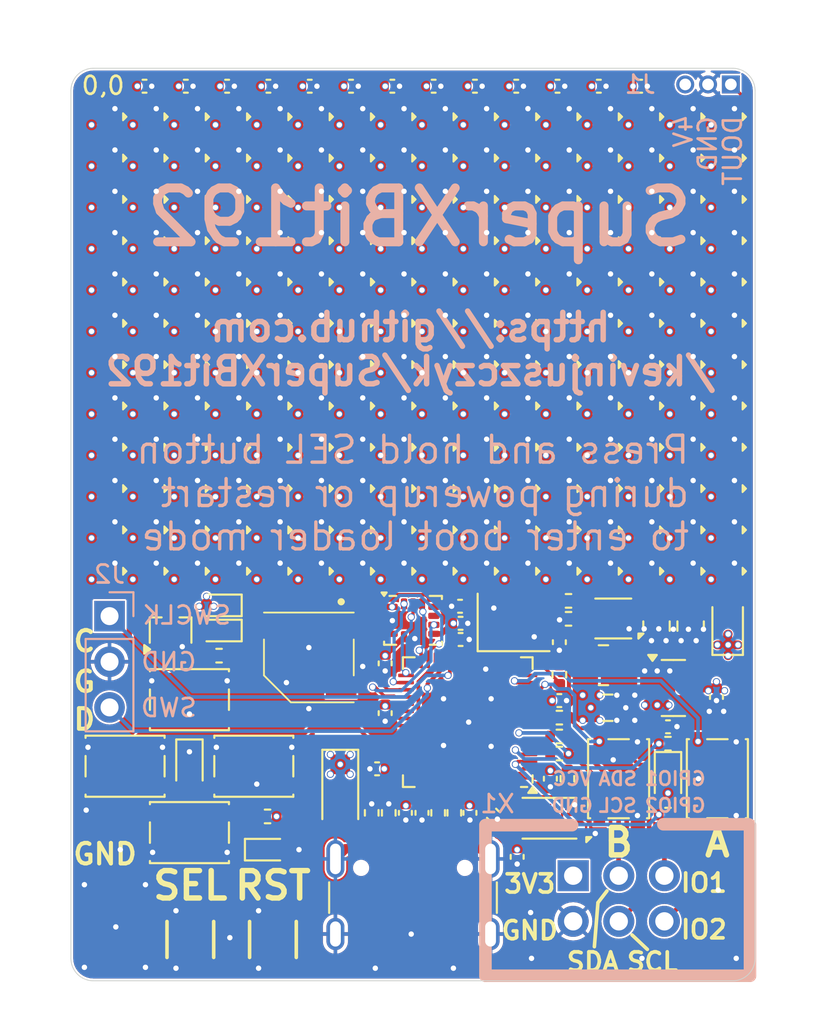
<source format=kicad_pcb>
(kicad_pcb (version 20240108) (generator "pcbnew") (generator_version "8.0")
  (layers (0 "F.Cu" signal) (1 "In1.Cu" signal) (2 "In2.Cu" signal) (3 "In3.Cu" signal) (4 "In4.Cu" signal) (31 "B.Cu" signal) (34 "B.Paste" user) (35 "F.Paste" user) (36 "B.SilkS" user "B.Silkscreen") (37 "F.SilkS" user "F.Silkscreen") (38 "B.Mask" user) (39 "F.Mask" user) (44 "Edge.Cuts" user))
  (net 0 "")
  (net 1 "GND")
  (net 2 "+4V")
  (net 3 "+3V3")
  (net 4 "VCC")
  (net 5 "+1V2")
  (net 6 "VBST")
  (net 7 "Net-(D1-PadDOUT)")
  (net 8 "Net-(D18-PadDOUT)")
  (net 9 "Net-(D19-PadDOUT)")
  (net 10 "Net-(D20-PadDOUT)")
  (net 11 "Net-(D21-PadDOUT)")
  (net 12 "Net-(D22-PadDOUT)")
  (net 13 "Net-(D23-PadDOUT)")
  (net 14 "Net-(D24-PadDOUT)")
  (net 15 "Net-(D25-PadDOUT)")
  (net 16 "Net-(D10-PadDOUT)")
  (net 17 "Net-(D10-PadDIN)")
  (net 18 "Net-(D11-PadDOUT)")
  (net 19 "Net-(D12-PadDOUT)")
  (net 20 "Net-(D13-PadDOUT)")
  (net 21 "Net-(D14-PadDOUT)")
  (net 22 "Net-(D15-PadDOUT)")
  (net 23 "Net-(D100-PadDOUT)")
  (net 24 "Net-(D101-PadDOUT)")
  (net 25 "Net-(D102-PadDOUT)")
  (net 26 "Net-(D103-PadDOUT)")
  (net 27 "Net-(D104-PadDOUT)")
  (net 28 "Net-(D105-PadDOUT)")
  (net 29 "Net-(D106-PadDOUT)")
  (net 30 "Net-(D107-PadDOUT)")
  (net 31 "Net-(D108-PadDOUT)")
  (net 32 "Net-(D109-PadDOUT)")
  (net 33 "Net-(D110-PadDOUT)")
  (net 34 "Net-(D111-PadDOUT)")
  (net 35 "Net-(D112-PadDOUT)")
  (net 36 "Net-(D113-PadDOUT)")
  (net 37 "Net-(D114-PadDOUT)")
  (net 38 "Net-(D115-PadDOUT)")
  (net 39 "Net-(D100-PadDIN)")
  (net 40 "VBUS")
  (net 41 "Net-(D195-A)")
  (net 42 "/USB_Z_DP")
  (net 43 "/USB_Z_DN")
  (net 44 "Net-(U4-SW)")
  (net 46 "/WS2812_DIN")
  (net 47 "/BOOTSEL")
  (net 48 "/QSPI_SS")
  (net 49 "Net-(U4-FB)")
  (net 50 "/BUZZER")
  (net 51 "/USB_DP")
  (net 52 "/USB_DN")
  (net 53 "/UART0_RX")
  (net 54 "/UART0_TX")
  (net 55 "/DOWN")
  (net 56 "/RIGHT")
  (net 57 "/LEFT")
  (net 58 "/UP")
  (net 59 "/I2C0_SDA_PU")
  (net 60 "/B")
  (net 61 "/I2C0_SCL")
  (net 62 "/A")
  (net 63 "/I2C0_SCL_PU")
  (net 64 "/I2C0_SDA")
  (net 65 "/QSPI_SD2")
  (net 66 "/QSPI_SD0")
  (net 67 "/QSPI_SD3")
  (net 68 "/QSPI_SCLK")
  (net 69 "/QSPI_SD1")
  (net 70 "/SPI0_TX")
  (net 71 "/SPI0_RX")
  (net 72 "/SPI0_SCK")
  (net 73 "/SPI0_INT2")
  (net 76 "/SPI0_CSn")
  (net 77 "/SPI0_INT1")
  (net 78 "/RUN")
  (net 83 "/CC2")
  (net 84 "/CC1")
  (net 85 "/SWCLK")
  (net 86 "/SWD")
  (net 87 "/BLINKENLIGHT")
  (net 88 "Net-(D196-K)")
  (net 89 "Net-(D198-A)")
  (net 90 "Net-(Q1-B)")
  (net 91 "Net-(D199-A)")
  (net 92 "Net-(D197-K)")
  (net 93 "Net-(D2-PadDOUT)")
  (net 94 "Net-(D3-PadDOUT)")
  (net 95 "Net-(D4-PadDOUT)")
  (net 96 "Net-(D5-PadDOUT)")
  (net 97 "Net-(D6-PadDOUT)")
  (net 98 "Net-(D7-PadDOUT)")
  (net 99 "Net-(D8-PadDOUT)")
  (net 100 "Net-(D16-PadDOUT)")
  (net 101 "Net-(D17-PadDOUT)")
  (net 102 "Net-(D26-PadDOUT)")
  (net 103 "Net-(D27-PadDOUT)")
  (net 104 "Net-(D28-PadDOUT)")
  (net 105 "Net-(D29-PadDOUT)")
  (net 106 "Net-(D30-PadDOUT)")
  (net 107 "Net-(D31-PadDOUT)")
  (net 108 "Net-(D32-PadDOUT)")
  (net 109 "Net-(D33-PadDOUT)")
  (net 110 "Net-(D34-PadDOUT)")
  (net 111 "Net-(D35-PadDOUT)")
  (net 112 "Net-(D36-PadDOUT)")
  (net 113 "Net-(D37-PadDOUT)")
  (net 114 "Net-(D38-PadDOUT)")
  (net 115 "Net-(D39-PadDOUT)")
  (net 116 "Net-(D40-PadDOUT)")
  (net 117 "Net-(D41-PadDOUT)")
  (net 118 "Net-(D42-PadDOUT)")
  (net 119 "Net-(D43-PadDOUT)")
  (net 120 "Net-(D44-PadDOUT)")
  (net 121 "Net-(D45-PadDOUT)")
  (net 122 "Net-(D46-PadDOUT)")
  (net 123 "Net-(D47-PadDOUT)")
  (net 124 "Net-(D48-PadDOUT)")
  (net 125 "Net-(D49-PadDOUT)")
  (net 126 "Net-(D50-PadDOUT)")
  (net 127 "Net-(D51-PadDOUT)")
  (net 128 "Net-(D52-PadDOUT)")
  (net 129 "Net-(D53-PadDOUT)")
  (net 130 "Net-(D54-PadDOUT)")
  (net 131 "Net-(D55-PadDOUT)")
  (net 132 "Net-(D56-PadDOUT)")
  (net 133 "Net-(D57-PadDOUT)")
  (net 134 "Net-(D58-PadDOUT)")
  (net 135 "Net-(D59-PadDOUT)")
  (net 136 "Net-(D60-PadDOUT)")
  (net 137 "Net-(D61-PadDOUT)")
  (net 138 "Net-(D62-PadDOUT)")
  (net 139 "Net-(D63-PadDOUT)")
  (net 140 "Net-(D64-PadDOUT)")
  (net 141 "Net-(D65-PadDOUT)")
  (net 142 "Net-(D66-PadDOUT)")
  (net 143 "Net-(D67-PadDOUT)")
  (net 144 "Net-(D68-PadDOUT)")
  (net 145 "Net-(D69-PadDOUT)")
  (net 146 "Net-(D70-PadDOUT)")
  (net 147 "Net-(D71-PadDOUT)")
  (net 148 "Net-(D72-PadDOUT)")
  (net 149 "Net-(D73-PadDOUT)")
  (net 150 "Net-(D74-PadDOUT)")
  (net 151 "Net-(D76-PadDOUT)")
  (net 152 "Net-(D77-PadDOUT)")
  (net 153 "Net-(D78-PadDOUT)")
  (net 154 "Net-(D79-PadDOUT)")
  (net 155 "Net-(D80-PadDOUT)")
  (net 156 "Net-(D81-PadDOUT)")
  (net 157 "Net-(D82-PadDOUT)")
  (net 158 "Net-(D83-PadDOUT)")
  (net 159 "Net-(D84-PadDOUT)")
  (net 160 "Net-(D85-PadDOUT)")
  (net 161 "Net-(D86-PadDOUT)")
  (net 162 "Net-(D87-PadDOUT)")
  (net 163 "Net-(D88-PadDOUT)")
  (net 164 "Net-(D89-PadDOUT)")
  (net 165 "Net-(D90-PadDOUT)")
  (net 166 "Net-(D91-PadDOUT)")
  (net 167 "Net-(D92-PadDOUT)")
  (net 168 "Net-(D93-PadDOUT)")
  (net 169 "Net-(D94-PadDOUT)")
  (net 170 "Net-(D95-PadDOUT)")
  (net 171 "Net-(D96-PadDOUT)")
  (net 172 "Net-(D97-PadDOUT)")
  (net 173 "Net-(D98-PadDOUT)")
  (net 174 "Net-(D116-PadDOUT)")
  (net 175 "Net-(D117-PadDOUT)")
  (net 176 "Net-(D118-PadDOUT)")
  (net 177 "Net-(D119-PadDOUT)")
  (net 178 "Net-(D120-PadDOUT)")
  (net 179 "Net-(D121-PadDOUT)")
  (net 180 "Net-(D122-PadDOUT)")
  (net 181 "Net-(D123-PadDOUT)")
  (net 182 "Net-(D124-PadDOUT)")
  (net 183 "Net-(D125-PadDOUT)")
  (net 184 "Net-(D126-PadDOUT)")
  (net 185 "Net-(D127-PadDOUT)")
  (net 186 "Net-(D128-PadDOUT)")
  (net 187 "Net-(D129-PadDOUT)")
  (net 188 "Net-(D130-PadDOUT)")
  (net 189 "Net-(D131-PadDOUT)")
  (net 190 "Net-(D132-PadDOUT)")
  (net 191 "Net-(D133-PadDOUT)")
  (net 192 "Net-(D134-PadDOUT)")
  (net 193 "Net-(D135-PadDOUT)")
  (net 194 "Net-(D136-PadDOUT)")
  (net 195 "Net-(D137-PadDOUT)")
  (net 196 "Net-(D138-PadDOUT)")
  (net 197 "Net-(D139-PadDOUT)")
  (net 198 "Net-(D140-PadDOUT)")
  (net 199 "Net-(D141-PadDOUT)")
  (net 200 "Net-(D142-PadDOUT)")
  (net 201 "Net-(D143-PadDOUT)")
  (net 202 "Net-(D144-PadDOUT)")
  (net 203 "Net-(D145-PadDOUT)")
  (net 204 "Net-(D146-PadDOUT)")
  (net 205 "Net-(D147-PadDOUT)")
  (net 206 "Net-(D148-PadDOUT)")
  (net 207 "Net-(D149-PadDOUT)")
  (net 208 "Net-(D150-PadDOUT)")
  (net 209 "Net-(D151-PadDOUT)")
  (net 210 "Net-(D152-PadDOUT)")
  (net 211 "Net-(D153-PadDOUT)")
  (net 212 "Net-(D154-PadDOUT)")
  (net 213 "Net-(D155-PadDOUT)")
  (net 214 "Net-(D156-PadDOUT)")
  (net 215 "Net-(D157-PadDOUT)")
  (net 216 "Net-(D158-PadDOUT)")
  (net 217 "Net-(D159-PadDOUT)")
  (net 218 "Net-(D160-PadDOUT)")
  (net 219 "Net-(D161-PadDOUT)")
  (net 220 "Net-(D162-PadDOUT)")
  (net 221 "Net-(D163-PadDOUT)")
  (net 222 "Net-(D164-PadDOUT)")
  (net 223 "Net-(D165-PadDOUT)")
  (net 224 "Net-(D166-PadDOUT)")
  (net 225 "Net-(D167-PadDOUT)")
  (net 226 "Net-(D168-PadDOUT)")
  (net 227 "Net-(D169-PadDOUT)")
  (net 228 "Net-(D170-PadDOUT)")
  (net 229 "Net-(D171-PadDOUT)")
  (net 230 "Net-(D172-PadDOUT)")
  (net 231 "Net-(D173-PadDOUT)")
  (net 232 "Net-(D174-PadDOUT)")
  (net 233 "Net-(D175-PadDOUT)")
  (net 234 "Net-(D176-PadDOUT)")
  (net 235 "Net-(D177-PadDOUT)")
  (net 236 "Net-(D178-PadDOUT)")
  (net 237 "Net-(D179-PadDOUT)")
  (net 238 "Net-(D180-PadDOUT)")
  (net 239 "Net-(D181-PadDOUT)")
  (net 240 "Net-(D182-PadDOUT)")
  (net 241 "Net-(D183-PadDOUT)")
  (net 242 "Net-(D184-PadDOUT)")
  (net 243 "Net-(D185-PadDOUT)")
  (net 244 "Net-(D186-PadDOUT)")
  (net 245 "Net-(D187-PadDOUT)")
  (net 246 "Net-(D188-PadDOUT)")
  (net 247 "Net-(D189-PadDOUT)")
  (net 248 "Net-(D190-PadDOUT)")
  (net 249 "Net-(D191-PadDOUT)")
  (net 256 "/XIN")
  (net 257 "/XOUT_Z")
  (net 258 "/Display/WS2812_LASTDOUT")
  (net 259 "/UART0_RX_Z")
  (net 260 "/XOUT")
  (net 261 "/UART0_TX_Z")
  (net 262 "Net-(D75-PadDOUT)")
  (footprint "kmj_custom:LED_WS2812B-1615_PLCC4_1.6x1.5mm" (layer "F.Cu") (at 114.35 76.5 180)
    (property "Reference" "D163" (hide yes))
    (property "Value" "WS2812B")
  )
  (footprint "Capacitor_SMD:C_0402_1005Metric" (layer "F.Cu") (at 114.35 51.8)
    (property "Reference" "C2" (hide yes))
    (property "Value" "1u" (hide yes))
  )
  (footprint "Capacitor_SMD:C_0402_1005Metric" (layer "F.Cu") (at 129.65 81.7)
    (property "Reference" "C15" (hide yes))
    (property "Value" "1u" (hide yes))
  )
  (footprint "kmj_custom:Winbond_USON-8-1EP_3x2mm_P0.5mm_EP0.2x1.6mm" (layer "F.Cu") (at 134.6 92.55 180)
    (property "Reference" "U2" (hide yes))
    (property "Value" "32Mb QSPI" (hide yes))
  )
  (footprint "kmj_custom:LED_WS2812B-1615_PLCC4_1.6x1.5mm" (layer "F.Cu") (at 123.55 65 180)
    (property "Reference" "D87" (hide yes))
    (property "Value" "WS2812B")
  )
  (footprint "kmj_custom:LED_WS2812B-1615_PLCC4_1.6x1.5mm" (layer "F.Cu") (at 114.35 65 180)
    (property "Reference" "D83" (hide yes))
    (property "Value" "WS2812B")
  )
  (footprint "kmj_custom:LED_WS2812B-1615_PLCC4_1.6x1.5mm" (layer "F.Cu") (at 139.65 58.1 180)
    (property "Reference" "D46" (hide yes))
    (property "Value" "WS2812B")
  )
  (footprint "kmj_custom:LED_WS2812B-1615_PLCC4_1.6x1.5mm" (layer "F.Cu") (at 109.75 53.5 180)
    (property "Reference" "D1" (hide yes))
    (property "Value" "WS2812B")
  )
  (footprint "kmj_custom:LED_WS2812B-1615_PLCC4_1.6x1.5mm" (layer "F.Cu") (at 114.35 67.3 180)
    (property "Reference" "D99" (hide yes))
    (property "Value" "WS2812B")
  )
  (footprint "kmj_custom:LED_WS2812B-1615_PLCC4_1.6x1.5mm" (layer "F.Cu") (at 121.25 65 180)
    (property "Reference" "D86" (hide yes))
    (property "Value" "WS2812B")
  )
  (footprint "kmj_custom:LED_WS2812B-1615_PLCC4_1.6x1.5mm" (layer "F.Cu") (at 139.65 62.7 180)
    (property "Reference" "D78" (hide yes))
    (property "Value" "WS2812B")
  )
  (footprint "kmj_custom:LED_WS2812B-1615_PLCC4_1.6x1.5mm" (layer "F.Cu") (at 121.25 60.4 180)
    (property "Reference" "D54" (hide yes))
    (property "Value" "WS2812B")
  )
  (footprint "kmj_custom:LED_WS2812B-1615_PLCC4_1.6x1.5mm" (layer "F.Cu") (at 109.75 55.8 180)
    (property "Reference" "D17" (hide yes))
    (property "Value" "WS2812B")
  )
  (footprint "kmj_custom:PTS830GM140SMTRLFS" (layer "F.Cu") (at 119.2 99.3 90)
    (property "Reference" "SW7" (hide yes))
    (property "Value" "RESET" (hide yes))
  )
  (footprint "kmj_custom:SW_SPST_PTS810" (layer "F.Cu") (at 138.45 90.35 -90)
    (property "Reference" "SW5" (hide yes))
    (property "Value" "B" (hide yes))
  )
  (footprint "Resistor_SMD:R_0402_1005Metric" (layer "F.Cu") (at 135.6 90.35 90)
    (property "Reference" "R4" (hide yes))
    (property "Value" "1k" (hide yes))
  )
  (footprint "kmj_custom:LED_WS2812B-1615_PLCC4_1.6x1.5mm" (layer "F.Cu") (at 137.35 55.8 180)
    (property "Reference" "D29" (hide yes))
    (property "Value" "WS2812B")
  )
  (footprint "kmj_custom:SW_SPST_PTS810" (layer "F.Cu") (at 118.135 89.655)
    (property "Reference" "SW4" (hide yes))
    (property "Value" "RIGHT" (hide yes))
  )
  (footprint "kmj_custom:LED_WS2812B-1615_PLCC4_1.6x1.5mm" (layer "F.Cu") (at 132.75 74.2 180)
    (property "Reference" "D155" (hide yes))
    (property "Value" "WS2812B")
  )
  (footprint "kmj_custom:LED_WS2812B-1615_PLCC4_1.6x1.5mm" (layer "F.Cu") (at 121.25 62.7 180)
    (property "Reference" "D70" (hide yes))
    (property "Value" "WS2812B")
  )
  (footprint "Capacitor_SMD:C_0402_1005Metric" (layer "F.Cu") (at 129.62 80.75 180)
    (property "Reference" "C29" (hide yes))
    (property "Value" "15p" (hide yes))
  )
  (footprint "kmj_custom:LED_WS2812B-1615_PLCC4_1.6x1.5mm" (layer "F.Cu") (at 112.05 65 180)
    (property "Reference" "D82" (hide yes))
    (property "Value" "WS2812B")
  )
  (footprint "Capacitor_SMD:C_0402_1005Metric" (layer "F.Cu") (at 132.8 94.7 -90)
    (property "Reference" "C13" (hide yes))
    (property "Value" "1u" (hide yes))
  )
  (footprint "kmj_custom:LED_WS2812B-1615_PLCC4_1.6x1.5mm" (layer "F.Cu") (at 123.55 62.7 180)
    (property "Reference" "D71" (hide yes))
    (property "Value" "WS2812B")
  )
  (footprint "kmj_custom:LED_WS2812B-1615_PLCC4_1.6x1.5mm" (layer "F.Cu") (at 121.25 58.1 180)
    (property "Reference" "D38" (hide yes))
    (property "Value" "WS2812B")
  )
  (footprint "Diode_SMD:D_SOD-123F" (layer "F.Cu") (at 122.95 90.95 -90)
    (property "Reference" "D194" (hide yes))
    (property "Value" "1N4007" (hide yes))
  )
  (footprint "kmj_custom:LED_WS2812B-1615_PLCC4_1.6x1.5mm" (layer "F.Cu") (at 118.95 65 180)
    (property "Reference" "D85" (hide yes))
    (property "Value" "WS2812B")
  )
  (footprint "Resistor_SMD:R_0402_1005Metric" (layer "F.Cu") (at 124.7 92.25 -90)
    (property "Reference" "R5" (hide yes))
    (property "Value" "5k1" (hide yes))
  )
  (footprint "kmj_custom:LED_WS2812B-1615_PLCC4_1.6x1.5mm" (layer "F.Cu") (at 121.25 55.8 180)
    (property "Reference" "D22" (hide yes))
    (property "Value" "WS2812B")
  )
  (footprint "Resistor_SMD:R_0402_1005Metric" (layer "F.Cu") (at 135.15 84.56 90)
    (property "Reference" "R12" (hide yes))
    (property "Value" "1k" (hide yes))
  )
  (footprint "kmj_custom:LED_WS2812B-1615_PLCC4_1.6x1.5mm" (layer "F.Cu") (at 128.15 67.3 180)
    (property "Reference" "D105" (hide yes))
    (property "Value" "WS2812B")
  )
  (footprint "kmj_custom:LED_WS2812B-1615_PLCC4_1.6x1.5mm" (layer "F.Cu") (at 135.05 60.4 180)
    (property "Reference" "D60" (hide yes))
    (property "Value" "WS2812B")
  )
  (footprint "kmj_custom:LED_WS2812B-1615_PLCC4_1.6x1.5mm" (layer "F.Cu") (at 139.65 74.2 180)
    (property "Reference" "D158" (hide yes))
    (property "Value" "WS2812B")
  )
  (footprint "kmj_custom:LED_WS2812B-1615_PLCC4_1.6x1.5mm" (layer "F.Cu") (at 141.95 58.1 180)
    (property "Reference" "D47" (hide yes))
    (property "Value" "WS2812B")
  )
  (footprint "Inductor_SMD:L_1008_2520Metric" (layer "F.Cu") (at 137.606 84.031)
    (property "Reference" "L1" (hide yes))
    (property "Value" "470n" (hide yes))
  )
  (footprint "kmj_custom:LED_WS2812B-1615_PLCC4_1.6x1.5mm" (layer "F.Cu") (at 137.35 71.9 180)
    (property "Reference" "D141" (hide yes))
    (property "Value" "WS2812B")
  )
  (footprint "kmj_custom:PTS830GM140SMTRLFS" (layer "F.Cu") (at 114.6 99.3 90)
    (property "Reference" "SW8" (hide yes))
    (property "Value" "BOOTSEL" (hide yes))
  )
  (footprint "Resistor_SMD:R_0402_1005Metric" (layer "F.Cu") (at 141.2 88.4 180)
    (property "Reference" "R11" (hide yes))
    (property "Value" "330" (hide yes))
  )
  (footprint "kmj_custom:LED_WS2812B-1615_PLCC4_1.6x1.5mm" (layer "F.Cu") (at 116.65 71.9 180)
    (property "Reference" "D132" (hide yes))
    (property "Value" "WS2812B")
  )
  (footprint "kmj_custom:SW_SPST_PTS810" (layer "F.Cu") (at 114.55 93.35 180)
    (property "Reference" "SW2" (hide yes))
    (property "Value" "DOWN" (hide yes))
  )
  (footprint "kmj_custom:LED_WS2812B-1615_PLCC4_1.6x1.5mm" (layer "F.Cu") (at 130.45 58.1 180)
    (property "Reference" "D42" (hide yes))
    (property "Value" "WS2812B")
  )
  (footprint "Resistor_SMD:R_0402_1005Metric" (layer "F.Cu") (at 141.2 92.35)
    (property "Reference" "R13" (hide yes))
    (property "Value" "330" (hide yes))
  )
  (footprint "Capacitor_SMD:C_0402_1005Metric" (layer "F.Cu") (at 112.05 51.8)
    (property "Reference" "C1" (hide yes))
    (property "Value" "1u" (hide yes))
  )
  (footprint "kmj_custom:LED_WS2812B-1615_PLCC4_1.6x1.5mm" (layer "F.Cu") (at 128.15 71.9 180)
    (property "Reference" "D137" (hide yes))
    (property "Value" "WS2812B")
  )
  (footprint "kmj_custom:LED_WS2812B-1615_PLCC4_1.6x1.5mm" (layer "F.Cu") (at 118.95 62.7 180)
    (property "Reference" "D69" (hide yes))
    (property "Value" "WS2812B")
  )
  (footprint "Capacitor_SMD:C_0402_1005Metric" (layer "F.Cu") (at 135.15 86)
    (property "Reference" "C32" (hide yes))
    (property "Value" "1u" (hide yes))
  )
  (footprint "kmj_custom:LED_WS2812B-1615_PLCC4_1.6x1.5mm" (layer "F.Cu") (at 139.65 76.5 180)
    (property "Reference" "D174" (hide yes))
    (property "Value" "WS2812B")
  )
  (footprint "kmj_custom:LED_WS2812B-1615_PLCC4_1.6x1.5mm" (layer "F.Cu") (at 132.75 69.6 180)
    (property "Reference" "D123" (hide yes))
    (property "Value" "WS2812B")
  )
  (footprint "kmj_custom:LED_WS2812B-1615_PLCC4_1.6x1.5mm" (layer "F.Cu") (at 139.65 60.4 180)
    (property "Reference" "D62" (hide yes))
    (property "Value" "WS2812B")
  )
  (footprint "Diode_SMD:D_SOD-523" (layer "F.Cu") (at 116.2 80.7 180)
    (property "Reference" "D196" (hide yes))
    (property "Value" "1N4148" (hide yes))
  )
  (footprint "kmj_custom:LED_WS2812B-1615_PLCC4_1.6x1.5mm" (layer "F.Cu") (at 137.35 62.7 180)
    (property "Reference" "D77" (hide yes))
    (property "Value" "WS2812B")
  )
  (footprint "kmj_custom:LED_WS2812B-1615_PLCC4_1.6x1.5mm" (layer "F.Cu") (at 141.95 55.8 180)
    (property "Reference" "D31" (hide yes))
    (property "Value" "WS2812B")
  )
  (footprint "kmj_custom:LED_WS2812B-1615_PLCC4_1.6x1.5mm" (layer "F.Cu") (at 144.25 69.6 180)
    (property "Reference" "D128" (hide yes))
    (property "Value" "WS2812B")
  )
  (footprint "kmj_custom:LED_WS2812B-1615_PLCC4_1.6x1.5mm" (layer "F.Cu") (at 112.05 62.7 180)
    (property "Reference" "D66" (hide yes))
    (property "Value" "WS2812B")
  )
  (footprint "kmj_custom:LED_WS2812B-1615_PLCC4_1.6x1.5mm" (layer "F.Cu") (at 132.75 65 180)
    (property "Reference" "D91" (hide yes))
    (property "Value" "WS2812B")
  )
  (footprint "kmj_custom:LED_WS2812B-1615_PLCC4_1.6x1.5mm" (layer "F.Cu") (at 123.55 55.8 180)
    (property "Reference" "D23" (hide yes))
    (property "Value" "WS2812B")
  )
  (footprint "kmj_custom:LED_WS2812B-1615_PLCC4_1.6x1.5mm" (layer "F.Cu") (at 118.95 55.8 180)
    (property "Reference" "D21" (hide yes))
    (property "Value" "WS2812B")
  )
  (footprint "kmj_custom:LED_WS2812B-1615_PLCC4_1.6x1.5mm" (layer "F.Cu") (at 130.45 69.6 180)
    (property "Reference" "D122" (hide yes))
    (property "Value" "WS2812B")
  )
  (footprint "kmj_custom:LED_WS2812B-1615_PLCC4_1.6x1.5mm" (layer "F.Cu") (at 109.75 65 180)
    (property "Reference" "D81" (hide yes))
    (property "Value" "WS2812B")
  )
  (footprint "kmj_custom:LED_WS2812B-1615_PLCC4_1.6x1.5mm" (layer "F.Cu") (at 118.95 67.3 180)
    (property "Reference" "D101" (hide yes))
    (property "Value" "WS2812B")
  )
  (footprint "kmj_custom:LED_WS2812B-1615_PLCC4_1.6x1.5mm" (layer "F.Cu") (at 116.65 76.5 180)
    (property "Reference" "D164" (hide yes))
    (property "Value" "WS2812B")
  )
  (footprint "kmj_custom:LED_WS2812B-1615_PLCC4_1.6x1.5mm" (layer "F.Cu") (at 135.05 71.9 180)
    (property "Reference" "D140" (hide yes))
    (property "Value" "WS2812B")
  )
  (footprint "kmj_custom:LED_WS2812B-1615_PLCC4_1.6x1.5mm" (layer "F.Cu") (at 125.85 71.9 180)
    (property "Reference" "D136" (hide yes))
    (property "Value" "WS2812B")
  )
  (footprint "Connector_USB:USB_C_Receptacle_GCT_USB4105-xx-A_16P_TopMnt_Horizontal" (layer "F.Cu") (at 127 97.92)
    (property "Reference" "J3" (hide yes))
    (property "Value" "USB_C_Receptacle_USB2.0_16P" (hide yes))
  )
  (footprint "kmj_custom:LED_WS2812B-1615_PLCC4_1.6x1.5mm" (layer "F.Cu") (at 125.85 67.3 180)
    (property "Reference" "D104" (hide yes))
    (property "Value" "WS2812B")
  )
  (footprint "kmj_custom:LED_WS2812B-1615_PLCC4_1.6x1.5mm" (layer "F.Cu") (at 123.55 60.4 180)
    (property "Reference" "D55" (hide yes))
    (property "Value" "WS2812B")
  )
  (footprint "kmj_custom:LED_WS2812B-1615_PLCC4_1.6x1.5mm" (layer "F.Cu") (at 112.05 60.4 180)
    (property "Reference" "D50" (hide yes))
    (property "Value" "WS2812B")
  )
  (footprint "kmj_custom:LED_WS2812B-1615_PLCC4_1.6x1.5mm" (layer "F.Cu") (at 144.25 74.2 180)
    (property "Reference" "D160" (hide yes))
    (property "Value" "WS2812B")
  )
  (footprint "kmj_custom:SW_SPST_PTS810" (layer "F.Cu") (at 110.965 89.655)
    (property "Reference" "SW3" (hide yes))
    (property "Value" "LEFT" (hide yes))
  )
  (footprint "Resistor_SMD:R_0402_1005Metric" (layer "F.Cu") (at 135.6606 81.45 180)
    (property "Reference" "R9" (hide yes))
    (property "Value" "10k" (hide yes))
  )
  (footprint "kmj_custom:LED_WS2812B-1615_PLCC4_1.6x1.5mm" (layer "F.Cu") (at 139.65 78.8 180)
    (property "Reference" "D190" (hide yes))
    (property "Value" "WS2812B")
  )
  (footprint "kmj_custom:LED_WS2812B-1615_PLCC4_1.6x1.5mm" (layer "F.Cu") (at 128.15 74.2 180)
    (property "Reference" "D153" (hide yes))
    (property "Value" "WS2812B")
  )
  (footprint "kmj_custom:LED_WS2812B-1615_PLCC4_1.6x1.5mm" (layer "F.Cu") (at 137.35 60.4 180)
    (property "Reference" "D61" (hide yes))
    (property "Value" "WS2812B")
  )
  (footprint "kmj_custom:LED_WS2812B-1615_PLCC4_1.6x1.5mm" (layer "F.Cu") (at 112.05 67.3 180)
    (property "Reference" "D98" (hide yes))
    (property "Value" "WS2812B")
  )
  (footprint "Capacitor_SMD:C_0402_1005Metric" (layer "F.Cu") (at 131.45 92.35 -45)
    (property "Reference" "C18" (hide yes))
    (property "Value" "1u" (hide yes))
  )
  (footprint "kmj_custom:LED_WS2812B-1615_PLCC4_1.6x1.5mm" (layer "F.Cu") (at 132.75 60.4 180)
    (property "Reference" "D59" (hide yes))
    (property "Value" "WS2812B")
  )
  (footprint "Capacitor_SMD:C_0402_1005Metric" (layer "F.Cu") (at 127.5 92.25 -90)
    (property "Reference" "C17" (hide yes))
    (property "Value" "1u" (hide yes))
  )
  (footprint "kmj_custom:LED_WS2812B-1615_PLCC4_1.6x1.5mm" (layer "F.Cu") (at 112.05 78.8 180)
    (property "Reference" "D178" (hide yes))
    (property "Value" "WS2812B")
  )
  (footprint "Capacitor_SMD:C_0805_2012Metric" (layer "F.Cu") (at 142.4606 81.854 -90)
    (property "Reference" "C27" (hide yes))
    (property "Value" "22u" (hide yes))
  )
  (footprint "kmj_custom:LED_WS2812B-1615_PLCC4_1.6x1.5mm" (layer "F.Cu") (at 144.25 60.4 180)
    (property "Reference" "D64" (hide yes))
    (property "Value" "WS2812B")
  )
  (footprint "kmj_custom:LED_WS2812B-1615_PLCC4_1.6x1.5mm" (layer "F.Cu") (at 128.15 78.8 180)
    (property "Reference" "D185" (hide yes))
    (property "Value" "WS2812B")
  )
  (footprint "kmj_custom:LED_WS2812B-1615_PLCC4_1.6x1.5mm" (layer "F.Cu") (at 123.55 71.9 180)
    (property "Reference" "D135" (hide yes))
    (property "Value" "WS2812B")
  )
  (footprint "kmj_custom:LED_WS2812B-1615_PLCC4_1.6x1.5mm" (layer "F.Cu") (at 144.25 76.5 180)
    (property "Reference" "D176" (hide yes))
    (property "Value" "WS2812B")
  )
  (footprint "Capacitor_SMD:C_0402_1005Metric" (layer "F.Cu") (at 135.15 82.75 90)
    (property "Reference" "C30" (hide yes))
    (property "Value" "15p" (hide yes))
  )
  (footprint "kmj_custom:LED_WS2812B-1615_PLCC4_1.6x1.5mm" (layer "F.Cu") (at 139.65 67.3 180)
    (property "Reference" "D110" (hide yes))
    (property "Value" "WS2812B")
  )
  (footprint "kmj_custom:LED_WS2812B-1615_PLCC4_1.6x1.5mm" (layer "F.Cu") (at 118.95 76.5 180)
    (property "Reference" "D165" (hide yes))
    (property "Value" "WS2812B")
  )
  (footprint "kmj_custom:LED_WS2812B-1615_PLCC4_1.6x1.5mm" (layer "F.Cu") (at 125.85 58.1 180)
    (property "Reference" "D40" (hide yes))
    (property "Value" "WS2812B")
  )
  (footprint "Resistor_SMD:R_0402_1005Metric" (layer "F.Cu") (at 129.3 92.25 90)
    (property "Reference" "R8" (hide yes))
    (property "Value" "27" (hide yes))
  )
  (footprint "kmj_custom:LED_WS2812B-1615_PLCC4_1.6x1.5mm" (layer "F.Cu") (at 116.65 69.6 180)
    (property "Reference" "D116" (hide yes))
    (property "Value" "WS2812B")
  )
  (footprint "kmj_custom:LED_WS2812B-1615_PLCC4_1.6x1.5mm" (layer "F.Cu") (at 123.55 76.5 180)
    (property "Reference" "D167" (hide yes))
    (property "Value" "WS2812B")
  )
  (footprint "kmj_custom:LED_WS2812B-1615_PLCC4_1.6x1.5mm" (layer "F.Cu") (at 123.55 67.3 180)
    (property "Reference" "D103" (hide yes))
    (property "Value" "WS2812B")
  )
  (footprint "kmj_custom:LED_WS2812B-1615_PLCC4_1.6x1.5mm" (layer "F.Cu") (at 109.75 76.5 180)
    (property "Reference" "D161" (hide yes))
    (property "Value" "WS2812B")
  )
  (footprint "kmj_custom:LED_WS2812B-1615_PLCC4_1.6x1.5mm" (layer "F.Cu") (at 135.05 53.5 180)
    (property "Reference" "D12" (hide yes))
    (property "Value" "WS2812B")
  )
  (footprint "kmj_custom:LED_WS2812B-1615_PLCC4_1.6x1.5mm" (layer "F.Cu") (at 135.05 55.8 180)
    (property "Reference" "D28" (hide yes))
    (property "Value" "WS2812B")
  )
  (footprint "Capacitor_SMD:C_0402_1005Metric" (layer "F.Cu") (at 126.575 92.25 -90)
    (property "Reference" "C25" (hide yes))
    (property "Value" "1u" (hide yes))
  )
  (footprint "Capacitor_SMD:C_0402_1005Metric" (layer "F.Cu") (at 123.55 51.8)
    (property "Reference" "C6" (hide yes))
    (property "Value" "1u" (hide yes))
  )
  (footprint "kmj_custom:LED_WS2812B-1615_PLCC4_1.6x1.5mm" (layer "F.Cu") (at 128.15 65 180)
    (property "Reference" "D89" (hide yes))
    (property "Value" "WS2812B")
  )
  (footprint "kmj_custom:LED_WS2812B-1615_PLCC4_1.6x1.5mm" (layer "F.Cu") (at 125.85 76.5 180)
    (property "Reference" "D168" (hide yes))
    (property "Value" "WS2812B")
  )
  (footprint "kmj_custom:LED_WS2812B-1615_PLCC4_1.6x1.5mm" (layer "F.Cu") (at 141.95 65 180)
    (property "Reference" "D95" (hide yes))
    (property "Value" "WS2812B")
  )
  (footprint "kmj_custom:LED_WS2812B-1615_PLCC4_1.6x1.5mm" (layer "F.Cu") (at 114.35 60.4 180)
    (property "Reference" "D51" (hide yes))
    (property "Value" "WS2812B")
  )
  (footprint "kmj_custom:LED_WS2812B-1615_PLCC4_1.6x1.5mm" (layer "F.Cu") (at 121.25 69.6 180)
    (property "Reference" "D118" (hide yes))
    (property "Value" "WS2812B")
  )
  (footprint "kmj_custom:LED_WS2812B-1615_PLCC4_1.6x1.5mm" (layer "F.Cu") (at 137.35 53.5 180)
    (property "Reference" "D13" (hide yes))
    (property "Value" "WS2812B")
  )
  (footprint "Crystal:Crystal_SMD_SeikoEpson_FA238-4Pin_3.2x2.5mm" (layer "F.Cu") (at 132.6 81.65)
    (property "Reference" "Y1" (hide yes))
    (property "Value" "12M" (hide yes))
  )
  (footprint "kmj_custom:SW_SPST_PTS810" (layer "F.Cu") (at 114.55 85.95)
    (property "Reference" "SW1" (hide yes))
    (property "Value" "UP" (hide yes))
  )
  (footprint "kmj_custom:LED_WS2812B-1615_PLCC4_1.6x1.5mm" (layer "F.Cu") (at 135.05 65 180)
    (property "Reference" "D92" (hide yes))
    (property "Value" "WS2812B")
  )
  (footprint "kmj_custom:LED_WS2812B-1615_PLCC4_1.6x1.5mm" (layer "F.Cu") (at 123.55 69.6 180)
    (property "Reference" "D119" (hide yes))
    (property "Value" "WS2812B")
  )
  (footprint "kmj_custom:LED_WS2812B-1615_PLCC4_1.6x1.5mm" (layer "F.Cu") (at 132.75 55.8 180)
    (property "Reference" "D27" (hide yes))
    (property "Value" "WS2812B")
  )
  (footprint "kmj_custom:LED_WS2812B-1615_PLCC4_1.6x1.5mm" (layer "F.Cu") (at 132.75 78.8 180)
    (property "Reference" "D187" (hide yes))
    (property "Value" "WS2812B")
  )
  (footprint "kmj_custom:LED_WS2812B-1615_PLCC4_1.6x1.5mm" (layer "F.Cu") (at 139.65 55.8 180)
    (property "Reference" "D30" (hide yes))
    (property "Value" "WS2812B")
  )
  (footprint "Capacitor_SMD:C_0402_1005Metric" (layer "F.Cu") (at 128.15 51.8)
    (property "Reference" "C8" (hide yes))
    (property "Value" "1u" (hide yes))
  )
  (footprint "kmj_custom:LED_WS2812B-1615_PLCC4_1.6x1.5mm" (layer "F.Cu") (at 144.25 53.5 180)
    (property "Reference" "D16" (hide yes))
    (property "Value" "WS2812B")
  )
  (footprint "kmj_custom:LED_WS2812B-1615_PLCC4_1.6x1.5mm" (layer "F.Cu") (at 125.85 55.8 180)
    (property "Reference" "D24" (hide yes))
    (property "Value" "WS2812B")
  )
  (footprint "kmj_custom:LED_WS2812B-1615_PLCC4_1.6x1.5mm" (layer "F.Cu") (at 114.35 53.5 180)
    (property "Reference" "D3" (hide yes))
    (property "Value" "WS2812B")
  )
  (footprint "Resistor_SMD:R_0402_1005Metric" (layer "F.Cu") (at 135.15 86.95)
    (property "Reference" "R2" (hide yes))
    (property "Value" "1k" (hide yes))
  )
  (footprint "Capacitor_SMD:C_0402_1005Metric" (layer "F.Cu") (at 135.05 51.8)
    (property "Reference" "C22" (hide yes))
    (property "Value" "1u" (hide yes))
  )
  (footprint "kmj_custom:LED_WS2812B-1615_PLCC4_1.6x1.5mm" (layer "F.Cu") (at 114.35 69.6 180)
    (property "Reference" "D115" (hide yes))
    (property "Value" "WS2812B")
  )
  (footprint "kmj_custom:LED_WS2812B-1615_PLCC4_1.6x1.5mm" (layer "F.Cu") (at 130.45 74.2 180)
    (property "Reference" "D154" (hide yes))
    (property "Value" "WS2812B")
  )
  (footprint "Capacitor_SMD:C_0402_1005Metric" (layer "F.Cu") (at 116.65 51.8)
    (property "Reference" "C3" (hide yes))
    (property "Value" "1u" (hide yes))
  )
  (footprint "kmj_custom:LED_WS2812B-1615_PLCC4_1.6x1.5mm" (layer "F.Cu") (at 130.45 71.9 180)
    (property "Reference" "D138" (hide yes))
    (property "Value" "WS2812B")
  )
  (footprint "kmj_custom:LED_WS2812B-1615_PLCC4_1.6x1.5mm" (layer "F.Cu") (at 121.25 67.3 180)
    (property "Reference" "D102" (hide yes))
    (property "Value" "WS2812B")
  )
  (footprint "Capacitor_SMD:C_0402_1005Metric" (layer "F.Cu") (at 125.45 86.7 -90)
    (property "Reference" "C26" (hide yes))
    (property "Value" "1u" (hide yes))
  )
  (footprint "Package_LGA:LGA-14_3x2.5mm_P0.5mm_LayoutBorder3x4y" (layer "F.Cu") (at 127 81.534)
    (property "Reference" "U3" (hide yes))
    (property "Value" "LSM6DS3" (hide yes))
  )
  (footprint "kmj_custom:LED_WS2812B-1615_PLCC4_1.6x1.5mm" (layer "F.Cu") (at 118.95 58.1 180)
    (property "Reference" "D37" (hide yes))
    (property "Value" "WS2812B")
  )
  (footprint "Capacitor_SMD:C_0402_1005Metric" (layer "F.Cu") (at 137.35 51.8)
    (property "Reference" "C24" (hide yes))
    (property "Value" "1u" (hide yes))
  )
  (footprint "Package_TO_SOT_SMD:SOT-23" (layer "F.Cu") (at 141.5 85.3)
    (property "Reference" "U1" (hide yes))
    (property "Value" "3V3LDO" (hide yes))
  )
  (footprint "kmj_custom:LED_WS2812B-1615_PLCC4_1.6x1.5mm" (layer "F.Cu") (at 135.05 78.8 180)
    (property "Reference" "D188" (hide yes))
    (property "Value" "WS2812B")
  )
  (footprint "kmj_custom:LED_WS2812B-1615_PLCC4_1.6x1.5mm" (layer "F.Cu") (at 135.05 58.1 180)
    (property "Reference" "D44" (hide yes))
    (property "Value" "WS2812B")
  )
  (footprint "kmj_custom:LED_WS2812B-1615_PLCC4_1.6x1.5mm" (layer "F.Cu") (at 128.15 69.6 180)
    (property "Reference" "D121" (hide yes))
    (property "Value" "WS2812B")
  )
  (footprint "kmj_custom:LED_WS2812B-1615_PLCC4_1.6x1.5mm" (layer "F.Cu") (at 135.05 67.3 180)
    (property "Reference" "D108" (hide yes))
    (property "Value" "WS2812B")
  )
  (footprint "kmj_custom:LED_WS2812B-1615_PLCC4_1.6x1.5mm" (layer "F.Cu") (at 128.15 76.5 180)
    (property "Reference" "D169" (hide yes))
    (property "Value" "WS2812B")
  )
  (footprint "kmj_custom:LED_WS2812B-1615_PLCC4_1.6x1.5mm" (layer "F.Cu") (at 118.95 74.2 180)
    (property "Reference" "D149" (hide yes))
    (property "Value" "WS2812B")
  )
  (footprint "Capacitor_SMD:C_0402_1005Metric" (layer "F.Cu") (at 132.75 51.8)
    (property "Reference" "C10" (hide yes))
    (property "Value" "1u" (hide yes))
  )
  (footprint "kmj_custom:LED_WS2812B-1615_PLCC4_1.6x1.5mm" (layer "F.Cu") (at 121.25 74.2 180)
    (property "Reference" "D150" (hide yes))
    (property "Value" "WS2812B")
  )
  (footprint "Diode_SMD:D_SOD-523" (layer "F.Cu") (at 118.9 94.3)
    (property "Reference" "D199" (hide yes))
    (property "Value" "1N4148" (hide yes))
  )
  (footprint "Resistor_SMD:R_0402_1005Metric" (layer "F.Cu") (at 128.4 92.25 90)
    (property "Reference" "R10" (hide yes))
    (property "Value" "27" (hide yes))
  )
  (footprint "kmj_custom:SW_SPST_PTS810" (layer "F.Cu") (at 143.95 90.35 -90)
    (property "Reference" "SW6" (hide yes))
    (property "Value" "A" (hide yes))
  )
  (footprint "kmj_custom:LED_WS2812B-1615_PLCC4_1.6x1.5mm" (layer "F.Cu") (at 125.85 53.5 180)
    (property "Reference" "D8" (hide yes))
    (property "Value" "WS2812B")
  )
  (footprint "kmj_custom:LED_WS2812B-1615_PLCC4_1.6x1.5mm" (layer "F.Cu") (at 144.25 71.9 180)
    (property "Reference" "D144" (hide yes))
    (property "Value" "WS2812B")
  )
  (footprint "kmj_custom:LED_WS2812B-1615_PLCC4_1.6x1.5mm" (layer "F.Cu") (at 116.65 60.4 180)
    (property "Reference" "D52" (hide yes))
    (property "Value" "WS2812B")
  )
  (footprint "kmj_custom:LED_WS2812B-1615_PLCC4_1.6x1.5mm" (layer "F.Cu") (at 125.85 74.2 180)
    (property "Reference" "D152" (hide yes))
    (property "Value" "WS2812B")
  )
  (footprint "kmj_custom:LED_WS2812B-1615_PLCC4_1.6x1.5mm" (layer "F.Cu") (at 130.45 60.4 180)
    (property "Reference" "D58" (hide yes))
    (property "Value" "WS2812B")
  )
  (footprint "kmj_custom:LED_WS2812B-1615_PLCC4_1.6x1.5mm" (layer "F.Cu") (at 137.35 67.3 180)
    (property "Reference" "D109" (hide yes))
    (property "Value" "WS2812B")
  )
  (footprint "Resistor_SMD:R_0402_1005Metric" (layer "F.Cu") (at 116.2 83.5)
    (property "Reference" "R15" (hide yes))
    (property "Value" "330" (hide yes))
  )
  (footprint "kmj_custom:LED_WS2812B-1615_PLCC4_1.6x1.5mm" (layer "F.Cu") (at 114.35 71.9 180)
    (property "Reference" "D131" (hide yes))
    (property "Value" "WS2812B")
  )
  (footprint "kmj_custom:LED_WS2812B-1615_PLCC4_1.6x1.5mm" (layer "F.Cu") (at 121.25 76.5 180)
    (property "Reference" "D166" (hide yes))
    (property "Value" "WS2812B")
  )
  (footprint "kmj_custom:LED_WS2812B-1615_PLCC4_1.6x1.5mm" (layer "F.Cu") (at 132.75 53.5 180)
    (property "Reference" "D11" (hide yes))
    (property "Value" "WS2812B")
  )
  (footprint "Resistor_SMD:R_0402_1005Metric" (layer "F.Cu") (at 135.15 88)
    (property "Reference" "R14" (hide yes))
    (property "Value" "5k1" (hide yes))
  )
  (footprint "kmj_custom:LED_WS2812B-1615_PLCC4_1.6x1.5mm" (layer "F.Cu") (at 135.05 69.6 180)
    (property "Reference" "D124" (hide yes))
    (property "Value" "WS2812B")
  )
  (footprint "kmj_custom:LED_WS2812B-1615_PLCC4_1.6x1.5mm" (layer "F.Cu") (at 109.75 60.4 180)
    (property "Reference" "D49" (hide yes))
    (property "Value" "WS2812B")
  )
  (footprint "kmj_custom:LED_WS2812B-1615_PLCC4_1.6x1.5mm" (layer "F.Cu") (at 139.65 53.5 180)
    (property "Reference" "D14" (hide yes))
    (property "Value" "WS2812B")
  )
  (footprint "Capacitor_SMD:C_0402_1005Metric" (layer "F.Cu") (at 121.25 51.8)
    (property "Reference" "C5" (hide yes))
    (property "Value" "1u" (hide yes))
  )
  (footprint "kmj_custom:LED_WS2812B-1615_PLCC4_1.6x1.5mm" (layer "F.Cu") (at 125.85 78.8 180)
    (property "Reference" "D184" (hide yes))
    (property "Value" "WS2812B")
  )
  (footprint "kmj_custom:LED_WS2812B-1615_PLCC4_1.6x1.5mm" (layer "F.Cu") (at 116.65 55.8 180)
    (property "Reference" "D20" (hide yes))
    (property "Value" "WS2812B")
  )
  (footprint "kmj_custom:LED_WS2812B-1615_PLCC4_1.6x1.5mm" (layer "F.Cu") (at 130.45 65 180)
    (property "Reference" "D90" (hide yes))
    (property "Value" "WS2812B")
  )
  (footprint "kmj_custom:LED_WS2812B-1615_PLCC4_1.6x1.5mm" (layer "F.Cu") (at 141.95 62.7 180)
    (property "Reference" "D79" (hide yes))
    (property "Value" "WS2812B")
  )
  (footprint "Resistor_SMD:R_0402_1005Metric" (layer "F.Cu") (at 135.6606 80.45 180)
    (property "Reference" "R6" (hide yes))
    (property "Value" "62k" (hide yes))
  )
  (footprint "kmj_custom:LED_WS2812B-1615_PLCC4_1.6x1.5mm" (layer "F.Cu") (at 123.55 74.2 180)
    (property "Reference" "D151" (hide yes))
    (property "Value" "WS2812B")
  )
  (footprint "kmj_custom:LED_WS2812B-1615_PLCC4_1.6x1.5mm" (layer "F.Cu") (at 121.25 71.9 180)
    (property "Reference" "D134" (hide yes))
    (property "Value" "WS2812B")
  )
  (footprint "kmj_custom:LED_WS2812B-1615_PLCC4_1.6x1.5mm" (layer "F.Cu") (at 128.15 53.5 180)
    (property "Reference" "D9" (hide yes))
    (property "Value" "WS2812B")
  )
  (footprint "kmj_custom:LED_WS2812B-1615_PLCC4_1.6x1.5mm" (layer "F.Cu") (at 141.95 71.9 180)
    (property "Reference" "D143" (hide yes))
    (property "Value" "WS2812B")
  )
  (footprint "kmj_custom:LED_WS2812B-1615_PLCC4_1.6x1.5mm" (layer "F.Cu") (at 112.05 71.9 180)
    (property "Reference" "D130" (hide yes))
    (property "Value" "WS2812B")
  )
  (footprint "kmj_custom:Texas_RWU0007A_VQFN-7_2x2mm_P0.5mm" (layer "F.Cu") (at 138.1532 81.431 180)
    (property "Reference" "U4" (hide yes))
    (property "Value" "TPS61022")
  )
  (footprint "Capacitor_SMD:C_0402_1005Metric" (layer "F.Cu") (at 130.17 92.25 -90)
    (property "Reference" "C21" (hide yes))
    (property "Value" "1u" (hide yes))
  )
  (footprint "Capacitor_SMD:C_0805_2012Metric" (layer "F.Cu") (at 140.5606 81.854 -90)
    (property "Reference" "C28" (hide yes))
    (property "Value" "22u" (hide yes))
  )
  (footprint "kmj_custom:LED_WS2812B-1615_PLCC4_1.6x1.5mm" (layer "F.Cu") (at 116.65 74.2 180)
    (property "Reference" "D148" (hide yes))
    (property "Value" "WS2812B")
  )
  (footprint "Capacitor_SMD:C_0402_1005Metric" (layer "F.Cu") (at 125 89.8 180)
    (property "Reference" "C23" (hide yes))
    (property "Value" "1u" (hide yes))
  )
  (footprint "kmj_custom:LED_WS2812B-1615_PLCC4_1.6x1.5mm" (layer "F.Cu") (at 118.95 71.9 180)
    (property "Reference" "D133" (hide yes))
    (property "Value" "WS2812B")
  )
  (footprint "kmj_custom:LED_WS2812B-1615_PLCC4_1.6x1.5mm" (layer "F.Cu") (at 123.55 58.1 180)
    (property "Reference" "D39" (hide yes))
    (property "Value" "WS2812B")
  )
  (footprint "Package_TO_SOT_SMD:SOT-323_SC-70" (layer "F.Cu") (at 113.5 82.1 90)
    (property "Reference" "Q1" (hide yes))
    (property "Value" "NPN_BEC" (hide yes))
  )
  (footprint "kmj_custom:LED_WS2812B-1615_PLCC4_1.6x1.5mm" (layer "F.Cu") (at 144.25 65 180)
    (property "Reference" "D96" (hide yes))
    (property "Value" "WS2812B")
  )
  (footprint "Package_DFN_QFN:QFN-56-1EP_7x7mm_P0.4mm_EP3.2x3.2mm" (layer "F.Cu") (at 130.05 87.2 180)
    (property "Reference" "U6" (hide yes))
    (property "Value" "RP2040" (hide yes))
  )
  (footprint "kmj_custom:LED_WS2812B-1615_PLCC4_1.6x1.5mm" (layer "F.Cu") (at 141.95 69.6 180)
    (property "Reference" "D127" (hide yes))
    (property "Value" "WS2812B")
  )
  (footprint "kmj_custom:LED_WS2812B-1615_PLCC4_1.6x1.5mm" (layer "F.Cu") (at 121.25 78.8 180)
    (property "Reference" "D182" (hide yes))
    (property "Value" "WS2812B")
  )
  (footprint "kmj_custom:LED_WS2812B-1615_PLCC4_1.6x1.5mm" (layer "F.Cu") (at 130.45 76.5 180)
    (property "Reference" "D170" (hide yes))
    (property "Value" "WS2812B")
  )
  (footprint "kmj_custom:LED_WS2812B-1615_PLCC4_1.6x1.5mm" (layer "F.Cu") (at 132.75 58.1 180)
    (property "Reference" "D43" (hide yes))
    (property "Value" "WS2812B")
  )
  (footprint "kmj_custom:LED_WS2812B-1615_PLCC4_1.6x1.5mm" (layer "F.Cu") (at 112.05 74.2 180)
    (property "Reference" "D146" (hide yes))
    (property "Value" "WS2812B")
  )
  (footprint "kmj_custom:LED_WS2812B-1615_PLCC4_1.6x1.5mm" (layer "F.Cu") (at 125.85 69.6 180)
    (property "Reference" "D120" (hide yes))
    (property "Value" "WS2812B")
  )
  (footprint "kmj_custom:LED_WS2812B-1615_PLCC4_1.6x1.5mm" (layer "F.Cu") (at 141.95 53.5 180)
    (property "Reference" "D15" (hide yes))
    (property "Value" "WS2812B")
  )
  (footprint "kmj_custom:LED_WS2812B-1615_PLCC4_1.6x1.5mm" (layer "F.Cu") (at 123.55 78.8 180)
    (property "Reference" "D183" (hide yes))
    (property "Value" "WS2812B")
  )
  (footprint "Resistor_SMD:R_0402_1005Metric" (layer "F.Cu") (at 125.65 92.25 -90)
    (property "Reference" "R1" (hide yes))
    (property "Value" "5k1" (hide yes))
  )
  (footprint "kmj_custom:LED_WS2812B-1615_PLCC4_1.6x1.5mm" (layer "F.Cu") (at 118.95 69.6 180)
    (property "Reference" "D117" (hide yes))
    (property "Value" "WS2812B")
  )
  (footprint "kmj_custom:LED_WS2812B-1615_PLCC4_1.6x1.5mm" (layer "F.Cu") (at 118.95 60.4 180)
    (property "Reference" "D53" (hide yes))
    (property "Value" "WS2812B")
  )
  (footprint "kmj_custom:LED_WS2812B-1615_PLCC4_1.6x1.5mm" (layer "F.Cu") (at 109.75 78.8 180)
    (property "Reference" "D177" (hide yes))
    (property "Value" "WS2812B")
  )
  (footprint "kmj_custom:LED_WS2812B-1615_PLCC4_1.6x1.5mm" (layer "F.Cu") (at 135.05 74.2 180)
    (property "Reference" "D156" (hide yes))
    (property "Value" "WS2812B")
  )
  (footprint "Diode_SMD:D_0603_1608Metric" (layer "F.Cu") (at 141.2 90.35 -90)
    (property "Reference" "D197" (hide yes))
    (property "Value" "LED" (hide yes))
  )
  (footprint "kmj_custom:LED_WS2812B-1615_PLCC4_1.6x1.5mm" (layer "F.Cu") (at 137.35 58.1 180)
    (property "Reference" "D45" (hide yes))
    (property "Value" "WS2812B")
  )
  (footprint "kmj_custom:LED_WS2812B-1615_PLCC4_1.6x1.5mm" (layer "F.Cu") (at 130.45 78.8 180)
    (property "Reference" "D186" (hide yes))
    (property "Value" "WS2812B")
  )
  (footprint "kmj_custom:LED_WS2812B-1615_PLCC4_1.6x1.5mm" (layer "F.Cu") (at 144.25 67.3 180)
    (property "Reference" "D112" (hide yes))
    (property "Value" "WS2812B")
  )
  (footprint "kmj_custom:LED_WS2812B-1615_PLCC4_1.6x1.5mm" (layer "F.Cu") (at 121.25 53.5 180)
    (property "Reference" "D6" (hide yes))
    (property "Value" "WS2812B")
  )
  (footprint "kmj_custom:LED_WS2812B-1615_PLCC4_1.6x1.5mm" (layer "F.Cu") (at 141.95 78.8 180)
    (property "Reference" "D191" (hide yes))
    (property "Value" "WS2812B")
  )
  (footprint "kmj_custom:LED_WS2812B-1615_PLCC4_1.6x1.5mm" (layer "F.Cu") (at 114.35 74.2 180)
    (property "Reference" "D147" (hide yes))
    (property "Value" "WS2812B")
  )
  (footprint "Diode_SMD:D_0603_1608Metric" (layer "F.Cu") (at 114.55 89.65 -90)
    (property "Reference" "D195" (hide yes))
    (property "Value" "LED" (hide yes))
  )
  (footprint "kmj_custom:LED_WS2812B-1615_PLCC4_1.6x1.5mm" (layer "F.Cu") (at 130.45 67.3 180)
    (property "Reference" "D106" (hide yes))
    (property "Value" "WS2812B")
  )
  (footprint "kmj_custom:LED_WS2812B-1615_PLCC4_1.6x1.5mm" (layer "F.Cu") (at 125.85 62.7 180)
    (property "Reference" "D72" (hide yes))
    (property "Value" "WS2812B")
  )
  (footprint "kmj_custom:LED_WS2812B-1615_PLCC4_1.6x1.5mm" (layer "F.Cu") (at 132.75 62.7 180)
    (property "Reference" "D75" (hide yes))
    (property "Value" "WS2812B")
  )
  (footprint "kmj_custom:LED_WS2812B-1615_PLCC4_1.6x1.5mm" (layer "F.Cu") (at 128.15 60.4 180)
    (property "Reference" "D57" (hide yes))
    (property "Value" "WS2812B")
  )
  (footprint "kmj_custom:LED_WS2812B-1615_PLCC4_1.6x1.5mm" (layer "F.Cu") (at 118.95 78.8 180)
    (property "Reference" "D181" (hide yes))
    (property "Value" "WS2812B")
  )
  (footprint "kmj_custom:LED_WS2812B-1615_PLCC4_1.6x1.5mm" (layer "F.Cu") (at 135.05 76.5 180)
    (property "Reference" "D172" (hide yes))
    (property "Value" "WS2812B")
  )
  (footprint "kmj_custom:LED_WS2812B-1615_PLCC4_1.6x1.5mm" (layer "F.Cu") (at 137.35 65 180)
    (property "Reference" "D93" (hide yes))
    (property "Value" "WS2812B")
  )
  (footprint "kmj_custom:LED_WS2812B-1615_PLCC4_1.6x1.5mm" (layer "F.Cu") (at 132.75 76.5 180)
    (property "Reference" "D171" (hide yes))
    (property "Value" "WS2812B")
  )
  (footprint "kmj_custom:LED_WS2812B-1615_PLCC4_1.6x1.5mm" (layer "F.Cu") (at 112.05 58.1 180)
    (property "Reference" "D34" (hide yes))
    (property "Value" "WS2812B")
  )
  (footprint "kmj_custom:LED_WS2812B-1615_PLCC4_1.6x1.5mm" (layer "F.Cu") (at 137.35 76.5 180)
    (property "Reference" "D173" (hide yes))
    (property "Value" "WS2812B")
  )
  (footprint "Resistor_SMD:R_0402_1005Metric" (layer "F.Cu") (at 135.15 88.95)
    (property "Reference" "R7" (hide yes))
    (property "Value" "5k1" (hide yes))
  )
  (footprint "kmj_custom:LED_WS2812B-1615_PLCC4_1.6x1.5mm" (layer "F.Cu") (at 141.95 74.2 180)
    (property "Reference" "D159" (hide yes))
    (property "Value" "WS2812B")
  )
  (footprint "kmj_custom:LED_WS2812B-1615_PLCC4_1.6x1.5mm" (layer "F.Cu") (at 130.45 55.8 180)
    (property "Reference" "D26" (hide yes))
    (property "Value" "WS2812B")
  )
  (footprint "kmj_custom:LED_WS2812B-1615_PLCC4_1.6x1.5mm" (layer "F.Cu") (at 128.15 62.7 180)
    (property "Reference" "D73" (hide yes))
    (property "Value" "WS2812B")
  )
  (footprint "kmj_custom:LED_WS2812B-1615_PLCC4_1.6x1.5mm" (layer "F.Cu") (at 141.95 76.5 180)
    (property "Reference" "D175" (hide yes))
    (property "Value" "WS2812B")
  )
  (footprint "kmj_custom:LED_WS2812B-1615_PLCC4_1.6x1.5mm" (layer "F.Cu") (at 137.35 69.6 180)
    (property "Reference" "D125" (hide yes))
    (property "Value" "WS2812B")
  )
  (footprint "kmj_custom:LED_WS2812B-1615_PLCC4_1.6x1.5mm" (layer "F.Cu") (at 139.65 65 180)
    (property "Reference" "D94" (hide yes))
    (property "Value" "WS2812B")
  )
  (footprint "kmj_custom:LED_WS2812B-1615_PLCC4_1.6x1.5mm" (layer "F.Cu") (at 137.35 78.8 180)
    (property "Reference" "D189" (hide yes))
    (property "Value" "WS2812B")
  )
  (footprint "kmj_custom:LED_WS2812B-1615_PLCC4_1.6x1.5mm" (layer "F.Cu") (at 125.85 65 180)
    (property "Reference" "D88" (hide yes))
    (property "Value" "WS2812B")
  )
  (footprint "Capacitor_SMD:C_0402_1005Metric" (layer "F.Cu") (at 141.2 87.46)
    (property "Reference" "C12" (hide yes))
    (property "Value" "1u" (hide yes))
  )
  (footprint "Capacitor_SMD:C_0402_1005Metric" (layer "F.Cu") (at 125.45 83.93 -90)
    (property "Reference" "C14" (hide yes))
    (property "Value" "1u" (hide yes))
  )
  (footprint "kmj_custom:LED_WS2812B-1615_PLCC4_1.6x1.5mm" (layer "F.Cu") (at 144.25 62.7 180)
    (property "Reference" "D80" (hide yes))
    (property "Value" "WS2812B")
  )
  (footprint "kmj_custom:LED_WS2812B-1615_PLCC4_1.6x1.5mm" (layer "F.Cu") (at 118.95 53.5 180)
    (property "Reference" "D5" (hide yes))
    (property "Value" "WS2812B")
  )
  (footprint "kmj_custom:LED_WS2812B-1615_PLCC4_1.6x1.5mm" (layer "F.Cu") (at 139.65 69.6 180)
    (property "Reference" "D126" (hide yes))
    (property "Value" "WS2812B")
  )
  (footprint "kmj_custom:LED_WS2812B-1615_PLCC4_1.6x1.5mm" (layer "F.Cu") (at 132.75 67.3 180)
    (property "Reference" "D107" (hide yes))
    (property "Value" "WS2812B")
  )
  (footprint "kmj_custom:LED_WS2812B-1615_PLCC4_1.6x1.5mm" (layer "F.Cu") (at 109.75 58.1 180)
    (property "Reference" "D33" (hide yes))
    (property "Value" "WS2812B")
  )
  (footprint "kmj_custom:LED_WS2812B-1615_PLCC4_1.6x1.5mm" (layer "F.Cu") (at 144.25 78.8 180)
    (property "Reference" "D192" (hide yes))
    (property "Value" "WS2812B")
  )
  (footprint "kmj_custom:LED_WS2812B-1615_PLCC4_1.6x1.5mm" (layer "F.Cu") (at 139.65 71.9 180)
    (property "Reference" "D142" (hide yes))
    (property "Value" "WS2812B")
  )
  (footprint "kmj_custom:LED_WS2812B-1615_PLCC4_1.6x1.5mm" (layer "F.Cu") (at 116.65 58.1 180)
    (property "Reference" "D36" (hide yes))
    (property "Value" "WS2812B")
  )
  (footprint "kmj_custom:LED_WS2812B-1615_PLCC4_1.6x1.5mm" (layer "F.Cu") (at 109.75 71.9 180)
    (property "Reference" "D129" (hide yes))
    (property "Value" "WS2812B")
  )
  (footprint "kmj_custom:LED_WS2812B-1615_PLCC4_1.6x1.5mm" (layer "F.Cu") (at 112.05 53.5 180)
    (property "Reference" "D2" (hide yes))
    (property "Value" "WS2812B")
  )
  (footprint "kmj_custom:LED_WS2812B-1615_PLCC4_1.6x1.5mm" (layer "F.Cu") (at 123.55 53.5 180)
    (property "Reference" "D7" (hide yes))
    (property "Value" "WS2812B")
  )
  (footprint "Capacitor_SMD:C_0402_1005Metric" (layer "F.Cu") (at 118.95 51.8)
    (property "Reference" "C4" (hide yes))
    (property "Value" "1u" (hide yes))
  )
  (footprint "Capacitor_SMD:C_0402_1005Metric" (layer "F.Cu") (at 143.9 85.8 -90)
    (property "Reference" "C11" (hide yes))
    (property "Value" "1u" (hide yes))
  )
  (footprint "kmj_custom:CMT5023SSMTTR" (layer "F.Cu") (at 121.2 83.6 180)
    (property "Reference" "LS1" (hide yes))
    (property "Value" "BUZZER" (hide yes))
  )
  (footprint "kmj_custom:LED_WS2812B-1615_PLCC4_1.6x1.5mm" (layer "F.Cu") (at 116.65 53.5 180)
    (property "Reference" "D4" (hide yes))
    (property "Value" "WS2812B")
  )
  (footprint "kmj_custom:LED_WS2812B-1615_PLCC4_1.6x1.5mm" (layer "F.Cu") (at 116.65 62.7 180)
    (property "Reference" "D68" (hide yes))
    (property "Value" "WS2812B")
  )
  (footprint "kmj_custom:LED_WS2812B-1615_PLCC4_1.6x1.5mm" (layer "F.Cu") (at 114.35 62.7 180)
    (property "Reference" "D67" (hide yes))
    (property "Value" "WS2812B")
  )
  (footprint "kmj_custom:LED_WS2812B-1615_PLCC4_1.6x1.5mm" (layer "F.Cu") (at 130.45 53.5 180)
    (property "Reference" "D10" (hide yes))
    (property "Value" "WS2812B")
  )
  (footprint "kmj_custom:LED_WS2812B-1615_PLCC4_1.6x1.5mm" (layer "F.Cu") (at 130.45 62.7 180)
    (property "Reference" "D74" (hide yes))
    (property "Value" "WS2812B")
  )
  (footprint "Capacitor_SMD:C_0402_1005Metric" (layer "F.Cu") (at 129.65 82.6)
    (property "Reference" "C19" (hide yes))
    (property "Value" "1u" (hide yes))
  )
  (footprint "kmj_custom:LED_WS2812B-1615_PLCC4_1.6x1.5mm" (layer "F.Cu") (at 141.95 67.3 180)
    (property "Reference" "D111" (hide yes))
    (property "Value" "WS2812B")
  )
  (footprint "kmj_custom:LED_WS2812B-1615_PLCC4_1.6x1.5mm" (layer "F.Cu") (at 114.35 78.8 180)
    (property "Reference" "D179" (hide yes))
    (property "Value" "WS2812B")
  )
  (footprint "Diode_SMD:D_SOD-323" (layer "F.Cu") (at 144.523 81.85 90)
    (property "Reference" "D193" (hide yes))
    (property "Value" "1N5819" (hide yes))
  )
  (footprint "kmj_custom:LED_WS2812B-1615_PLCC4_1.6x1.5mm" (layer "F.Cu") (at 116.65 78.8 180)
    (property "Reference" "D180" (hide yes))
    (property "Value" "WS2812B")
  )
  (footprint "kmj_custom:LED_WS2812B-1615_PLCC4_1.6x1.5mm" (layer "F.Cu") (at 125.85 60.4 180)
    (property "Reference" "D56" (hide yes))
    (property "Value" "WS2812B")
  )
  (footprint "kmj_custom:LED_WS2812B-1615_PLCC4_1.6x1.5mm" (layer "F.Cu") (at 109.75 74.2 180)
    (property "Reference" "D145" (hide yes))
    (property "Value" "WS2812B")
  )
  (footprint "kmj_custom:LED_WS2812B-1615_PLCC4_1.6x1.5mm" (layer "F.Cu") (at 109.75 62.7 180)
    (property "Reference" "D65" (hide yes))
    (property "Value" "WS2812B")
  )
  (footprint "kmj_custom:Simple_Addon_v2-SAO-2x3" (layer "F.Cu") (at 138.4 97)
    (property "Reference" "X1")
    (property "Value" "Simple_Addon_v2" (hide yes))
  )
  (footprint "kmj_custom:LED_WS2812B-1615_PLCC4_1.6x1.5mm" (layer "F.Cu") (at 137.35 74.2 180)
    (property "Reference" "D157" (hide yes))
    (property "Value" "WS2812B")
  )
  (footprint "kmj_custom:LED_WS2812B-1615_PLCC4_1.6x1.5mm" (layer "F.Cu") (at 128.15 55.8 180)
    (property "Reference" "D25" (hide yes))
    (property "Value" "WS2812B")
  )
  (footprint "Capacitor_SMD:C_0402_1005Metric" (layer "F.Cu") (at 125.85 51.8)
    (property "Reference" "C7" (hide yes))
    (property "Value" "1u" (hide yes))
  )
  (footprint "kmj_custom:LED_WS2812B-1615_PLCC4_1.6x1.5mm" (layer "F.Cu") (at 114.35 55.8 180)
    (property "Reference" "D19" (hide yes))
    (property "Value" "WS2812B")
  )
  (footprint "kmj_custom:LED_WS2812B-1615_PLCC4_1.6x1.5mm" (layer "F.Cu") (at 116.65 67.3 180)
    (property "Reference" "D100" (hide yes))
    (property "Value" "WS2812B")
  )
  (footprint "Resistor_SMD:R_0402_1005Metric" (layer "F.Cu") (at 118.9 92.45)
    (property "Reference" "R3" (hide yes))
    (property "Value" "1k" (hide yes))
  )
  (footprint "kmj_custom:LED_WS2812B-1615_PLCC4_1.6x1.5mm" (layer "F.Cu") (at 116.65 65 180)
    (property "Reference" "D84" (hide yes))
    (property "Value" "WS2812B")
  )
  (footprint "Capacitor_SMD:C_0402_1005Metric" (layer "F.Cu") (at 134.65 90.35 -90)
    (property "Reference" "C20" (hide yes))
    (property "Value" "1u" (hide yes))
  )
  (footprint "Capacitor_SMD:C_0402_1005Metric" (layer "F.Cu") (at 139.65 51.8)
    (property "Reference" "C31" (hide yes))
    (property "Value" "1u" (hide yes))
  )
  (footprint "kmj_custom:LED_WS2812B-1615_PLCC4_1.6x1.5mm" (layer "F.Cu") (at 112.05 69.6 180)
    (property "Reference" "D114" (hide yes))
    (property "Value" "WS2812B")
  )
  (footprint "Capacitor_SMD:C_0402_1005Metric" (layer "F.Cu") (at 130.45 51.8)
    (property "Reference" "C9" (hide yes))
    (property "Value" "1u" (hide yes))
  )
  (footprint "kmj_custom:LED_WS2812B-1615_PLCC4_1.6x1.5mm" (layer "F.Cu") (at 141.95 60.4 180)
    (property "Reference" "D63" (hide yes))
    (property "Value" "WS2812B")
  )
  (footprint "kmj_custom:LED_WS2812B-1615_PLCC4_1.6x1.5mm" (layer "F.Cu") (at 132.75 71.9 180)
    (property "Reference" "D139" (hide yes))
    (property "Value" "WS2812B")
  )
  (footprint "kmj_custom:LED_WS2812B-1615_PLCC4_1.6x1.5mm" (layer "F.Cu") (at 109.75 67.3 180)
    (property "Reference" "D97" (hide yes))
    (property "Value" "WS2812B")
  )
  (footprint "kmj_custom:LED_WS2812B-1615_PLCC4_1.6x1.5mm" (layer "F.Cu") (at 114.35 58.1 180)
    (property "Reference" "D35" (hide yes))
    (property "Value" "WS2812B")
  )
  (footprint "Capacitor_SMD:C_0805_2012Metric" (layer "F.Cu") (at 137.85 86.4)
    (property "Reference" "C16" (hide yes))
    (property "Value" "22u" (hide yes))
  )
  (footprint "Diode_SMD:D_SOD-523" (layer "F.Cu") (at 116.2 82.1 180)
    (property "Reference" "D198" (hide yes))
    (property "Value" "1N4148" (hide yes))
  )
  (footprint "kmj_custom:LED_WS2812B-1615_PLCC4_1.6x1.5mm" (layer "F.Cu") (at 112.05 55.8 180)
    (property "Reference" "D18" (hide yes))
    (property "Value" "WS2812B")
  )
  (footprint "kmj_custom:LED_WS2812B-1615_PLCC4_1.6x1.5mm" (layer "F.Cu") (at 144.25 55.8 180)
    (property "Reference" "D32" (hide yes))
    (property "Value" "WS2812B")
  )
  (footprint "kmj_custom:LED_WS2812B-1615_PLCC4_1.6x1.5mm" (layer "F.Cu") (at 144.25 58.1 180)
    (property "Reference" "D48" (hide yes))
    (property "Value" "WS2812B")
  )
  (footprint "kmj_custom:LED_WS2812B-1615_PLCC4_1.6x1.5mm" (layer "F.Cu") (at 128.15 58.1 180)
    (property "Reference" "D41" (hide yes))
    (property "Value" "WS2812B")
  )
  (footprint "kmj_custom:LED_WS2812B-1615_PLCC4_1.6x1.5mm" (layer "F.Cu") (at 112.05 76.5 180)
    (property "Reference" "D162" (hide yes))
    (property "Value" "WS2812B")
  )
  (footprint "kmj_custom:LED_WS2812B-1615_PLCC4_1.6x1.5mm" (layer "F.Cu") (at 109.75 69.6 180)
    (property "Reference" "D113" (hide yes))
    (property "Value" "WS2812B")
  )
  (footprint "kmj_custom:LED_WS2812B-1615_PLCC4_1.6x1.5mm" (layer "F.Cu") (at 135.05 62.7 180)
    (property "Reference" "D76" (hide yes))
    (property "Value" "WS2812B")
  )
  (footprint "Connector_PinHeader_2.54mm:PinHeader_1x03_P2.54mm_Vertical" (layer "B.Cu") (at 110.1 81.3 180)
    (property "Reference" "J2")
    (property "Value" "DEBUG")
  )
  (footprint "kmj_custom:PinHeader_1x03_P1.27mm_Vertical" (layer "B.Cu") (at 144.7 51.7 90)
    (property "Reference" "J1")
    (property "Value" "DISP_DBG")
  )
  (gr_line (start 137.1 99.7) (end 137.3 97.25) (stroke (width 0.2)) (layer "F.SilkS"))
  (gr_line (start 140.05 99.85) (end 139.2 99.05) (stroke (width 0.2)) (layer "F.SilkS"))
  (gr_line (start 137.3 97.25) (end 137.8 96.6) (stroke (width 0.2)) (layer "F.SilkS"))
  (gr_line (start 146.05 52.05) (end 146.05 100.35) (stroke (width 0.05)) (layer "Edge.Cuts"))
  (gr_arc (start 146.05 100.35) (mid 145.683883 101.233883) (end 144.8 101.6) (stroke (width 0.05)) (layer "Edge.Cuts"))
  (gr_line (start 109.2 50.8) (end 144.8 50.8) (stroke (width 0.05)) (layer "Edge.Cuts"))
  (gr_arc (start 144.8 50.8) (mid 145.683883 51.166117) (end 146.05 52.05) (stroke (width 0.05)) (layer "Edge.Cuts"))
  (gr_arc (start 109.2 101.6) (mid 108.316117 101.233883) (end 107.95 100.35) (stroke (width 0.05)) (layer "Edge.Cuts"))
  (gr_line (start 144.8 101.6) (end 109.2 101.6) (stroke (width 0.05)) (layer "Edge.Cuts"))
  (gr_line (start 107.95 100.35) (end 107.95 52.05) (stroke (width 0.05)) (layer "Edge.Cuts"))
  (gr_arc (start 107.95 52.05) (mid 108.316117 51.166117) (end 109.2 50.8) (stroke (width 0.05)) (layer "Edge.Cuts"))
  (gr_text "SuperXBit192" (at 127.35 59.1 -0) (layer "B.SilkS") (effects (font (size 3 3) (thickness 0.5) (bold yes)) (justify mirror)))
  (gr_text "GND" (at 143.4 55 90) (layer "B.SilkS") (effects (font (size 1 1)) (justify mirror)))
  (gr_text "https://github.com\n/kevinjuszczyk/SuperXBit192" (at 126.85 66.45 -0) (layer "B.SilkS") (effects (font (size 1.524 1.524) (thickness 0.3048) (bold yes)) (justify mirror)))
  (gr_text "SWD" (at 113.4 86.4 0) (layer "B.SilkS") (effects (font (size 1 1)) (justify mirror)))
  (gr_text "Press and hold SEL button \nduring powerup or restart \nto enter boot loader mode" (at 142.5 77.75 0) (layer "B.SilkS") (effects (font (size 1.5 1.5) (thickness 0.1875)) (justify left bottom mirror)))
  (gr_text "4V" (at 142.05 54.3 90) (layer "B.SilkS") (effects (font (size 1 1)) (justify mirror)))
  (gr_text "GND" (at 113.4 83.85 0) (layer "B.SilkS") (effects (font (size 1 1)) (justify mirror)))
  (gr_text "DOUT" (at 144.8 55.4 90) (layer "B.SilkS") (effects (font (size 1 1)) (justify mirror)))
  (gr_text "SWCLK" (at 114.4 81.25 0) (layer "B.SilkS") (effects (font (size 1 1)) (justify mirror)))
  (gr_text "SEL" (at 114.6 96.3 0) (layer "F.SilkS") (effects (font (size 1.524 1.524) (thickness 0.3048) (bold yes))))
  (gr_text "0,0" (at 108.45 52.35 0) (layer "F.SilkS") (effects (font (size 1 1)) (justify left bottom)))
  (gr_text "IO1" (at 143.2 96.15 0) (layer "F.SilkS") (effects (font (size 1.016 1.016) (thickness 0.2032) (bold yes))))
  (gr_text "D" (at 108.7 87.05 0) (layer "F.SilkS") (effects (font (size 1.143 1.143) (thickness 0.2286) (bold yes))))
  (gr_text "SCL" (at 138.8 99.95 0) (layer "F.SilkS") (effects (font (size 1.016 1.016) (thickness 0.2032) (bold yes)) (justify left top)))
  (gr_text "G" (at 108.7 84.95 0) (layer "F.SilkS") (effects (font (size 1.143 1.143) (thickness 0.2286) (bold yes))))
  (gr_text "IO2" (at 143.2 98.75 0) (layer "F.SilkS") (effects (font (size 1.016 1.016) (thickness 0.2032) (bold yes))))
  (gr_text "SDA" (at 135.45 99.95 0) (layer "F.SilkS") (effects (font (size 1.016 1.016) (thickness 0.2032) (bold yes)) (justify left top)))
  (gr_text "A" (at 143.95 93.9 0) (layer "F.SilkS") (effects (font (size 1.524 1.524) (thickness 0.3048) (bold yes))))
  (gr_text "B" (at 138.45 93.9 0) (layer "F.SilkS") (effects (font (size 1.524 1.524) (thickness 0.3048) (bold yes))))
  (gr_text "3V3" (at 133.5 96.2 0) (layer "F.SilkS") (effects (font (size 1.016 1.016) (thickness 0.2032) (bold yes))))
  (gr_text "GND" (at 109.85 94.55 0) (layer "F.SilkS") (effects (font (size 1.143 1.143) (thickness 0.2286) (bold yes))))
  (gr_text "GND" (at 133.5 98.8 0) (layer "F.SilkS") (effects (font (size 1.016 1.016) (thickness 0.2032) (bold yes))))
  (gr_text "C" (at 108.7 82.7 0) (layer "F.SilkS") (effects (font (size 1.143 1.143) (thickness 0.2286) (bold yes))))
  (gr_text "RST" (at 119.2 96.3 0) (layer "F.SilkS") (effects (font (size 1.524 1.524) (thickness 0.3048) (bold yes))))
  (segment (start 127.3965 82.55) (end 127.5 82.4465) (width 0.2032) (layer "F.Cu") (net 1))
  (segment (start 125.85 81.55) (end 125.85 81.2965) (width 0.2032) (layer "F.Cu") (net 1))
  (segment (start 125.85 81.2965) (end 125.8375 81.284) (width 0.2032) (layer "F.Cu") (net 1))
  (segment (start 125.85 81.7715) (end 125.8375 81.784) (width 0.2032) (layer "F.Cu") (net 1))
  (segment (start 130.2 94.24) (end 130.745 94.24) (width 0.508) (layer "F.Cu") (net 1))
  (segment (start 123.255 94.24) (end 122.68 94.815) (width 0.508) (layer "F.Cu") (net 1))
  (segment (start 130.745 94.24) (end 131.32 94.815) (width 0.508) (layer "F.Cu") (net 1))
  (segment (start 127.1 82.55) (end 127.3965 82.55) (width 0.2032) (layer "F.Cu") (net 1))
  (segment (start 123.8 94.24) (end 123.255 94.24) (width 0.508) (layer "F.Cu") (net 1))
  (segment (start 125.85 81.55) (end 125.85 81.7715) (width 0.2032) (layer "F.Cu") (net 1))
  (via (at 131.1 73.75) (size 0.4) (drill 0.3) (layers "F.Cu" "B.Cu") (net 1))
  (via (at 135.7 64.55) (size 0.4) (drill 0.3) (layers "F.Cu" "B.Cu") (net 1))
  (via (at 117.3 57.65) (size 0.4) (drill 0.3) (layers "F.Cu" "B.Cu") (net 1))
  (via (at 139.035 82.0054) (size 0.5) (drill 0.3) (layers "F.Cu" "B.Cu") (net 1))
  (via (at 145 92.4) (size 0.4) (drill 0.3) (layers "F.Cu" "B.Cu") (net 1))
  (via (at 144.9 62.25) (size 0.4) (drill 0.3) (layers "F.Cu" "B.Cu") (net 1))
  (via (at 143.5 86.6) (size 0.4) (drill 0.3) (layers "F.Cu" "B.Cu") (net 1))
  (via (at 113.05 88.6) (size 0.4) (drill 0.3) (layers "F.Cu" "B.Cu") (net 1))
  (via (at 112.7 57.65) (size 0.4) (drill 0.3) (layers "F.Cu" "B.Cu") (net 1))
  (via (at 138 55.35) (size 0.4) (drill 0.3) (layers "F.Cu" "B.Cu") (net 1))
  (via (at 138.15 89.3) (size 0.4) (drill 0.3) (layers "F.Cu" "B.Cu") (net 1))
  (via (at 126.5 62.25) (size 0.4) (drill 0.3) (layers "F.Cu" "B.Cu") (net 1))
  (via (at 124.2 64.55) (size 0.4) (drill 0.3) (layers "F.Cu" "B.Cu") (net 1))
  (via (at 144.9 78.35) (size 0.4) (drill 0.3) (layers "F.Cu" "B.Cu") (net 1))
  (via (at 131.1 57.65) (size 0.4) (drill 0.3) (layers "F.Cu" "B.Cu") (net 1))
  (via (at 139.35 87.1) (size 0.5) (drill 0.3) (layers "F.Cu" "B.Cu") (net 1))
  (via (at 128.7 85.9) (size 0.4) (drill 0.3) (layers "F.Cu" "B.Cu") (net 1))
  (via (at 128.8 73.75) (size 0.4) (drill 0.3) (layers "F.Cu" "B.Cu") (net 1))
  (via (at 115 62.25) (size 0.4) (drill 0.3) (layers "F.Cu" "B.Cu") (net 1))
  (via (at 141.9306 82.6658) (size 0.5) (drill 0.3) (layers "F.Cu" "B.Cu") (net 1))
  (via (at 121.9 57.65) (size 0.4) (drill 0.3) (layers "F.Cu" "B.Cu") (net 1))
  (via (at 121.9 73.75) (size 0.4) (drill 0.3) (layers "F.Cu" "B.Cu") (net 1))
  (via (at 124.2 53.05) (size 0.4) (drill 0.3) (layers "F.Cu" "B.Cu") (net 1))
  (via (at 134.65 90.8) (size 0.4) (drill 0.3) (layers "F.Cu" "B.Cu") (net 1))
  (via (at 116.8 99.2) (size 0.4) (drill 0.3) (layers "F.Cu" "B.Cu") (net 1))
  (via (at 112.7 71.45) (size 0.4) (drill 0.3) (layers "F.Cu" "B.Cu") (net 1))
  (via (at 140.686 82.0054) (size 0.5) (drill 0.3) (layers "F.Cu" "B.Cu") (net 1))
  (via (at 131.1 76.05) (size 0.4) (drill 0.3) (layers "F.Cu" "B.Cu") (net 1))
  (via (at 138 57.65) (size 0.4) (drill 0.3) (layers "F.Cu" "B.Cu") (net 1))
  (via (at 126.5 64.55) (size 0.4) (drill 0.3) (layers "F.Cu" "B.Cu") (net 1))
  (via (at 142.6 78.35) (size 0.4) (drill 0.3) (layers "F.Cu" "B.Cu") (net 1))
  (via (at 127.5 92.65) (size 0.4) (drill 0.3) (layers "F.Cu" "B.Cu") (net 1))
  (via (at 112.7 59.95) (size 0.4) (drill 0.3) (layers "F.Cu" "B.Cu") (net 1))
  (via (at 140.3 71.45) (size 0.4) (drill 0.3) (layers "F.Cu" "B.Cu") (net 1))
  (via (at 131.1 66.85) (size 0.4) (drill 0.3) (layers "F.Cu" "B.Cu") (net 1))
  (via (at 119.6 76.05) (size 0.4) (drill 0.3) (layers "F.Cu" "B.Cu") (net 1))
  (via (at 142.6 55.35) (size 0.4) (drill 0.3) (layers "F.Cu" "B.Cu") (net 1))
  (via (at 142.6 62.25) (size 0.4) (drill 0.3) (layers "F.Cu" "B.Cu") (net 1))
  (via (at 141.4988 82.0308) (size 0.5) (drill 0.3) (layers "F.Cu" "B.Cu") (net 1))
  (via (at 121.65 51.8) (size 0.4) (drill 0.3) (layers "F.Cu" "B.Cu") (net 1))
  (via (at 124.2 62.25) (size 0.4) (drill 0.3) (layers "F.Cu" "B.Cu") (net 1))
  (via (at 126.5 66.85) (size 0.4) (drill 0.3) (layers "F.Cu" "B.Cu") (net 1))
  (via (at 133.4 73.75) (size 0.4) (drill 0.3) (layers "F.Cu" "B.Cu") (net 1))
  (via (at 115 69.15) (size 0.4) (drill 0.3) (layers "F.Cu" "B.Cu") (net 1))
  (via (at 115 55.35) (size 0.4) (drill 0.3) (layers "F.Cu" "B.Cu") (net 1))
  (via (at 133.55 97.8) (size 0.4) (drill 0.3) (layers "F.Cu" "B.Cu") (net 1))
  (via (at 144.9 71.45) (size 0.4) (drill 0.3) (layers "F.Cu" "B.Cu") (net 1))
  (via (at 144.9 73.75) (size 0.4) (drill 0.3) (layers "F.Cu" "B.Cu") (net 1))
  (via (at 130.13 82.6) (size 0.4) (drill 0.3) (layers "F.Cu" "B.Cu") (net 1))
  (via (at 144.9 76.05) (size 0.4) (drill 0.3) (layers "F.Cu" "B.Cu") (net 1))
  (via (at 138 69.15) (size 0.4) (drill 0.3) (layers "F.Cu" "B.Cu") (net 1))
  (via (at 140.3 53.05) (size 0.4) (drill 0.3) (layers "F.Cu" "B.Cu") (net 1))
  (via (at 108.7 100.85) (size 0.4) (drill 0.3) (layers "F.Cu" "B.Cu") (net 1))
  (via (at 138 53.05) (size 0.4) (drill 0.3) (layers "F.Cu" "B.Cu") (net 1))
  (via (at 142.6 57.65) (size 0.4) (drill 0.3) (layers "F.Cu" "B.Cu") (net 1))
  (via (at 118.4 97.7) (size 0.4) (drill 0.3) (layers "F.Cu" "B.Cu") (net 1))
  (via (at 124.2 55.35) (size 0.4) (drill 0.3) (layers "F.Cu" "B.Cu") (net 1))
  (via (at 142.6 76.05) (size 0.4) (drill 0.3) (layers "F.Cu" "B.Cu") (net 1))
  (via (at 142.337 82.0308) (size 0.5) (drill 0.3) (layers "F.Cu" "B.Cu") (net 1))
  (via (at 121.9 53.05) (size 0.4) (drill 0.3) (layers "F.Cu" "B.Cu") (net 1))
  (via (at 136 91.8) (size 0.4) (drill 0.3) (layers "F.Cu" "B.Cu") (net 1))
  (via (at 124.2 69.15) (size 0.4) (drill 0.3) (layers "F.Cu" "B.Cu") (net 1))
  (via (at 121.9 78.35) (size 0.4) (drill 0.3) (layers "F.Cu" "B.Cu") (net 1))
  (via (at 119.6 55.35) (size 0.4) (drill 0.3) (layers "F.Cu" "B.Cu") (net 1))
  (via (at 124.2 57.65) (size 0.4) (drill 0.3) (layers "F.Cu" "B.Cu") (net 1))
  (via (at 126.5 76.05) (size 0.4) (drill 0.3) (layers "F.Cu" "B.Cu") (net 1))
  (via (at 124.2 76.05) (size 0.4) (drill 0.3) (layers "F.Cu" "B.Cu") (net 1))
  (via (at 113.8 97.7) (size 0.4) (drill 0.3) (layers "F.Cu" "B.Cu") (net 1))
  (via (at 127.1 82.55) (size 0.4) (drill 0.3) (layers "F.Cu" "B.Cu") (net 1))
  (via (at 142.7688 82.6658) (size 0.5) (drill 0.3) (layers "F.Cu" "B.Cu") (net 1))
  (via (at 117.3 69.15) (size 0.4) (drill 0.3) (layers "F.Cu" "B.Cu") (net 1))
  (via (at 124.2 66.85) (size 0.4) (drill 0.3) (layers "F.Cu" "B.Cu") (net 1))
  (via (at 117.3 76.05) (size 0.4) (drill 0.3) (layers "F.Cu" "B.Cu") (net 1))
  (via (at 133.4 71.45) (size 0.4) (drill 0.3) (layers "F.Cu" "B.Cu") (net 1))
  (via (at 114.15 83) (size 0.4) (drill 0.3) (layers "F.Cu" "B.Cu") (net 1))
  (via (at 110.4 66.85) (size 0.4) (drill 0.3) (layers "F.Cu" "B.Cu") (net 1))
  (via (at 124.7 91.75) (size 0.4) (drill 0.3) (layers "F.Cu" "B.Cu") (net 1))
  (via (at 119.35 51.8) (size 0.4) (drill 0.3) (layers "F.Cu" "B.Cu") (net 1))
  (via (at 113.8 100.9) (size 0.4) (drill 0.3) (layers "F.Cu" "B.Cu") (net 1))
  (via (at 124.2 71.45) (size 0.4) (drill 0.3) (layers "F.Cu" "B.Cu") (net 1))
  (via (at 126.5 71.45) (size 0.4) (drill 0.3) (layers "F.Cu" "B.Cu") (net 1))
  (via (at 130.85 51.8) (size 0.4) (drill 0.3) (layers "F.Cu" "B.Cu") (net 1))
  (via (at 117.3 62.25) (size 0.4) (drill 0.3) (layers "F.Cu" "B.Cu") (net 1))
  (via (at 140.3 66.85) (size 0.4) (drill 0.3) (layers "F.Cu" "B.Cu") (net 1))
  (via (at 121.9 55.35) (size 0.4) (drill 0.3) (layers "F.Cu" "B.Cu") (net 1))
  (via (at 138 71.45) (size 0.4) (drill 0.3) (layers "F.Cu" "B.Cu") (net 1))
  (via (at 116.65 94.45) (size 0.4) (drill 0.3) (layers "F.Cu" "B.Cu") (net 1))
  (via (at 118.4 100.9) (size 0.4) (drill 0.3) (layers "F.Cu" "B.Cu") (net 1))
  (via (at 112.5 94.45) (size 0.4) (drill 0.3) (layers "F.Cu" "B.Cu") (net 1))
  (via (at 112.7 55.35) (size 0.4) (drill 0.3) (layers "F.Cu" "B.Cu") (net 1))
  (via (at 119.6 53.05) (size 0.4) (drill 0.3) (layers "F.Cu" "B.Cu") (net 1))
  (via (at 140.3 62.25) (size 0.4) (drill 0.3) (layers "F.Cu" "B.Cu") (net 1))
  (via (at 135.7 59.95) (size 0.4) (drill 0.3) (layers "F.Cu" "B.Cu") (net 1))
  (via (at 115 78.35) (size 0.4) (drill 0.3) (layers "F.Cu" "B.Cu") (net 1))
  (via (at 131.1 78.35) (size 0.4) (drill 0.3) (layers "F.Cu" "B.Cu") (net 1))
  (via (at 128.8 57.65) (size 0.4) (drill 0.3) (layers "F.Cu" "B.Cu") (net 1))
  (via (at 140.2796 82.6658) (size 0.5) (drill 0.3) (layers "F.Cu" "B.Cu") (net 1))
  (via (at 110.4 71.45) (size 0.4) (drill 0.3) (layers "F.Cu" "B.Cu") (net 1))
  (via (at 131.1 71.45) (size 0.4) (drill 0.3) (layers "F.Cu" "B.Cu") (net 1))
  (via (at 133.4 64.55) (size 0.4) (drill 0.3) (layers "F.Cu" "B.Cu") (net 1))
  (via (at 133.4 53.05) (size 0.4) (drill 0.3) (layers "F.Cu" "B.Cu") (net 1))
  (via (at 110.4 55.35) (size 0.4) (drill 0.3) (layers "F.Cu" "B.Cu") (net 1))
  (via (at 135.7 76.05) (size 0.4) (drill 0.3) (layers "F.Cu" "B.Cu") (net 1))
  (via (at 140.3 69.15) (size 0.4) (drill 0.3) (layers "F.Cu" "B.Cu") (net 1))
  (via (at 110.4 69.15) (size 0.4) (drill 0.3) (layers "F.Cu" "B.Cu") (net 1))
  (via (at 115 71.45) (size 0.4) (drill 0.3) (layers "F.Cu" "B.Cu") (net 1))
  (via (at 119.95 85) (size 0.4) (drill 0.3) (layers "F.Cu" "B.Cu") (net 1))
  (via (at 140.05 51.8) (size 0.4) (drill 0.3) (layers "F.Cu" "B.Cu") (net 1))
  (via (at 124.9 100.9) (size 0.4) (drill 0.3) (layers "F.Cu" "B.Cu") (net 1))
  (via (at 138 62.25) (size 0.4) (drill 0.3) (layers "F.Cu" "B.Cu") (net 1))
  (via (at 135.7 62.25) (size 0.4) (drill 0.3) (layers "F.Cu" "B.Cu") (net 1))
  (via (at 115 66.85) (size 0.4) (drill 0.3) (layers "F.Cu" "B.Cu") (net 1))
  (via (at 121.9 76.05) (size 0.4) (drill 0.3) (layers "F.Cu" "B.Cu") (net 1))
  (via (at 133.4 62.25) (size 0.4) (drill 0.3) (layers "F.Cu" "B.Cu") (net 1))
  (via (at 135.7 78.35) (size 0.4) (drill 0.3) (layers "F.Cu" "B.Cu") (net 1))
  (via (at 112.45 84.9) (size 0.4) (drill 0.3) (layers "F.Cu" "B.Cu") (net 1))
  (via (at 144.9 55.35) (size 0.4) (drill 0.3) (layers "F.Cu" "B.Cu") (net 1))
  (via (at 121.2 86.45) (size 0.4) (drill 0.3) (layers "F.Cu" "B.Cu") (net 1))
  (via (at 145 88.3) (size 0.4) (drill 0.3) (layers "F.Cu" "B.Cu") (net 1))
  (via (at 112.7 73.75) (size 0.4) (drill 0.3) (layers "F.Cu" "B.Cu") (net 1))
  (via (at 138.35 85.7) (size 0.5) (drill 0.3) (layers "F.Cu" "B.Cu") (net 1))
  (via (at 144.9 59.95) (size 0.4) (drill 0.3) (layers "F.Cu" "B.Cu") (net 1))
  (via (at 119.6 73.75) (size 0.4) (drill 0.3) (layers "F.Cu" "B.Cu") (net 1))
  (via (at 142.6 69.15) (size 0.4) (drill 0.3) (layers "F.Cu" "B.Cu") (net 1))
  (via (at 117.3 53.05) (size 0.4) (drill 0.3) (layers "F.Cu" "B.Cu") (net 1))
  (via (at 121.2 83.05) (size 0.4) (drill 0.3) (layers "F.Cu" "B.Cu") (net 1))
  (via (at 125.85 81.55) (size 0.4) (drill 0.3) (layers "F.Cu" "B.Cu") (net 1))
  (via (at 139.5 92.4) (size 0.4) (drill 0.3) (layers "F.Cu" "B.Cu") (net 1))
  (via (at 126.5 55.35) (size 0.4) (drill 0.3) (layers "F.Cu" "B.Cu") (net 1))
  (via (at 124.2 78.35) (size 0.4) (drill 0.3) (layers "F.Cu" "B.Cu") (net 1))
  (via (at 110.7 94.3) (size 0.4) (drill 0.3) (layers "F.Cu" "B.Cu") (net 1))
  (via (at 135.45 51.8) (size 0.4) (drill 0.3) (layers "F.Cu" "B.Cu") (net 1))
  (via (at 140.3 76.05) (size 0.4) (drill 0.3) (layers "F.Cu" "B.Cu") (net 1))
  (via (at 144 96.55) (size 0.4) (drill 0.3) (layers "F.Cu" "B.Cu") (net 1))
  (via (at 128.8 53.05) (size 0.4) (drill 0.3) (layers "F.Cu" "B.Cu") (net 1))
  (via (at 137.75 51.8) (size 0.4) (drill 0.3) (layers "F.Cu" "B.Cu") (net 1))
  (via (at 126.5 69.15) (size 0.4) (drill 0.3) (layers "F.Cu" "B.Cu") (net 1))
  (via (at 119.6 57.65) (size 0.4) (drill 0.3) (layers "F.Cu" "B.Cu") (net 1))
  (via (at 131.1 62.25) (size 0.4) (drill 0.3) (layers "F.Cu" "B.Cu") (net 1))
  (via (at 142.6 73.75) (size 0.4) (drill 0.3) (layers "F.Cu" "B.Cu") (net 1))
  (via (at 116.65 84.9) (size 0.4) (drill 0.3) (layers "F.Cu" "B.Cu") (net 1))
  (via (at 115 57.65) (size 0.4) (drill 0.3) (layers "F.Cu" "B.Cu") (net 1))
  (via (at 114.55 88.85) (size 0.4) (drill 0.3) (layers "F.Cu" "B.Cu") (net 1))
  (via (at 125.45 84.35) (size 0.4) (drill 0.3) (layers "F.Cu" "B.Cu") (net 1))
  (via (at 131.1 69.15) (size 0.4) (drill 0.3) (layers "F.Cu" "B.Cu") (net 1))
  (via (at 121.9 62.25) (size 0.4) (drill 0.3) (layers "F.Cu" "B.Cu") (net 1))
  (via (at 112.7 69.15) (size 0.4) (drill 0.3) (layers "F.Cu" "B.Cu") (net 1))
  (via (at 133.4 59.95) (size 0.4) (drill 0.3) (layers "F.Cu" "B.Cu") (net 1))
  (via (at 126.5 59.95) (size 0.4) (drill 0.3) (layers "F.Cu" "B.Cu") (net 1))
  (via (at 133.4 78.35) (size 0.4) (drill 0.3) (layers "F.Cu" "B.Cu") (net 1))
  (via (at 110.4 59.95) (size 0.4) (drill 0.3) (layers "F.Cu" "B.Cu") (net 1))
  (via (at 131.7 92.6) (size 0.4) (drill 0.3) (layers "F.Cu" "B.Cu") (net 1))
  (via (at 131.35 88.55) (size 0.4) (drill 0.3) (layers "F.Cu" "B.Cu") (net 1))
  (via (at 112.7 76.05) (size 0.4) (drill 0.3) (layers "F.Cu" "B.Cu") (net 1))
  (via (at 117.3 66.85) (size 0.4) (drill 0.3) (layers "F.Cu" "B.Cu") (net 1))
  (via (at 133.4 69.15) (size 0.4) (drill 0.3) (layers "F.Cu" "B.Cu") (net 1))
  (via (at 131.1 55.35) (size 0.4) (drill 0.3) (layers "F.Cu" "B.Cu") (net 1))
  (via (at 129.15 80.75) (size 0.4) (drill 0.3) (layers "F.Cu" "B.Cu") (net 1))
  (via (at 144.9 69.15) (size 0.4) (drill 0.3) (layers "F.Cu" "B.Cu") (net 1))
  (via (at 115 76.05) (size 0.4) (drill 0.3) (layers "F.Cu" "B.Cu") (net 1))
  (via (at 131.1 59.95) (size 0.4) (drill 0.3) (layers "F.Cu" "B.Cu") (net 1))
  (via (at 115 64.55) (size 0.4) (drill 0.3) (layers "F.Cu" "B.Cu") (net 1))
  (via (at 124.2 59.95) (size 0.4) (drill 0.3) (layers "F.Cu" "B.Cu") (net 1))
  (via (at 133.6 100.35) (size 0.4) (drill 0.3) (layers "F.Cu" "B.Cu") (net 1))
  (via (at 119.6 69.15) (size 0.4) (drill 0.3) (layers "F.Cu" "B.Cu") (net 1))
  (via (at 140.3 57.65) (size 0.4) (drill 0.3) (layers "F.Cu" "B.Cu") (net 1))
  (via (at 119.6 66.85) (size 0.4) (drill 0.3) (layers "F.Cu" "B.Cu") (net 1))
  (via (at 142.9 90.35) (size 0.4) (drill 0.3) (layers "F.Cu" "B.Cu") (net 1))
  (via (at 135.7 57.65) (size 0.4) (drill 0.3) (layers "F.Cu" "B.Cu") (net 1))
  (via (at 124.2 84.1) (size 0.4) (drill 0.3) (layers "F.Cu" "B.Cu") (net 1))
  (via (at 139.75 100.35) (size 0.4) (drill 0.3) (layers "F.Cu" "B.Cu") (net 1))
  (via (at 132.8 95.1) (size 0.4) (drill 0.3) (layers "F.Cu" "B.Cu") (net 1))
  (via (at 124.6 89.8) (size 0.4) (drill 0.3) (layers "F.Cu" "B.Cu") (net 1))
  (via (at 138.35 87.1) (size 0.5) (drill 0.3) (layers "F.Cu" "B.Cu") (net 1))
  (via (at 125.65 91.75) (size 0.4) (drill 0.3) (layers "F.Cu" "B.Cu") (net 1))
  (via (at 138 76.05) (size 0.4) (drill 0.3) (layers "F.Cu" "B.Cu") (net 1))
  (via (at 112.1 100.85) (size 0.4) (drill 0.3) (layers "F.Cu" "B.Cu") (net 1))
  (via (at 110.45 98.6) (size 0.4) (drill 0.3) (layers "F.Cu" "B.Cu") (net 1))
  (via (at 130.05 81.7) (size 0.4) (drill 0.3) (layers "F.Cu" "B.Cu") (net 1))
  (via (at 110.4 73.75) (size 0.4) (drill 0.3) (layers "F.Cu" "B.Cu") (net 1))
  (via (at 119.6 78.35) (size 0.4) (drill 0.3) (layers "F.Cu" "B.Cu") (net 1))
  (via (at 126.6 92.65) (size 0.4) (drill 0.3) (layers "F.Cu" "B.Cu") (net 1))
  (via (at 142.6 53.05) (size 0.4) (drill 0.3) (layers "F.Cu" "B.Cu") (net 1))
  (via (at 144.9 64.55) (size 0.4) (drill 0.3) (layers "F.Cu" "B.Cu") (net 1))
  (via (at 135.7 73.75) (size 0.4) (drill 0.3) (layers "F.Cu" "B.Cu") (net 1))
  (via (at 128.8 66.85) (size 0.4) (drill 0.3) (layers "F.Cu" "B.Cu") (net 1))
  (via (at 117.3 71.45) (size 0.4) (drill 0.3) (layers "F.Cu" "B.Cu") (net 1))
  (via (at 121.9 59.95) (size 0.4) (drill 0.3) (layers "F.Cu" "B.Cu") (net 1))
  (via (at 128.8 59.95) (size 0.4) (drill 0.3) (layers "F.Cu" "B.Cu") (net 1))
  (via (at 112.7 78.35) (size 0.4) (drill 0.3) (layers "F.Cu" "B.Cu") (net 1))
  (via (at 108.8 92.1) (size 0.4) (drill 0.3) (layers "F.Cu" "B.Cu") (net 1))
  (via (at 128.8 62.25) (size 0.4) (drill 0.3) (layers "F.Cu" "B.Cu") (net 1))
  (via (at 129.25 100.9) (size 0.4) (drill 0.3) (layers "F.Cu" "B.Cu") (net 1))
  (via (at 128.8 76.05) (size 0.4) (drill 0.3) (layers "F.Cu" "B.Cu") (net 1))
  (via (at 142.6 64.55) (size 0.4) (drill 0.3) (layers "F.Cu" "B.Cu") (net 1))
  (via (at 110.4 64.55) (size 0.4) (drill 0.3) (layers "F.Cu" "B.Cu") (net 1))
  (via (at 135.7 55.35) (size 0.4) (drill 0.3) (layers "F.Cu" "B.Cu") (net 1))
  (via (at 131.5 80.85) (size 0.4) (drill 0.3) (layers "F.Cu" "B.Cu") (net 1))
  (via (at 121.9 64.55) (size 0.4) (drill 0.3) (layers "F.Cu" "B.Cu") (net 1))
  (via (at 110.4 76.05) (size 0.4) (drill 0.3) (layers "F.Cu" "B.Cu") (net 1))
  (via (at 131.1 53.05) (size 0.4) (drill 0.3) (layers "F.Cu" "B.Cu") (net 1))
  (via (at 128.8 55.35) (size 0.4) (drill 0.3) (layers "F.Cu" "B.Cu") (net 1))
  (via (at 121.9 71.45) (size 0.4) (drill 0.3) (layers "F.Cu" "B.Cu") (net 1))
  (via (at 139.9 84.35) (size 0.4) (drill 0.3) (layers "F.Cu" "B.Cu") (net 1))
  (via (at 138 73.75) (size 0.4) (drill 0.3) (layers "F.Cu" "B.Cu") (net 1))
  (via (at 130.1 87.2) (size 0.4) (drill 0.3) (layers "F.Cu" "B.Cu") (net 1))
  (via (at 135.1606 81.5058) (size 0.5) (drill 0.3) (layers "F.Cu" "B.Cu") (net 1))
  (via (at 125.45 87.15) (size 0.4) (drill 0.3) (layers "F.Cu" "B.Cu") (net 1))
  (via (at 138.85 86.4) (size 0.5) (drill 0.3) (layers "F.Cu" "B.Cu") (net 1))
  (via (at 144.9 53.05) (size 0.4) (drill 0.3) (layers "F.Cu" "B.Cu") (net 1))
  (via (at 117.3 55.35) (size 0.4) (drill 0.3) (layers "F.Cu" "B.Cu") (net 1))
  (via (at 140.3 73.75) (size 0.4) (drill 0.3) (layers "F.Cu" "B.Cu") (net 1))
  (via (at 128.7 88.5) (size 0.4) (drill 0.3) (layers "F.Cu" "B.Cu") (net 1))
  (via (at 120.65 94.3) (size 0.4) (drill 0.3) (layers "F.Cu" "B.Cu") (net 1))
  (via (at 142.6 66.85) (size 0.4) (drill 0.3) (layers "F.Cu" "B.Cu") (net 1))
  (via (at 110.4 53.05) (size 0.4) (drill 0.3) (layers "F.Cu" "B.Cu") (net 1))
  (via (at 110.4 57.65) (size 0.4) (drill 0.3) (layers "F.Cu" "B.Cu") (net 1))
  (via (at 140.3 59.95) (size 0.4) (drill 0.3) (layers "F.Cu" "B.Cu") (net 1))
  (via (at 115 73.75) (size 0.4) (drill 0.3) (layers "F.Cu" "B.Cu") (net 1))
  (via (at 126.5 78.35) (size 0.4) (drill 0.3) (layers "F.Cu" "B.Cu") (net 1))
  (via (at 141.0924 82.6658) (size 0.5) (drill 0.3) (layers "F.Cu" "B.Cu") (net 1))
  (via (at 121.9 66.85) (size 0.4) (drill 0.3) (layers "F.Cu" "B.Cu") (net 1))
  (via (at 143.9 86) (size 0.4) (drill 0.3) (layers "F.Cu" "B.Cu") (net 1))
  (via (at 126.25 51.8) (size 0.4) (drill 0.3) (layers "F.Cu" "B.Cu") (net 1))
  (via (at 135.7 69.15) (size 0.4) (drill 0.3) (layers "F.Cu" "B.Cu") (net 1))
  (via (at 118.3 90.65) (size 0.4) (drill 0.3) (layers "F.Cu" "B.Cu") (net 1))
  (via (at 138 59.95) (size 0.4) (drill 0.3) (layers "F.Cu" "B.Cu") (net 1))
  (via (at 140.3 55.35) (size 0.4) (drill 0.3) (layers "F.Cu" "B.Cu") (net 1))
  (via (at 135.7 53.05) (size 0.4) (drill 0.3) (layers "F.Cu" "B.Cu") (net 1))
  (via (at 135.55 86) (size 0.4) (drill 0.3) (layers "F.Cu" "B.Cu") (net 1))
  (via (at 133.75 82.45) (size 0.4) (drill 0.3) (layers "F.Cu" "B.Cu") (net 1))
  (via (at 130.17 92.65) (size 0.4) (drill 0.3) (layers "F.Cu" "B.Cu") (net 1))
  (via (at 133.4 57.65) (size 0.4) (drill 0.3) (layers "F.Cu" "B.Cu") (net 1))
  (via (at 110.4 78.35) (size 0.4) (drill 0.3) (layers "F.Cu" "B.Cu") (net 1))
  (via (at 133.15 51.8) (size 0.4) (drill 0.3) (layers "F.Cu" "B.Cu") (net 1))
  (via (at 128.55 51.8) (size 0.4) (drill 0.3) (layers "F.Cu" "B.Cu") (net 1))
  (via (at 138 66.85) (size 0.4) (drill 0.3) (layers "F.Cu" "B.Cu") (net 1))
  (via (at 144.9 66.85) (size 0.4) (drill 0.3) (layers "F.Cu" "B.Cu") (net 1))
  (via (at 128.8 78.35) (size 0.4) (drill 0.3) (layers "F.Cu" "B.Cu") (net 1))
  (via (at 143.1752 82.0308) (size 0.5) (drill 0.3) (layers "F.Cu" "B.Cu") (net 1))
  (via (at 126.9 99) (size 0.4) (drill 0.3) (layers "F.Cu" "B.Cu") (net 1))
  (via (at 142.6 59.95) (size 0.4) (drill 0.3) (layers "F.Cu" "B.Cu") (net 1))
  (via (at 112.7 62.25) (size 0.4) (drill 0.3) (layers "F.Cu" "B.Cu") (net 1))
  (via (at 108.7 96.25) (size 0.4) (drill 0.3) (layers "F.Cu" "B.Cu") (net 1))
  (via (at 128.8 64.55) (size 0.4) (drill 0.3) (layers "F.Cu" "B.Cu") (net 1))
  (via (at 135.7 66.85) (size 0.4) (drill 0.3) (layers "F.Cu" "B.Cu") (net 1))
  (via (at 138 78.35) (size 0.4) (drill 0.3) (layers "F.Cu" "B.Cu") (net 1))
  (via (at 135.7 71.45) (size 0.4) (drill 0.3) (layers "F.Cu" "B.Cu") (net 1))
  (via (at 115 59.95) (size 0.4) (drill 0.3) (layers "F.Cu" "B.Cu") (net 1))
  (via (at 110.4 62.25) (size 0.4) (drill 0.3) (layers "F.Cu" "B.Cu") (net 1))
  (via (at 139.8732 82.0054) (size 0.5) (drill 0.3) (layers "F.Cu" "B.Cu") (net 1))
  (via (at 138 64.55) (size 0.4) (drill 0.3) (layers "F.Cu" "B.Cu") (net 1))
  (via (at 140.6 84.35) (size 0.4) (drill 0.3) (layers "F.Cu" "B.Cu") (net 1))
  (via (at 112.1 96.25) (size 0.4) (drill 0.3) (layers "F.Cu" "B.Cu") (net 1))
  (via (at 112.45 51.8) (size 0.4) (drill 0.3) (layers "F.Cu" "B.Cu") (net 1))
  (via (at 145 100.35) (size 0.4) (drill 0.3) (layers "F.Cu" "B.Cu") (net 1))
  (via (at 133.4 66.85) (size 0.4) (drill 0.3) (layers "F.Cu" "B.Cu") (net 1))
  (via (at 119.6 71.45) (size 0.4) (drill 0.3) (layers "F.Cu" "B.Cu") (net 1))
  (via (at 117.3 78.35) (size 0.4) (drill 0.3) (layers "F.Cu" "B.Cu") (net 1))
  (via (at 112.7 64.55) (size 0.4) (drill 0.3) (layers "F.Cu" "B.Cu") (net 1))
  (via (at 141.3 84.35) (size 0.4) (drill 0.3) (layers "F.Cu" "B.Cu") (net 1))
  (via (at 119.6 59.95) (size 0.4) (drill 0.3) (layers "F.Cu" "B.Cu") (net 1))
  (via (at 108.9 88.6) (size 0.4) (drill 0.3) (layers "F.Cu" "B.Cu") (net 1))
  (via (at 128.8 71.45) (size 0.4) (drill 0.3) (layers "F.Cu" "B.Cu") (net 1))
  (via (at 114.55 86.75) (size 0.4) (drill 0.3) (layers "F.Cu" "B.Cu") (net 1))
  (via (at 119.6 64.55) (size 0.4) (drill 0.3) (layers "F.Cu" "B.Cu") (net 1))
  (via (at 141.7 87.45) (size 0.4) (drill 0.3) (layers "F.Cu" "B.Cu") (net 1))
  (via (at 123.95 51.8) (size 0.4) (drill 0.3) (layers "F.Cu" "B.Cu") (net 1))
  (via (at 114.75 51.8) (size 0.4) (drill 0.3) (layers "F.Cu" "B.Cu") (net 1))
  (via (at 126.5 73.75) (size 0.4) (drill 0.3) (layers "F.Cu" "B.Cu") (net 1))
  (via (at 140.3 64.55) (size 0.4) (drill 0.3) (layers "F.Cu" "B.Cu") (net 1))
  (via (at 133.4 55.35) (size 0.4) (drill 0.3) (layers "F.Cu" "B.Cu") (net 1))
  (via (at 115 53.05) (size 0.4) (drill 0.3) (layers "F.Cu" "B.Cu") (net 1))
  (via (at 112.7 53.05) (size 0.4) (drill 0.3) (layers "F.Cu" "B.Cu") (net 1))
  (via (at 126.5 53.05) (size 0.4) (drill 0.3) (layers "F.Cu" "B.Cu") (net 1))
  (via (at 116.05 88.6) (size 0.4) (drill 0.3) (layers "F.Cu" "B.Cu") (net 1))
  (via (at 117.3 59.95) (size 0.4) (drill 0.3) (layers "F.Cu" "B.Cu") (net 1))
  (via (at 112.7 66.85) (size 0.4) (drill 0.3) (layers "F.Cu" "B.Cu") (net 1))
  (via (at 139.5 88.3) (size 0.4) (drill 0.3) (layers "F.Cu" "B.Cu") (net 1))
  (via (at 131.05 84.25) (size 0.4) (drill 0.3) (layers "F.Cu" "B.Cu") (net 1))
  (via (at 121.9 69.15) (size 0.4) (drill 0.3) (layers "F.Cu" "B.Cu") (net 1))
  (via (at 131.35 85.9) (size 0.4) (drill 0.3) (layers "F.Cu" "B.Cu") (net 1))
  (via (at 117.05 51.8) (size 0.4) (drill 0.3) (layers "F.Cu" "B.Cu") (net 1))
  (via (at 131.1 64.55) (size 0.4) (drill 0.3) (layers "F.Cu" "B.Cu") (net 1))
  (via (at 124.2 73.75) (size 0.4) (drill 0.3) (layers "F.Cu" "B.Cu") (net 1))
  (via (at 140.3 78.35) (size 0.4) (drill 0.3) (layers "F.Cu" "B.Cu") (net 1))
  (via (at 144.3 86.6) (size 0.4) (drill 0.3) (layers "F.Cu" "B.Cu") (net 1))
  (via (at 142.6 71.45) (size 0.4) (drill 0.3) (layers "F.Cu" "B.Cu") (net 1))
  (via (at 126.5 57.65) (size 0.4) (drill 0.3) (layers "F.Cu" "B.Cu") (net 1))
  (via (at 117.3 73.75) (size 0.4) (drill 0.3) (layers "F.Cu" "B.Cu") (net 1))
  (via (at 139.35 85.7) (size 0.5) (drill 0.3) (layers "F.Cu" "B.Cu") (net 1))
  (via (at 128.8 69.15) (size 0.4) (drill 0.3) (layers "F.Cu" "B.Cu") (net 1))
  (via (at 133.4 76.05) (size 0.4) (drill 0.3) (layers "F.Cu" "B.Cu") (net 1))
  (via (at 117.3 64.55) (size 0.4) (drill 0.3) (layers "F.Cu" "B.Cu") (net 1))
  (via (at 144.9 57.65) (size 0.4) (drill 0.3) (layers "F.Cu" "B.Cu") (net 1))
  (via (at 135.15 83.2) (size 0.4) (drill 0.3) (layers "F.Cu" "B.Cu") (net 1))
  (via (at 137.15 93.4) (size 0.4) (drill 0.3) (layers "F.Cu" "B.Cu") (net 1))
  (via (at 120.25 88.6) (size 0.4) (drill 0.3) (layers "F.Cu" "B.Cu") (net 1))
  (via (at 119.6 62.25) (size 0.4) (drill 0.3) (layers "F.Cu" "B.Cu") (net 1))
  (segment (start 144.55 82.9) (end 143.95 82.9) (width 0.5) (layer "F.Cu") (net 2))
  (segment (start 144.523 82.327) (end 144.523 82.9) (width 0.5) (layer "F.Cu") (net 2))
  (segment (start 143.88 85.3) (end 143.9 85.32) (width 0.5) (layer "F.Cu") (net 2))
  (segment (start 144.523 82.9) (end 144.55 82.9) (width 0.5) (layer "F.Cu") (net 2))
  (segment (start 144.55 82.9) (end 145.1 82.9) (width 0.5) (layer "F.Cu") (net 2))
  (segment (start 144.55 83.5) (end 144.55 82.9) (width 0.5) (layer "F.Cu") (net 2))
  (segment (start 144.55 82.3) (end 144.523 82.327) (width 0.5) (layer "F.Cu") (net 2))
  (segment (start 142.4375 85.3) (end 143.88 85.3) (width 0.5) (layer "F.Cu") (net 2))
  (via (at 143.95 82.9) (size 0.4) (drill 0.3) (layers "F.Cu" "B.Cu") (net 2))
  (via (at 113.7 70.05) (size 0.4) (drill 0.3) (layers "F.Cu" "B.Cu") (net 2))
  (via (at 113.7 53.95) (size 0.4) (drill 0.3) (layers "F.Cu" "B.Cu") (net 2))
  (via (at 120.6 74.65) (size 0.4) (drill 0.3) (layers "F.Cu" "B.Cu") (net 2))
  (via (at 116 53.95) (size 0.4) (drill 0.3) (layers "F.Cu" "B.Cu") (net 2))
  (via (at 129.8 67.75) (size 0.4) (drill 0.3) (layers "F.Cu" "B.Cu") (net 2))
  (via (at 122.9 76.95) (size 0.4) (drill 0.3) (layers "F.Cu" "B.Cu") (net 2))
  (via (at 129.8 74.65) (size 0.4) (drill 0.3) (layers "F.Cu" "B.Cu") (net 2))
  (via (at 122.9 74.65) (size 0.4) (drill 0.3) (layers "F.Cu" "B.Cu") (net 2))
  (via (at 125.2 67.75) (size 0.4) (drill 0.3) (layers "F.Cu" "B.Cu") (net 2))
  (via (at 122.9 70.05) (size 0.4) (drill 0.3) (layers "F.Cu" "B.Cu") (net 2))
  (via (at 118.3 58.55) (size 0.4) (drill 0.3) (layers "F.Cu" "B.Cu") (net 2))
  (via (at 143.6 58.55) (size 0.4) (drill 0.3) (layers "F.Cu" "B.Cu") (net 2))
  (via (at 129.8 56.25) (size 0.4) (drill 0.3) (layers "F.Cu" "B.Cu") (net 2))
  (via (at 118.3 79.25) (size 0.4) (drill 0.3) (layers "F.Cu" "B.Cu") (net 2))
  (via (at 118.3 56.25) (size 0.4) (drill 0.3) (layers "F.Cu" "B.Cu") (net 2))
  (via (at 132.1 72.35) (size 0.4) (drill 0.3) (layers "F.Cu" "B.Cu") (net 2))
  (via (at 136.7 74.65) (size 0.4) (drill 0.3) (layers "F.Cu" "B.Cu") (net 2))
  (via (at 136.7 56.25) (size 0.4) (drill 0.3) (layers "F.Cu" "B.Cu") (net 2))
  (via (at 136.7 60.85) (size 0.4) (drill 0.3) (layers "F.Cu" "B.Cu") (net 2))
  (via (at 113.7 58.55) (size 0.4) (drill 0.3) (layers "F.Cu" "B.Cu") (net 2))
  (via (at 122.9 72.35) (size 0.4) (drill 0.3) (layers "F.Cu" "B.Cu") (net 2))
  (via (at 145.1 82.9) (size 0.4) (drill 0.3) (layers "F.Cu" "B.Cu") (net 2))
  (via (at 111.4 58.55) (size 0.4) (drill 0.3) (layers "F.Cu" "B.Cu") (net 2))
  (via (at 123.5 89) (size 0.4) (drill 0.3) (layers "F.Cu" "B.Cu") (net 2))
  (via (at 141.3 53.95) (size 0.4) (drill 0.3) (layers "F.Cu" "B.Cu") (net 2))
  (via (at 113.7 76.95) (size 0.4) (drill 0.3) (layers "F.Cu" "B.Cu") (net 2))
  (via (at 136.95 51.8) (size 0.4) (drill 0.3) (layers "F.Cu" "B.Cu") (net 2))
  (via (at 141.3 79.25) (size 0.4) (drill 0.3) (layers "F.Cu" "B.Cu") (net 2))
  (via (at 113.7 67.75) (size 0.4) (drill 0.3) (layers "F.Cu" "B.Cu") (net 2))
  (via (at 136.7 58.55) (size 0.4) (drill 0.3) (layers "F.Cu" "B.Cu") (net 2))
  (via (at 132.1 74.65) (size 0.4) (drill 0.3) (layers "F.Cu" "B.Cu") (net 2))
  (via (at 143.6 63.15) (size 0.4) (drill 0.3) (layers "F.Cu" "B.Cu") (net 2))
  (via (at 109.1 58.55) (size 0.4) (drill 0.3) (layers "F.Cu" "B.Cu") (net 2))
  (via (at 143.6 56.25) (size 0.4) (drill 0.3) (layers "F.Cu" "B.Cu") (net 2))
  (via (at 134.4 56.25) (size 0.4) (drill 0.3) (layers "F.Cu" "B.Cu") (net 2))
  (via (at 122.9 56.25) (size 0.4) (drill 0.3) (layers "F.Cu" "B.Cu") (net 2))
  (via (at 122.9 53.95) (size 0.4) (drill 0.3) (layers "F.Cu" "B.Cu") (net 2))
  (via (at 129.8 60.85) (size 0.4) (drill 0.3) (layers "F.Cu" "B.Cu") (net 2))
  (via (at 144.55 82.3) (size 0.4) (drill 0.3) (layers "F.Cu" "B.Cu") (net 2))
  (via (at 125.2 70.05) (size 0.4) (drill 0.3) (layers "F.Cu" "B.Cu") (net 2))
  (via (at 134.4 60.85) (size 0.4) (drill 0.3) (layers "F.Cu" "B.Cu") (net 2))
  (via (at 143.6 53.95) (size 0.4) (drill 0.3) (layers "F.Cu" "B.Cu") (net 2))
  (via (at 132.1 58.55) (size 0.4) (drill 0.3) (layers "F.Cu" "B.Cu") (net 2))
  (via (at 120.6 65.45) (size 0.4) (drill 0.3) (layers "F.Cu" "B.Cu") (net 2))
  (via (at 120.6 60.85) (size 0.4) (drill 0.3) (layers "F.Cu" "B.Cu") (net 2))
  (via (at 116 79.25) (size 0.4) (drill 0.3) (layers "F.Cu" "B.Cu") (net 2))
  (via (at 134.4 67.75) (size 0.4) (drill 0.3) (layers "F.Cu" "B.Cu") (net 2))
  (via (at 134.65 51.8) (size 0.4) (drill 0.3) (layers "F.Cu" "B.Cu") (net 2))
  (via (at 111.4 72.35) (size 0.4) (drill 0.3) (layers "F.Cu" "B.Cu") (net 2))
  (via (at 141.3 60.85) (size 0.4) (drill 0.3) (layers "F.Cu" "B.Cu") (net 2))
  (via (at 123.5 90.1) (size 0.4) (drill 0.3) (layers "F.Cu" "B.Cu") (net 2))
  (via (at 139 53.95) (size 0.4) (drill 0.3) (layers "F.Cu" "B.Cu") (net 2))
  (via (at 141.3 63.15) (size 0.4) (drill 0.3) (layers "F.Cu" "B.Cu") (net 2))
  (via (at 120.6 79.25) (size 0.4) (drill 0.3) (layers "F.Cu" "B.Cu") (net 2))
  (via (at 109.1 53.95) (size 0.4) (drill 0.3) (layers "F.Cu" "B.Cu") (net 2))
  (via (at 115.1 80.75) (size 0.4) (drill 0.3) (layers "F.Cu" "B.Cu") (net 2))
  (via (at 109.1 70.05) (size 0.4) (drill 0.3) (layers "F.Cu" "B.Cu") (net 2))
  (via (at 132.1 65.45) (size 0.4) (drill 0.3) (layers "F.Cu" "B.Cu") (net 2))
  (via (at 130.05 51.8) (size 0.4) (drill 0.3) (layers "F.Cu" "B.Cu") (net 2))
  (via (at 134.4 74.65) (size 0.4) (drill 0.3) (layers "F.Cu" "B.Cu") (net 2))
  (via (at 125.45 51.8) (size 0.4) (drill 0.3) (layers "F.Cu" "B.Cu") (net 2))
  (via (at 109.1 76.95) (size 0.4) (drill 0.3) (layers "F.Cu" "B.Cu") (net 2))
  (via (at 139 63.15) (size 0.4) (drill 0.3) (layers "F.Cu" "B.Cu") (net 2))
  (via (at 109.1 72.35) (size 0.4) (drill 0.3) (layers "F.Cu" "B.Cu") (net 2))
  (via (at 127.5 72.35) (size 0.4) (drill 0.3) (layers "F.Cu" "B.Cu") (net 2))
  (via (at 125.2 76.95) (size 0.4) (drill 0.3) (layers "F.Cu" "B.Cu") (net 2))
  (via (at 139 65.45) (size 0.4) (drill 0.3) (layers "F.Cu" "B.Cu") (net 2))
  (via (at 111.4 79.25) (size 0.4) (drill 0.3) (layers "F.Cu" "B.Cu") (net 2))
  (via (at 118.55 51.8) (size 0.4) (drill 0.3) (layers "F.Cu" "B.Cu") (net 2))
  (via (at 127.5 56.25) (size 0.4) (drill 0.3) (layers "F.Cu" "B.Cu") (net 2))
  (via (at 141.3 65.45) (size 0.4) (drill 0.3) (layers "F.Cu" "B.Cu") (net 2))
  (via (at 139 74.65) (size 0.4) (drill 0.3) (layers "F.Cu" "B.Cu") (net 2))
  (via (at 141.3 67.75) (size 0.4) (drill 0.3) (layers "F.Cu" "B.Cu") (net 2))
  (via (at 122.9 60.85) (size 0.4) (drill 0.3) (layers "F.Cu" "B.Cu") (net 2))
  (via (at 109.1 56.25) (size 0.4) (drill 0.3) (layers "F.Cu" "B.Cu") (net 2))
  (via (at 113.7 72.35) (size 0.4) (drill 0.3) (layers "F.Cu" "B.Cu") (net 2))
  (via (at 139 56.25) (size 0.4) (drill 0.3) (layers "F.Cu" "B.Cu") (net 2))
  (via (at 136.7 79.25) (size 0.4) (drill 0.3) (layers "F.Cu" "B.Cu") (net 2))
  (via (at 129.8 63.15) (size 0.4) (drill 0.3) (layers "F.Cu" "B.Cu") (net 2))
  (via (at 141.3 76.95) (size 0.4) (drill 0.3) (layers "F.Cu" "B.Cu") (net 2))
  (via (at 134.4 53.95) (size 0.4) (drill 0.3) (layers "F.Cu" "B.Cu") (net 2))
  (via (at 143.6 60.85) (size 0.4) (drill 0.3) (layers "F.Cu" "B.Cu") (net 2))
  (via (at 127.75 51.8) (size 0.4) (drill 0.3) (layers "F.Cu" "B.Cu") (net 2))
  (via (at 136.7 76.95) (size 0.4) (drill 0.3) (layers "F.Cu" "B.Cu") (net 2))
  (via (at 139 76.95) (size 0.4) (drill 0.3) (layers "F.Cu" "B.Cu") (net 2))
  (via (at 143.6 79.25) (size 0.4) (drill 0.3) (layers "F.Cu" "B.Cu") (net 2))
  (via (at 127.5 60.85) (size 0.4) (drill 0.3) (layers "F.Cu" "B.Cu") (net 2))
  (via (at 115.5 80.2) (size 0.4) (drill 0.3) (layers "F.Cu" "B.Cu") (net 2))
  (via (at 109.1 79.25) (size 0.4) (drill 0.3) (layers "F.Cu" "B.Cu") (net 2))
  (via (at 118.3 74.65) (size 0.4) (drill 0.3) (layers "F.Cu" "B.Cu") (net 2))
  (via (at 116 63.15) (size 0.4) (drill 0.3) (layers "F.Cu" "B.Cu") (net 2))
  (via (at 139 72.35) (size 0.4) (drill 0.3) (layers "F.Cu" "B.Cu") (net 2))
  (via (at 122.9 79.25) (size 0.4) (drill 0.3) (layers "F.Cu" "B.Cu") (net 2))
  (via (at 143.45 85.45) (size 0.4) (drill 0.3) (layers "F.Cu" "B.Cu") (net 2))
  (via (at 125.2 74.65) (size 0.4) (drill 0.3) (layers "F.Cu" "B.Cu") (net 2))
  (via (at 144.55 83.5) (size 0.4) (drill 0.3) (layers "F.Cu" "B.Cu") (net 2))
  (via (at 143.6 76.95) (size 0.4) (drill 0.3) (layers "F.Cu" "B.Cu") (net 2))
  (via (at 132.1 67.75) (size 0.4) (drill 0.3) (layers "F.Cu" "B.Cu") (net 2))
  (via (at 125.2 72.35) (size 0.4) (drill 0.3) (layers "F.Cu" "B.Cu") (net 2))
  (via (at 125.2 79.25) (size 0.4) (drill 0.3) (layers "F.Cu" "B.Cu") (net 2))
  (via (at 134.4 72.35) (size 0.4) (drill 0.3) (layers "F.Cu" "B.Cu") (net 2))
  (via (at 111.4 65.45) (size 0.4) (drill 0.3) (layers "F.Cu" "B.Cu") (net 2))
  (via (at 127.5 67.75) (size 0.4) (drill 0.3) (layers "F.Cu" "B.Cu") (net 2))
  (via (at 116 67.75) (size 0.4) (drill 0.3) (layers "F.Cu" "B.Cu") (net 2))
  (via (at 125.2 60.85) (size 0.4) (drill 0.3) (layers "F.Cu" "B.Cu") (net 2))
  (via (at 123.15 51.8) (size 0.4) (drill 0.3) (layers "F.Cu" "B.Cu") (net 2))
  (via (at 134.4 65.45) (size 0.4) (drill 0.3) (layers "F.Cu" "B.Cu") (net 2))
  (via (at 109.1 63.15) (size 0.4) (drill 0.3) (layers "F.Cu" "B.Cu") (net 2))
  (via (at 113.7 79.25) (size 0.4) (drill 0.3) (layers "F.Cu" "B.Cu") (net 2))
  (via (at 120.6 63.15) (size 0.4) (drill 0.3) (layers "F.Cu" "B.Cu") (net 2))
  (via (at 127.5 76.95) (size 0.4) (drill 0.3) (layers "F.Cu" "B.Cu") (net 2))
  (via (at 141.3 72.35) (size 0.4) (drill 0.3) (layers "F.Cu" "B.Cu") (net 2))
  (via (at 116 70.05) (size 0.4) (drill 0.3) (layers "F.Cu" "B.Cu") (net 2))
  (via (at 118.3 67.75) (size 0.4) (drill 0.3) (layers "F.Cu" "B.Cu") (net 2))
  (via (at 111.4 76.95) (size 0.4) (drill 0.3) (layers "F.Cu" "B.Cu") (net 2))
  (via (at 116 76.95) (size 0.4) (drill 0.3) (layers "F.Cu" "B.Cu") (net 2))
  (via (at 125.2 65.45) (size 0.4) (drill 0.3) (layers "F.Cu" "B.Cu") (net 2))
  (via (at 134.4 63.15) (size 0.4) (drill 0.3) (layers "F.Cu" "B.Cu") (net 2))
  (via (at 125.2 56.25) (size 0.4) (drill 0.3) (layers "F.Cu" "B.Cu") (net 2))
  (via (at 122.4 89) (size 0.4) (drill 0.3) (layers "F.Cu" "B.Cu") (net 2))
  (via (at 122.9 58.55) (size 0.4) (drill 0.3) (layers "F.Cu" "B.Cu") (net 2))
  (via (at 120.6 76.95) (size 0.4) (drill 0.3) (layers "F.Cu" "B.Cu") (net 2))
  (via (at 139 58.55) (size 0.4) (drill 0.3) (layers "F.Cu" "B.Cu") (net 2))
  (via (at 129.8 53.95) (size 0.4) (drill 0.3) (layers "F.Cu" "B.Cu") (net 2))
  (via (at 116 65.45) (size 0.4) (drill 0.3) (layers "F.Cu" "B.Cu") (net 2))
  (via (at 113.7 56.25) (size 0.4) (drill 0.3) (layers "F.Cu" "B.Cu") (net 2))
  (via (at 111.4 74.65) (size 0.4) (drill 0.3) (layers "F.Cu" "B.Cu") (net 2))
  (via (at 141.3 58.55) (size 0.4) (drill 0.3) (layers "F.Cu" "B.Cu") (net 2))
  (via (at 132.1 70.05) (size 0.4) (drill 0.3) (layers "F.Cu" "B.Cu") (net 2))
  (via (at 116 72.35) (size 0.4) (drill 0.3) (layers "F.Cu" "B.Cu") (net 2))
  (via (at 127.5 74.65) (size 0.4) (drill 0.3) (layers "F.Cu" "B.Cu") (net 2))
  (via (at 129.8 65.45) (size 0.4) (drill 0.3) (layers "F.Cu" "B.Cu") (net 2))
  (via (at 118.3 65.45) (size 0.4) (drill 0.3) (layers "F.Cu" "B.Cu") (net 2))
  (via (at 127.5 63.15) (size 0.4) (drill 0.3) (layers "F.Cu" "B.Cu") (net 2))
  (via (at 141.3 56.25) (size 0.4) (drill 0.3) (layers "F.Cu" "B.Cu") (net 2))
  (via (at 132.1 60.85) (size 0.4) (drill 0.3) (layers "F.Cu" "B.Cu") (net 2))
  (via (at 122.4 90.1) (size 0.4) (drill 0.3) (layers "F.Cu" "B.Cu") (net 2))
  (via (at 139 67.75) (size 0.4) (drill 0.3) (layers "F.Cu" "B.Cu") (net 2))
  (via (at 111.4 53.95) (size 0.4) (drill 0.3) (layers "F.Cu" "B.Cu") (net 2))
  (via (at 113.7 65.45) (size 0.4) (drill 0.3) (layers "F.Cu" "B.Cu") (net 2))
  (via (at 143.9 84.95) (size 0.4) (drill 0.3) (layers "F.Cu" "B.Cu") (net 2))
  (via (at 134.4 79.25) (size 0.4) (drill 0.3) (layers "F.Cu" "B.Cu") (net 2))
  (via (at 122.95 89.55) (size 0.4) (drill 0.3) (layers "F.Cu" "B.Cu") (net 2))
  (via (at 120.6 72.35) (size 0.4) (drill 0.3) (layers "F.Cu" "B.Cu") (net 2))
  (via (at 116 58.55) (size 0.4) (drill 0.3) (layers "F.Cu" "B.Cu") (net 2))
  (via (at 120.6 70.05) (size 0.4) (drill 0.3) (layers "F.Cu" "B.Cu") (net 2))
  (via (at 136.7 53.95) (size 0.4) (drill 0.3) (layers "F.Cu" "B.Cu") (net 2))
  (via (at 132.1 63.15) (size 0.4) (drill 0.3) (layers "F.Cu" "B.Cu") (net 2))
  (via (at 129.8 79.25) (size 0.4) (drill 0.3) (layers "F.Cu" "B.Cu") (net 2))
  (via (at 143.6 74.65) (size 0.4) (drill 0.3) (layers "F.Cu" "B.Cu") (net 2))
  (via (at 143.6 67.75) (size 0.4) (drill 0.3) (layers "F.Cu" "B.Cu") (net 2))
  (via (at 113.95 51.8) (size 0.4) (drill 0.3) (layers "F.Cu" "B.Cu") (net 2))
  (via (at 113.7 74.65) (size 0.4) (drill 0.3) (layers "F.Cu" "B.Cu") (net 2))
  (via (at 139 60.85) (size 0.4) (drill 0.3) (layers "F.Cu" "B.Cu") (net 2))
  (via (at 120.6 58.55) (size 0.4) (drill 0.3) (layers "F.Cu" "B.Cu") (net 2))
  (via (at 136.7 72.35) (size 0.4) (drill 0.3) (layers "F.Cu" "B.Cu") (net 2))
  (via (at 127.5 58.55) (size 0.4) (drill 0.3) (layers "F.Cu" "B.Cu") (net 2))
  (via (at 118.3 53.95) (size 0.4) (drill 0.3) (layers "F.Cu" "B.Cu") (net 2))
  (via (at 118.3 72.35) (size 0.4) (drill 0.3) (layers "F.Cu" "B.Cu") (net 2))
  (via (at 132.1 56.25) (size 0.4) (drill 0.3) (layers "F.Cu" "B.Cu") (net 2))
  (via (at 113.7 63.15) (size 0.4) (drill 0.3) (layers "F.Cu" "B.Cu") (net 2))
  (via (at 144.55 82.9) (size 0.4) (drill 0.3) (layers "F.Cu" "B.Cu") (net 2))
  (via (at 134.4 76.95) (size 0.4) (drill 0.3) (layers "F.Cu" "B.Cu") (net 2))
  (via (at 132.1 76.95) (size 0.4) (drill 0.3) (layers "F.Cu" "B.Cu") (net 2))
  (via (at 122.9 67.75) (size 0.4) (drill 0.3) (layers "F.Cu" "B.Cu") (net 2))
  (via (at 116 60.85) (size 0.4) (drill 0.3) (layers "F.Cu" "B.Cu") (net 2))
  (via (at 118.3 76.95) (size 0.4) (drill 0.3) (layers "F.Cu" "B.Cu") (net 2))
  (via (at 111.4 60.85) (size 0.4) (drill 0.3) (layers "F.Cu" "B.Cu") (net 2))
  (via (at 144.35 85.45) (size 0.4) (drill 0.3) (layers "F.Cu" "B.Cu") (net 2))
  (via (at 120.6 53.95) (size 0.4) (drill 0.3) (layers "F.Cu" "B.Cu") (net 2))
  (via (at 129.8 58.55) (size 0.4) (drill 0.3) (layers "F.Cu" "B.Cu") (net 2))
  (via (at 118.3 70.05) (size 0.4) (drill 0.3) (layers "F.Cu" "B.Cu") (net 2))
  (via (at 129.8 76.95) (size 0.4) (drill 0.3) (layers "F.Cu" "B.Cu") (net 2))
  (via (at 111.4 70.05) (size 0.4) (drill 0.3) (layers "F.Cu" "B.Cu") (net 2))
  (via (at 143.6 72.35) (size 0.4) (drill 0.3) (layers "F.Cu" "B.Cu") (net 2))
  (via (at 127.5 79.25) (size 0.4) (drill 0.3) (layers "F.Cu" "B.Cu") (net 2))
  (via (at 109.1 67.75) (size 0.4) (drill 0.3) (layers "F.Cu" "B.Cu") (net 2))
  (via (at 129.8 72.35) (size 0.4) (drill 0.3) (layers "F.Cu" "B.Cu") (net 2))
  (via (at 120.6 56.25) (size 0.4) (drill 0.3) (layers "F.Cu" "B.Cu") (net 2))
  (via (at 143.6 70.05) (size 0.4) (drill 0.3) (layers "F.Cu" "B.Cu") (net 2))
  (via (at 116.25 51.8) (size 0.4) (drill 0.3) (layers "F.Cu" "B.Cu") (net 2))
  (via (at 141.3 70.05) (size 0.4) (drill 0.3) (layers "F.Cu" "B.Cu") (net 2))
  (via (at 118.3 63.15) (size 0.4) (drill 0.3) (layers "F.Cu" "B.Cu") (net 2))
  (via (at 109.1 60.85) (size 0.4) (drill 0.3) (layers "F.Cu" "B.Cu") (net 2))
  (via (at 136.7 67.75) (size 0.4) (drill 0.3) (layers "F.Cu" "B.Cu") (net 2))
  (via (at 113.7 60.85) (size 0.4) (drill 0.3) (layers "F.Cu" "B.Cu") (net 2))
  (via (at 132.1 53.95) (size 0.4) (drill 0.3) (layers "F.Cu" "B.Cu") (net 2))
  (via (at 125.2 58.55) (size 0.4) (drill 0.3) (layers "F.Cu" "B.Cu") (net 2))
  (via (at 116 74.65) (size 0.4) (drill 0.3) (layers "F.Cu" "B.Cu") (net 2))
  (via (at 111.65 51.8) (size 0.4) (drill 0.3) (layers "F.Cu" "B.Cu") (net 2))
  (via (at 143.6 65.45) (size 0.4) (drill 0.3) (layers "F.Cu" "B.Cu") (net 2))
  (via (at 109.1 74.65) (size 0.4) (drill 0.3) (layers "F.Cu" "B.Cu") (net 2))
  (via (at 129.8 70.05) (size 0.4) (drill 0.3) (layers "F.Cu" "B.Cu") (net 2))
  (via (at 134.4 58.55) (size 0.4) (drill 0.3) (layers "F.Cu" "B.Cu") (net 2))
  (via (at 127.5 70.05) (size 0.4) (drill 0.3) (layers "F.Cu" "B.Cu") (net 2))
  (via (at 118.3 60.85) (size 0.4) (drill 0.3) (layers "F.Cu" "B.Cu") (net 2))
  (via (at 136.7 70.05) (size 0.4) (drill 0.3) (layers "F.Cu" "B.Cu") (net 2))
  (via (at 141.3 74.65) (size 0.4) (drill 0.3) (layers "F.Cu" "B.Cu") (net 2))
  (via (at 109.1 65.45) (size 0.4) (drill 0.3) (layers "F.Cu" "B.Cu") (net 2))
  (via (at 139.25 51.8) (size 0.4) (drill 0.3) (layers "F.Cu" "B.Cu") (net 2))
  (via (at 127.5 53.95) (size 0.4) (drill 0.3) (layers "F.Cu" "B.Cu") (net 2))
  (via (at 134.4 70.05) (size 0.4) (drill 0.3) (layers "F.Cu" "B.Cu") (net 2))
  (via (at 120.6 67.75) (size 0.4) (drill 0.3) (layers "F.Cu" "B.Cu") (net 2))
  (via (at 132.35 51.8) (size 0.4) (drill 0.3) (layers "F.Cu" "B.Cu") (net 2))
  (via (at 111.4 67.75) (size 0.4) (drill 0.3) (layers "F.Cu" "B.Cu") (net 2))
  (via (at 132.1 79.25) (size 0.4) (drill 0.3) (layers "F.Cu" "B.Cu") (net 2))
  (via (at 120.85 51.8) (size 0.4) (drill 0.3) (layers "F.Cu" "B.Cu") (net 2))
  (via (at 125.2 63.15) (size 0.4) (drill 0.3) (layers "F.Cu" "B.Cu") (net 2))
  (via (at 122.9 65.45) (size 0.4) (drill 0.3) (layers "F.Cu" "B.Cu") (net 2))
  (via (at 136.7 63.15) (size 0.4) (drill 0.3) (layers "F.Cu" "B.Cu") (net 2))
  (via (at 122.9 63.15) (size 0.4) (drill 0.3) (layers "F.Cu" "B.Cu") (net 2))
  (via (at 115.9 80.75) (size 0.4) (drill 0.3) (layers "F.Cu" "B.Cu") (net 2))
  (via (at 139 70.05) (size 0.4) (drill 0.3) (layers "F.Cu" "B.Cu") (net 2))
  (via (at 116 56.25) (size 0.4) (drill 0.3) (layers "F.Cu" "B.Cu") (net 2))
  (via (at 111.4 63.15) (size 0.4) (drill 0.3) (layers "F.Cu" "B.Cu") (net 2))
  (via (at 111.4 56.25) (size 0.4) (drill 0.3) (layers "F.Cu" "B.Cu") (net 2))
  (via (at 139 79.25) (size 0.4) (drill 0.3) (layers "F.Cu" "B.Cu") (net 2))
  (via (at 127.5 65.45) (size 0.4) (drill 0.3) (layers "F.Cu" "B.Cu") (net 2))
  (via (at 136.7 65.45) (size 0.4) (drill 0.3) (layers "F.Cu" "B.Cu") (net 2))
  (via (at 125.2 53.95) (size 0.4) (drill 0.3) (layers "F.Cu" "B.Cu") (net 2))
  (segment (start 140.72 87.46) (end 140.72 86.4075) (width 0.635) (layer "F.Cu") (net 3))
  (segment (start 134.65 89.9) (end 134.68 89.9) (width 0.254) (layer "F.Cu") (net 3))
  (segment (start 133 93.475) (end 133.175 93.3) (width 0.2032) (layer "F.Cu") (net 3))
  (segment (start 130.17 91.77) (end 130.2 91.75) (width 0.4064) (layer "F.Cu") (net 3))
  (segment (start 134.65 89.87) (end 134.65 89.87) (width 0.254) (layer "F.Cu") (net 3))
  (segment (start 134.75 86) (end 134.75 85.92) (width 0.254) (layer "F.Cu") (net 3))
  (segment (start 134.75 86) (end 134.55 86.2) (width 0.2032) (layer "F.Cu") (net 3))
  (segment (start 125.45 83.45) (end 125.4965 83.45) (width 0.3048) (layer "F.Cu") (net 3))
  (segment (start 134.65 89.87) (end 134.65 89.9) (width 0.254) (layer "F.Cu") (net 3))
  (segment (start 129.15 81.72) (end 128.586 82.284) (width 0.3048) (layer "F.Cu") (net 3))
  (segment (start 125.45 89.77) (end 125.48 89.8) (width 0.2286) (layer "F.Cu") (net 3))
  (segment (start 125.45 86.22) (end 125.45 86.2) (width 0.2286) (layer "F.Cu") (net 3))
  (segment (start 125.48 89.8) (end 125.62 89.8) (width 0.2286) (layer "F.Cu") (net 3))
  (segment (start 126.575 91.725) (end 127.6625 90.6375) (width 0.4064) (layer "F.Cu") (net 3))
  (segment (start 129.65 82.90128) (end 129.65 82.18) (width 0.1778) (layer "F.Cu") (net 3))
  (segment (start 134.67 86) (end 134.67 86) (width 0.254) (layer "F.Cu") (net 3))
  (segment (start 129.65 82.18) (end 129.17 81.7) (width 0.1778) (layer "F.Cu") (net 3))
  (segment (start 128.586 82.284) (end 128.1625 82.284) (width 0.3048) (layer "F.Cu") (net 3))
  (segment (start 126.575 91.77) (end 126.6 91.75) (width 0.4064) (layer "F.Cu") (net 3))
  (segment (start 125.47 86.2) (end 126.6125 86.2) (width 0.2032) (layer "F.Cu") (net 3))
  (segment (start 134.55 86.2) (end 133.4875 86.2) (width 0.2032) (layer "F.Cu") (net 3))
  (segment (start 129.85 83.1005) (end 129.84922 83.1005) (width 0.1778) (layer "F.Cu") (net 3))
  (segment (start 129.17 81.7) (end 129.17 81.7) (width 0.3048) (layer "F.Cu") (net 3))
  (segment (start 132.8 94.22) (end 133 94.02) (width 0.2032) (layer "F.Cu") (net 3))
  (segment (start 125.62 89.8) (end 126.6125 89.8) (width 0.2032) (layer "F.Cu") (net 3))
  (segment (start 140.72 86.4075) (end 140.5625 86.25) (width 0.635) (layer "F.Cu") (net 3))
  (segment (start 125.45 86.22) (end 125.47 86.2) (width 0.2032) (layer "F.Cu") (net 3))
  (segment (start 133 94.02) (end 133 93.475) (width 0.2032) (layer "F.Cu") (net 3))
  (segment (start 129.85 83.7625) (end 129.85 83.1005) (width 0.1778) (layer "F.Cu") (net 3))
  (segment (start 125.4965 83.45) (end 126.5 82.4465) (width 0.3048) (layer "F.Cu") (net 3))
  (segment (start 126.6 91.75) (end 126.575 91.725) (width 0.4064) (layer "F.Cu") (net 3))
  (segment (start 130.17 91.662697) (end 129.65 91.142697) (width 0.4064) (layer "F.Cu") (net 3))
  (segment (start 129.17 81.7) (end 129.15 81.7) (width 0.3048) (layer "F.Cu") (net 3))
  (segment (start 130.2 91.75) (end 130.17 91.662697) (width 0.4064) (layer "F.Cu") (net 3))
  (segment (start 129.84922 83.1005) (end 129.65 82.90128) (width 0.1778) (layer "F.Cu") (net 3))
  (segment (start 125.45 89.63) (end 125.45 89.63) (width 0.2286) (layer "F.Cu") (net 3))
  (segment (start 129.65 91.142697) (end 129.65 90.65) (width 0.4064) (layer "F.Cu") (net 3))
  (segment (start 134.58 89.8) (end 133.4875 89.8) (width 0.2032) (layer "F.Cu") (net 3))
  (segment (start 129.15 81.7) (end 129.15 81.72) (width 0.3048) (layer "F.Cu") (net 3))
  (segment (start 134.68 89.9) (end 134.58 89.8) (width 0.254) (layer "F.Cu") (net 3))
  (segment (start 134.67 86) (end 134.75 86) (width 0.254) (layer "F.Cu") (net 3))
  (via (at 132.8 94.3) (size 0.4) (drill 0.3) (layers "F.Cu" "B.Cu") (net 3))
  (via (at 141.2 91.15) (size 0.4) (drill 0.3) (layers "F.Cu" "B.Cu") (net 3))
  (via (at 125.45 83.5) (size 0.4) (drill 0.3) (layers "F.Cu" "B.Cu") (net 3))
  (via (at 134.75 86) (size 0.4) (drill 0.3) (layers "F.Cu" "B.Cu") (net 3))
  (via (at 141.25 86.25) (size 0.4) (drill 0.3) (layers "F.Cu" "B.Cu") (net 3))
  (via (at 130.15 91.85) (size 0.4) (drill 0.3) (layers "F.Cu" "B.Cu") (net 3))
  (via (at 134.65 89.9) (size 0.4) (drill 0.3) (layers "F.Cu" "B.Cu") (net 3))
  (via (at 119.4 92.45) (size 0.4) (drill 0.3) (layers "F.Cu" "B.Cu") (net 3))
  (via (at 125.45 86.3) (size 0.4) (drill 0.3) (layers "F.Cu" "B.Cu") (net 3))
  (via (at 140.6 86.25) (size 0.4) (drill 0.3) (layers "F.Cu" "B.Cu") (net 3))
  (via (at 126.6 91.85) (size 0.4) (drill 0.3) (layers "F.Cu" "B.Cu") (net 3))
  (via (at 129.25 81.7) (size 0.4) (drill 0.3) (layers "F.Cu" "B.Cu") (net 3))
  (via (at 139.9 86.25) (size 0.4) (drill 0.3) (layers "F.Cu" "B.Cu") (net 3))
  (via (at 125.4 89.8) (size 0.4) (drill 0.3) (layers "F.Cu" "B.Cu") (net 3))
  (segment (start 136.906 84.104) (end 136.531 84.031) (width 0.254) (layer "F.Cu") (net 4))
  (segment (start 136.906 85.004) (end 136.906 84.104) (width 0.254) (layer "F.Cu") (net 4))
  (via (at 137.4 87.1) (size 0.4) (drill 0.3) (layers "F.Cu" "B.Cu") (net 4))
  (via (at 136.45 87.1) (size 0.4) (drill 0.3) (layers "F.Cu" "B.Cu") (net 4))
  (via (at 136.45 85.7) (size 0.4) (drill 0.3) (layers "F.Cu" "B.Cu") (net 4))
  (via (at 136.9 86.4) (size 0.4) (drill 0.3) (layers "F.Cu" "B.Cu") (net 4))
  (via (at 137.4 85.7) (size 0.4) (drill 0.3) (layers "F.Cu" "B.Cu") (net 4))
  (segment (start 128.25 90.6375) (end 128.25 90.15) (width 0.2032) (layer "F.Cu") (net 5))
  (segment (start 131.110589 91.893389) (end 130.4913 91.2741) (width 0.2286) (layer "F.Cu") (net 5))
  (segment (start 131.110589 92.010589) (end 131.110589 91.893389) (width 0.2286) (layer "F.Cu") (net 5))
  (segment (start 130.25 91.15) (end 130.25 90.6375) (width 0.2032) (layer "F.Cu") (net 5))
  (segment (start 127.5 91.77) (end 127.532426 91.77) (width 0.2286) (layer "F.Cu") (net 5))
  (segment (start 130.4913 91.2741) (end 130.3741 91.2741) (width 0.2286) (layer "F.Cu") (net 5))
  (segment (start 128.25 91.052426) (end 128.25 90.6375) (width 0.2032) (layer "F.Cu") (net 5))
  (segment (start 127.532426 91.77) (end 128.25 91.052426) (width 0.2286) (layer "F.Cu") (net 5))
  (segment (start 129.45 83.329614) (end 129.45 83.7625) (width 0.2032) (layer "F.Cu") (net 5))
  (segment (start 130.25 90.6375) (end 130.25 90.15) (width 0.2032) (layer "F.Cu") (net 5))
  (segment (start 130.3741 91.2741) (end 130.25 91.15) (width 0.2286) (layer "F.Cu") (net 5))
  (segment (start 129.17 82.6) (end 129.17 83.049614) (width 0.254) (layer "F.Cu") (net 5))
  (segment (start 129.17 83.049614) (end 129.45 83.329614) (width 0.254) (layer "F.Cu") (net 5))
  (segment (start 129.45 83.7625) (end 129.45 84.25) (width 0.2032) (layer "F.Cu") (net 5))
  (segment (start 144.523 80.8) (end 142.5646 80.8) (width 1) (layer "F.Cu") (net 6))
  (segment (start 136.55 80.3) (end 138.1972 80.3) (width 0.254) (layer "F.Cu") (net 6))
  (segment (start 136.373 80.477) (end 136.55 80.3) (width 0.254) (layer "F.Cu") (net 6))
  (segment (start 142.5646 80.8) (end 142.4606 80.904) (width 1) (layer "F.Cu") (net 6))
  (segment (start 136.1632 80.477) (end 136.373 80.477) (width 0.254) (layer "F.Cu") (net 6))
  (segment (start 138.1972 80.3) (end 138.7782 80.881) (width 0.254) (layer "F.Cu") (net 6))
  (segment (start 110.466868 53.95) (end 111.366868 53.05) (width 0.1778) (layer "F.Cu") (net 7))
  (segment (start 110.425 53.95) (end 110.466868 53.95) (width 0.1778) (layer "F.Cu") (net 7))
  (segment (start 111.366868 53.05) (end 111.375 53.05) (width 0.1778) (layer "F.Cu") (net 7))
  (segment (start 112.733132 56.25) (end 113.633132 55.35) (width 0.1778) (layer "F.Cu") (net 8))
  (segment (start 112.725 56.25) (end 112.733132 56.25) (width 0.1778) (layer "F.Cu") (net 8))
  (segment (start 113.633132 55.35) (end 113.675 55.35) (width 0.1778) (layer "F.Cu") (net 8))
  (segment (start 115.025 56.25) (end 115.066868 56.25) (width 0.1778) (layer "F.Cu") (net 9))
  (segment (start 115.966868 55.35) (end 115.975 55.35) (width 0.1778) (layer "F.Cu") (net 9))
  (segment (start 115.066868 56.25) (end 115.966868 55.35) (width 0.1778) (layer "F.Cu") (net 9))
  (segment (start 118.266868 55.35) (end 118.275 55.35) (width 0.1778) (layer "F.Cu") (net 10))
  (segment (start 117.366868 56.25) (end 118.266868 55.35) (width 0.1778) (layer "F.Cu") (net 10))
  (segment (start 117.325 56.25) (end 117.366868 56.25) (width 0.1778) (layer "F.Cu") (net 10))
  (segment (start 119.625 56.25) (end 119.666868 56.25) (width 0.1778) (layer "F.Cu") (net 11))
  (segment (start 119.666868 56.25) (end 120.566868 55.35) (width 0.1778) (layer "F.Cu") (net 11))
  (segment (start 120.566868 55.35) (end 120.575 55.35) (width 0.1778) (layer "F.Cu") (net 11))
  (segment (start 122.866868 55.35) (end 122.875 55.35) (width 0.1778) (layer "F.Cu") (net 12))
  (segment (start 121.966868 56.25) (end 122.866868 55.35) (width 0.1778) (layer "F.Cu") (net 12))
  (segment (start 121.925 56.25) (end 121.966868 56.25) (width 0.1778) (layer "F.Cu") (net 12))
  (segment (start 124.225 56.25) (end 124.266868 56.25) (width 0.1778) (layer "F.Cu") (net 13))
  (segment (start 125.166868 55.35) (end 125.175 55.35) (width 0.1778) (layer "F.Cu") (net 13))
  (segment (start 124.266868 56.25) (end 125.166868 55.35) (width 0.1778) (layer "F.Cu") (net 13))
  (segment (start 126.525 56.25) (end 126.566868 56.25) (width 0.1778) (layer "F.Cu") (net 14))
  (segment (start 126.566868 56.25) (end 127.466868 55.35) (width 0.1778) (layer "F.Cu") (net 14))
  (segment (start 127.466868 55.35) (end 127.475 55.35) (width 0.1778) (layer "F.Cu") (net 14))
  (segment (start 129.766868 55.35) (end 129.775 55.35) (width 0.1778) (layer "F.Cu") (net 15))
  (segment (start 128.866868 56.25) (end 129.766868 55.35) (width 0.1778) (layer "F.Cu") (net 15))
  (segment (start 128.825 56.25) (end 128.866868 56.25) (width 0.1778) (layer "F.Cu") (net 15))
  (segment (start 131.166868 53.95) (end 132.066868 53.05) (width 0.1778) (layer "F.Cu") (net 16))
  (segment (start 132.066868 53.05) (end 132.075 53.05) (width 0.1778) (layer "F.Cu") (net 16))
  (segment (start 131.125 53.95) (end 131.166868 53.95) (width 0.1778) (layer "F.Cu") (net 16))
  (segment (start 128.866868 53.95) (end 129.766868 53.05) (width 0.1778) (layer "F.Cu") (net 17))
  (segment (start 128.825 53.95) (end 128.866868 53.95) (width 0.1778) (layer "F.Cu") (net 17))
  (segment (start 129.766868 53.05) (end 129.775 53.05) (width 0.1778) (layer "F.Cu") (net 17))
  (segment (start 133.425 53.95) (end 133.45 53.95) (width 0.1778) (layer "F.Cu") (net 18))
  (segment (start 133.45 53.95) (end 134.35 53.05) (width 0.1778) (layer "F.Cu") (net 18))
  (segment (start 134.35 53.05) (end 134.375 53.05) (width 0.1778) (layer "F.Cu") (net 18))
  (segment (start 135.766868 53.95) (end 136.666868 53.05) (width 0.1778) (layer "F.Cu") (net 19))
  (segment (start 135.725 53.95) (end 135.766868 53.95) (width 0.1778) (layer "F.Cu") (net 19))
  (segment (start 136.666868 53.05) (end 136.675 53.05) (width 0.1778) (layer "F.Cu") (net 19))
  (segment (start 138.033132 53.95) (end 138.933132 53.05) (width 0.1778) (layer "F.Cu") (net 20))
  (segment (start 138.025 53.95) (end 138.033132 53.95) (width 0.1778) (layer "F.Cu") (net 20))
  (segment (start 138.933132 53.05) (end 138.975 53.05) (width 0.1778) (layer "F.Cu") (net 20))
  (segment (start 140.325 53.95) (end 140.333132 53.95) (width 0.1778) (layer "F.Cu") (net 21))
  (segment (start 141.233132 53.05) (end 141.275 53.05) (width 0.1778) (layer "F.Cu") (net 21))
  (segment (start 140.333132 53.95) (end 141.233132 53.05) (width 0.1778) (layer "F.Cu") (net 21))
  (segment (start 142.633132 53.95) (end 143.533132 53.05) (width 0.1778) (layer "F.Cu") (net 22))
  (segment (start 142.625 53.95) (end 142.633132 53.95) (width 0.1778) (layer "F.Cu") (net 22))
  (segment (start 143.533132 53.05) (end 143.575 53.05) (width 0.1778) (layer "F.Cu") (net 22))
  (segment (start 118.266868 66.85) (end 118.275 66.85) (width 0.1778) (layer "F.Cu") (net 23))
  (segment (start 117.325 67.75) (end 117.366868 67.75) (width 0.1778) (layer "F.Cu") (net 23))
  (segment (start 117.366868 67.75) (end 118.266868 66.85) (width 0.1778) (layer "F.Cu") (net 23))
  (segment (start 119.666868 67.75) (end 120.566868 66.85) (width 0.1778) (layer "F.Cu") (net 24))
  (segment (start 119.625 67.75) (end 119.666868 67.75) (width 0.1778) (layer "F.Cu") (net 24))
  (segment (start 120.566868 66.85) (end 120.575 66.85) (width 0.1778) (layer "F.Cu") (net 24))
  (segment (start 121.933132 67.75) (end 122.833132 66.85) (width 0.1778) (layer "F.Cu") (net 25))
  (segment (start 121.925 67.75) (end 121.933132 67.75) (width 0.1778) (layer "F.Cu") (net 25))
  (segment (start 122.833132 66.85) (end 122.875 66.85) (width 0.1778) (layer "F.Cu") (net 25))
  (segment (start 124.225 67.75) (end 124.266868 67.75) (width 0.1778) (layer "F.Cu") (net 26))
  (segment (start 125.166868 66.85) (end 125.175 66.85) (width 0.1778) (layer "F.Cu") (net 26))
  (segment (start 124.266868 67.75) (end 125.166868 66.85) (width 0.1778) (layer "F.Cu") (net 26))
  (segment (start 126.525 67.75) (end 126.566868 67.75) (width 0.1778) (layer "F.Cu") (net 27))
  (segment (start 127.466868 66.85) (end 127.475 66.85) (width 0.1778) (layer "F.Cu") (net 27))
  (segment (start 126.566868 67.75) (end 127.466868 66.85) (width 0.1778) (layer "F.Cu") (net 27))
  (segment (start 128.866868 67.75) (end 129.766868 66.85) (width 0.1778) (layer "F.Cu") (net 28))
  (segment (start 129.766868 66.85) (end 129.775 66.85) (width 0.1778) (layer "F.Cu") (net 28))
  (segment (start 128.825 67.75) (end 128.866868 67.75) (width 0.1778) (layer "F.Cu") (net 28))
  (segment (start 132.066868 66.85) (end 132.075 66.85) (width 0.1778) (layer "F.Cu") (net 29))
  (segment (start 131.125 67.75) (end 131.166868 67.75) (width 0.1778) (layer "F.Cu") (net 29))
  (segment (start 131.166868 67.75) (end 132.066868 66.85) (width 0.1778) (layer "F.Cu") (net 29))
  (segment (start 133.425 67.75) (end 133.433132 67.75) (width 0.1778) (layer "F.Cu") (net 30))
  (segment (start 134.333132 66.85) (end 134.375 66.85) (width 0.1778) (layer "F.Cu") (net 30))
  (segment (start 133.433132 67.75) (end 134.333132 66.85) (width 0.1778) (layer "F.Cu") (net 30))
  (segment (start 136.666868 66.85) (end 136.675 66.85) (width 0.1778) (layer "F.Cu") (net 31))
  (segment (start 135.725 67.75) (end 135.766868 67.75) (width 0.1778) (layer "F.Cu") (net 31))
  (segment (start 135.766868 67.75) (end 136.666868 66.85) (width 0.1778) (layer "F.Cu") (net 31))
  (segment (start 138.966868 66.85) (end 138.975 66.85) (width 0.1778) (layer "F.Cu") (net 32))
  (segment (start 138.025 67.75) (end 138.066868 67.75) (width 0.1778) (layer "F.Cu") (net 32))
  (segment (start 138.066868 67.75) (end 138.966868 66.85) (width 0.1778) (layer "F.Cu") (net 32))
  (segment (start 140.366868 67.75) (end 141.266868 66.85) (width 0.1778) (layer "F.Cu") (net 33))
  (segment (start 141.266868 66.85) (end 141.275 66.85) (width 0.1778) (layer "F.Cu") (net 33))
  (segment (start 140.325 67.75) (end 140.366868 67.75) (width 0.1778) (layer "F.Cu") (net 33))
  (segment (start 142.633132 67.75) (end 143.533132 66.85) (width 0.1778) (layer "F.Cu") (net 34))
  (segment (start 143.533132 66.85) (end 143.575 66.85) (width 0.1778) (layer "F.Cu") (net 34))
  (segment (start 142.625 67.75) (end 142.633132 67.75) (width 0.1778) (layer "F.Cu") (net 34))
  (segment (start 144.925 67.75) (end 144.225 68.45) (width 0.1778) (layer "F.Cu") (net 35))
  (segment (start 109.775 68.45) (end 109.075 69.15) (width 0.1778) (layer "F.Cu") (net 35))
  (segment (start 144.225 68.45) (end 109.775 68.45) (width 0.1778) (layer "F.Cu") (net 35))
  (segment (start 110.466868 70.05) (end 111.366868 69.15) (width 0.1778) (layer "F.Cu") (net 36))
  (segment (start 110.425 70.05) (end 110.466868 70.05) (width 0.1778) (layer "F.Cu") (net 36))
  (segment (start 111.366868 69.15) (end 111.375 69.15) (width 0.1778) (layer "F.Cu") (net 36))
  (segment (start 112.766868 70.05) (end 113.666868 69.15) (width 0.1778) (layer "F.Cu") (net 37))
  (segment (start 113.666868 69.15) (end 113.675 69.15) (width 0.1778) (layer "F.Cu") (net 37))
  (segment (start 112.725 70.05) (end 112.766868 70.05) (width 0.1778) (layer "F.Cu") (net 37))
  (segment (start 115.966868 69.15) (end 115.975 69.15) (width 0.1778) (layer "F.Cu") (net 38))
  (segment (start 115.025 70.05) (end 115.066868 70.05) (width 0.1778) (layer "F.Cu") (net 38))
  (segment (start 115.066868 70.05) (end 115.966868 69.15) (width 0.1778) (layer "F.Cu") (net 38))
  (segment (start 115.025 67.75) (end 115.066868 67.75) (width 0.1778) (layer "F.Cu") (net 39))
  (segment (start 115.066868 67.75) (end 115.966868 66.85) (width 0.1778) (layer "F.Cu") (net 39))
  (segment (start 115.966868 66.85) (end 115.975 66.85) (width 0.1778) (layer "F.Cu") (net 39))
  (segment (start 115.1 91.5) (end 114.55 90.95) (width 0.254) (layer "F.Cu") (net 41))
  (segment (start 118.39 92.45) (end 117.44 91.5) (width 0.254) (layer "F.Cu") (net 41))
  (segment (start 114.55 90.95) (end 114.55 90.4375) (width 0.254) (layer "F.Cu") (net 41))
  (segment (start 117.44 91.5) (end 115.1 91.5) (width 0.254) (layer "F.Cu") (net 41))
  (segment (start 127.75 94.24) (end 127.75 94.814999) (width 0.127) (layer "F.Cu") (net 42))
  (segment (start 128.81 93.25) (end 128.311684 93.25) (width 0.127) (layer "F.Cu") (net 42))
  (segment (start 129.3 92.76) (end 128.81 93.25) (width 0.127) (layer "F.Cu") (net 42))
  (segment (start 126.9801 94.9801) (end 126.75 94.75) (width 0.127) (layer "F.Cu") (net 42))
  (segment (start 127.75 93.811684) (end 127.75 94.24) (width 0.127) (layer "F.Cu") (net 42))
  (segment (start 126.75 94.75) (end 126.75 94.24) (width 0.127) (layer "F.Cu") (net 42))
  (segment (start 128.311684 93.25) (end 127.75 93.811684) (width 0.127) (layer "F.Cu") (net 42))
  (segment (start 127.75 94.814999) (end 127.584899 94.9801) (width 0.127) (layer "F.Cu") (net 42))
  (segment (start 127.584899 94.9801) (end 126.9801 94.9801) (width 0.127) (layer "F.Cu") (net 42))
  (segment (start 128.4 92.76) (end 128.4 92.8) (width 0.127) (layer "F.Cu") (net 43))
  (segment (start 126.25 93.7) (end 126.25 94.24) (width 0.127) (layer "F.Cu") (net 43))
  (segment (start 127.25 94.24) (end 127.25 93.665001) (width 0.127) (layer "F.Cu") (net 43))
  (segment (start 127.573468 93.4999) (end 127.25 93.823368) (width 0.127) (layer "F.Cu") (net 43))
  (segment (start 127.084899 93.4999) (end 126.4501 93.4999) (width 0.127) (layer "F.Cu") (net 43))
  (segment (start 127.7001 93.4999) (end 127.573468 93.4999) (width 0.127) (layer "F.Cu") (net 43))
  (segment (start 127.25 93.665001) (end 127.084899 93.4999) (width 0.127) (layer "F.Cu") (net 43))
  (segment (start 127.25 93.823368) (end 127.25 94.24) (width 0.127) (layer "F.Cu") (net 43))
  (segment (start 128.4 92.8) (end 127.7001 93.4999) (width 0.127) (layer "F.Cu") (net 43))
  (segment (start 126.4501 93.4999) (end 126.25 93.7) (width 0.127) (layer "F.Cu") (net 43))
  (segment (start 111.55 80.45) (end 111 79.9) (width 0.2032) (layer "F.Cu") (net 46))
  (segment (start 124.5 81.05) (end 124.5 82.75) (width 0.2032) (layer "F.Cu") (net 46))
  (segment (start 132.65 83.7625) (end 132.65 80) (width 0.2032) (layer "F.Cu") (net 46))
  (segment (start 124.5 82.75) (end 123 84.25) (width 0.2032) (layer "F.Cu") (net 46))
  (segment (start 111 79.9) (end 108.75 79.9) (width 0.2032) (layer "F.Cu") (net 46))
  (segment (start 109.048908 53.05) (end 109.075 53.05) (width 0.2032) (layer "F.Cu") (net 46))
  (segment (start 132.65 80) (end 132.4532 79.8032) (width 0.2032) (layer "F.Cu") (net 46))
  (segment (start 108.5 53.598908) (end 109.048908 53.05) (width 0.2032) (layer "F.Cu") (net 46))
  (segment (start 108.75 79.9) (end 108.5 79.65) (width 0.2032) (layer "F.Cu") (net 46))
  (segment (start 113.200416 84.25) (end 111.55 82.599584) (width 0.2032) (layer "F.Cu") (net 46))
  (segment (start 108.5 79.65) (end 108.5 53.598908) (width 0.2032) (layer "F.Cu") (net 46))
  (segment (start 132.4532 79.8032) (end 125.7468 79.8032) (width 0.2032) (layer "F.Cu") (net 46))
  (segment (start 125.7468 79.8032) (end 124.5 81.05) (width 0.2032) (layer "F.Cu") (net 46))
  (segment (start 123 84.25) (end 113.200416 84.25) (width 0.2032) (layer "F.Cu") (net 46))
  (segment (start 111.55 82.599584) (end 111.55 80.45) (width 0.2032) (layer "F.Cu") (net 46))
  (segment (start 115.425 97.075) (end 118.2 94.3) (width 0.254) (layer "F.Cu") (net 47))
  (segment (start 115.425 97.7) (end 115.425 97.075) (width 0.254) (layer "F.Cu") (net 47))
  (segment (start 135.3 93.024999) (end 135.3 91.59) (width 0.127) (layer "F.Cu") (net 48))
  (segment (start 135.3 91.59) (end 135.6 91.29) (width 0.127) (layer "F.Cu") (net 48))
  (segment (start 135.6 90.86) (end 135.13 91.33) (width 0.127) (layer "F.Cu") (net 48))
  (segment (start 135.6 91.29) (end 135.6 90.86) (width 0.127) (layer "F.Cu") (net 48))
  (segment (start 135.13 91.33) (end 134.1 91.33) (width 0.127) (layer "F.Cu") (net 48))
  (segment (start 135.575001 93.3) (end 135.3 93.024999) (width 0.127) (layer "F.Cu") (net 48))
  (segment (start 136.025 93.3) (end 135.575001 93.3) (width 0.127) (layer "F.Cu") (net 48))
  (segment (start 133.4075 90.6375) (end 132.65 90.6375) (width 0.127) (layer "F.Cu") (net 48))
  (segment (start 134.1 91.33) (end 133.4075 90.6375) (width 0.127) (layer "F.Cu") (net 48))
  (segment (start 136.1432 81.477) (end 135.1432 80.477) (width 0.254) (layer "F.Cu") (net 49))
  (segment (start 136.929 80.681) (end 136.1706 81.4394) (width 0.254) (layer "F.Cu") (net 49))
  (segment (start 136.1436 81.477) (end 136.1432 81.477) (width 0.254) (layer "F.Cu") (net 49))
  (segment (start 137.1782 80.681) (end 136.929 80.681) (width 0.254) (layer "F.Cu") (net 49))
  (segment (start 136.1706 81.4394) (end 136.1706 81.45) (width 0.254) (layer "F.Cu") (net 49))
  (segment (start 129.3 91.74) (end 129.05 91.49) (width 0.127) (layer "F.Cu") (net 51))
  (segment (start 129.05 91.49) (end 129.05 90.6375) (width 0.127) (layer "F.Cu") (net 51))
  (segment (start 128.65 91.49) (end 128.65 90.6375) (width 0.127) (layer "F.Cu") (net 52))
  (segment (start 128.4 91.74) (end 128.65 91.49) (width 0.127) (layer "F.Cu") (net 52))
  (segment (start 133.4875 89) (end 132.95 89) (width 0.2032) (layer "F.Cu") (net 53))
  (segment (start 132.95 89) (end 132.7 88.75) (width 0.2032) (layer "F.Cu") (net 53))
  (via (at 132.7 88.75) (size 0.4) (drill 0.3) (layers "F.Cu" "B.Cu") (net 53))
  (via (at 140.69 88.4) (size 0.4) (drill 0.3) (layers "F.Cu" "B.Cu") (net 53))
  (segment (start 135.45 89.75) (end 139.25 89.75) (width 0.2032) (layer "B.Cu") (net 53))
  (segment (start 132.7 88.75) (end 133.2 89.25) (width 0.2032) (layer "B.Cu") (net 53))
  (segment (start 133.2 89.25) (end 134.95 89.25) (width 0.2032) (layer "B.Cu") (net 53))
  (segment (start 139.25 89.75) (end 140.6 88.4) (width 0.2032) (layer "B.Cu") (net 53))
  (segment (start 134.95 89.25) (end 135.45 89.75) (width 0.2032) (layer "B.Cu") (net 53))
  (segment (start 140.6 88.4) (end 140.69 88.4) (width 0.2032) (layer "B.Cu") (net 53))
  (segment (start 133.4875 89.4) (end 132.85 89.4) (width 0.2032) (layer "F.Cu") (net 54))
  (segment (start 132.85 89.4) (end 132.7 89.55) (width 0.2032) (layer "F.Cu") (net 54))
  (via (at 132.7 89.55) (size 0.4) (drill 0.3) (layers "F.Cu" "B.Cu") (net 54))
  (via (at 140.69 92.35) (size 0.4) (drill 0.3) (layers "F.Cu" "B.Cu") (net 54))
  (segment (start 140.14 92.9) (end 140.69 92.35) (width 0.2032) (layer "B.Cu") (net 54))
  (segment (start 136.05 92.9) (end 140.14 92.9) (width 0.2032) (layer "B.Cu") (net 54))
  (segment (start 132.7 89.55) (end 136.05 92.9) (width 0.2032) (layer "B.Cu") (net 54))
  (segment (start 123.8766 88.05) (end 121.65 88.05) (width 0.2032) (layer "F.Cu") (net 55))
  (segment (start 126.6093 88.5968) (end 124.4234 88.5968) (width 0.2032) (layer "F.Cu") (net 55))
  (segment (start 121.1 88.6) (end 121.1 89.05) (width 0.2032) (layer "F.Cu") (net 55))
  (segment (start 121.1 89.05) (end 120.5 89.65) (width 0.2032) (layer "F.Cu") (net 55))
  (segment (start 120.5 89.65) (end 112.65 89.65) (width 0.2032) (layer "F.Cu") (net 55))
  (segment (start 124.4234 88.5968) (end 123.8766 88.05) (width 0.2032) (layer "F.Cu") (net 55))
  (segment (start 126.6125 88.6) (end 126.6093 88.5968) (width 0.2032) (layer "F.Cu") (net 55))
  (segment (start 112.65 89.65) (end 112.1 90.2) (width 0.2032) (layer "F.Cu") (net 55))
  (segment (start 112.1 91.9) (end 112.475 92.275) (width 0.2032) (layer "F.Cu") (net 55))
  (segment (start 112.1 90.2) (end 112.1 91.9) (width 0.2032) (layer "F.Cu") (net 55))
  (segment (start 121.65 88.05) (end 121.1 88.6) (width 0.2032) (layer "F.Cu") (net 55))
  (segment (start 124.25 89) (end 123.75 88.5) (width 0.2032) (layer "F.Cu") (net 56))
  (segment (start 123.75 88.5) (end 121.95 88.5) (width 0.2032) (layer "F.Cu") (net 56))
  (segment (start 121.95 88.5) (end 121.5 88.95) (width 0.2032) (layer "F.Cu") (net 56))
  (segment (start 121.5 88.95) (end 121.5 89.44) (width 0.2032) (layer "F.Cu") (net 56))
  (segment (start 121.5 89.44) (end 120.21 90.73) (width 0.2032) (layer "F.Cu") (net 56))
  (segment (start 126.6125 89) (end 124.25 89) (width 0.2032) (layer "F.Cu") (net 56))
  (segment (start 124.6 88.2) (end 124 87.6) (width 0.2032) (layer "F.Cu") (net 57))
  (segment (start 124 87.6) (end 121.209474 87.6) (width 0.2032) (layer "F.Cu") (net 57))
  (segment (start 111.77 87.85) (end 108.89 90.73) (width 0.2032) (layer "F.Cu") (net 57))
  (segment (start 121.209474 87.6) (end 120.959474 87.85) (width 0.2032) (layer "F.Cu") (net 57))
  (segment (start 126.6125 88.2) (end 124.6 88.2) (width 0.2032) (layer "F.Cu") (net 57))
  (segment (start 120.959474 87.85) (end 111.77 87.85) (width 0.2032) (layer "F.Cu") (net 57))
  (segment (start 124.225 87.025) (end 116.625 87.025) (width 0.2032) (layer "F.Cu") (net 58))
  (segment (start 125.95 86.7) (end 124.55 86.7) (width 0.1524) (layer "F.Cu") (net 58))
  (segment (start 124.55 86.7) (end 124.225 87.025) (width 0.1524) (layer "F.Cu") (net 58))
  (segment (start 126.05 86.6) (end 125.95 86.7) (width 0.1524) (layer "F.Cu") (net 58))
  (segment (start 126.6125 86.6) (end 126.05 86.6) (width 0.1524) (layer "F.Cu") (net 58))
  (segment (start 134.29 88.6) (end 134.64 88.95) (width 0.2032) (layer "F.Cu") (net 59))
  (segment (start 133.4875 88.6) (end 134.29 88.6) (width 0.2032) (layer "F.Cu") (net 59))
  (segment (start 133.4875 85.4) (end 134.05 85.4) (width 0.2032) (layer "F.Cu") (net 60))
  (segment (start 134.05 85.4) (end 134.35 85.1) (width 0.2032) (layer "F.Cu") (net 60))
  (via (at 137.375 88.275) (size 0.4) (drill 0.3) (layers "F.Cu" "B.Cu") (net 60))
  (via (at 134.35 85.1) (size 0.4) (drill 0.3) (layers "F.Cu" "B.Cu") (net 60))
  (segment (start 136 87.4) (end 136.875 88.275) (width 0.2032) (layer "B.Cu") (net 60))
  (segment (start 135.65 85.35) (end 136 85.7) (width 0.2032) (layer "B.Cu") (net 60))
  (segment (start 134.35 85.1) (end 134.8 85.1) (width 0.2032) (layer "B.Cu") (net 60))
  (segment (start 136 85.7) (end 136 87.4) (width 0.2032) (layer "B.Cu") (net 60))
  (segment (start 135.05 85.35) (end 135.65 85.35) (width 0.2032) (layer "B.Cu") (net 60))
  (segment (start 134.8 85.1) (end 135.05 85.35) (width 0.2032) (layer "B.Cu") (net 60))
  (segment (start 136.875 88.275) (end 137.375 88.275) (width 0.2032) (layer "B.Cu") (net 60))
  (segment (start 138.46 98.29) (end 139.7 97.05) (width 0.254) (layer "F.Cu") (net 61))
  (segment (start 138.9 91.24) (end 135.66 88) (width 0.254) (layer "F.Cu") (net 61))
  (segment (start 139.7 97.05) (end 139.7 95.15) (width 0.254) (layer "F.Cu") (net 61))
  (segment (start 138.9 94.35) (end 138.9 91.24) (width 0.254) (layer "F.Cu") (net 61))
  (segment (start 135.1205 87.4605) (end 135.66 88) (width 0.1778) (layer "F.Cu") (net 61))
  (segment (start 134.1605 87.4605) (end 135.1205 87.4605) (width 0.1778) (layer "F.Cu") (net 61))
  (segment (start 134.1 87.4) (end 134.1605 87.4605) (width 0.1778) (layer "F.Cu") (net 61))
  (segment (start 139.7 95.15) (end 138.9 94.35) (width 0.254) (layer "F.Cu") (net 61))
  (segment (start 133.4875 87.4) (end 134.1 87.4) (width 0.1778) (layer "F.Cu") (net 61))
  (segment (start 133.4875 85) (end 132.75 85) (width 0.2032) (layer "F.Cu") (net 62))
  (segment (start 132.75 85) (end 132.65 84.9) (width 0.2032) (layer "F.Cu") (net 62))
  (via (at 132.65 84.9) (size 0.4) (drill 0.3) (layers "F.Cu" "B.Cu") (net 62))
  (via (at 142.875 88.275) (size 0.4) (drill 0.3) (layers "F.Cu" "B.Cu") (net 62))
  (segment (start 140.8 84.9) (end 142.875 86.975) (width 0.2032) (layer "B.Cu") (net 62))
  (segment (start 142.875 86.975) (end 142.875 88.275) (width 0.2032) (layer "B.Cu") (net 62))
  (segment (start 135.75 84.9) (end 140.8 84.9) (width 0.2032) (layer "B.Cu") (net 62))
  (segment (start 133.4 84.9) (end 133.8 84.5) (width 0.2032) (layer "B.Cu") (net 62))
  (segment (start 135.35 84.5) (end 135.75 84.9) (width 0.2032) (layer "B.Cu") (net 62))
  (segment (start 133.8 84.5) (end 135.35 84.5) (width 0.2032) (layer "B.Cu") (net 62))
  (segment (start 132.65 84.9) (end 133.4 84.9) (width 0.2032) (layer "B.Cu") (net 62))
  (segment (start 133.4875 88.2) (end 134.44 88.2) (width 0.2032) (layer "F.Cu") (net 63))
  (segment (start 134.44 88.2) (end 134.64 88) (width 0.2032) (layer "F.Cu") (net 63))
  (segment (start 138.45 91.55) (end 135.85 88.95) (width 0.254) (layer "F.Cu") (net 64))
  (segment (start 138.46 95.75) (end 138.45 95.74) (width 0.254) (layer "F.Cu") (net 64))
  (segment (start 138.45 95.74) (end 138.45 91.55) (width 0.254) (layer "F.Cu") (net 64))
  (segment (start 133.4875 87.8) (end 132.9 87.8) (width 0.2032) (layer "F.Cu") (net 64))
  (segment (start 135.85 88.95) (end 135.66 88.95) (width 0.254) (layer "F.Cu") (net 64))
  (via (at 135.66 88.95) (size 0.4) (drill 0.3) (layers "F.Cu" "B.Cu") (net 64))
  (via (at 132.9 87.8) (size 0.4) (drill 0.3) (layers "F.Cu" "B.Cu") (net 64))
  (segment (start 132.9 87.8) (end 134.5 87.8) (width 0.2032) (layer "B.Cu") (net 64))
  (segment (start 135.65 88.95) (end 135.66 88.95) (width 0.2032) (layer "B.Cu") (net 64))
  (segment (start 134.5 87.8) (end 135.65 88.95) (width 0.2032) (layer "B.Cu") (net 64))
  (segment (start 131.85 90.22) (end 131.85 90.6375) (width 0.127) (layer "F.Cu") (net 65))
  (segment (start 136.474999 92.3) (end 136.67 92.104999) (width 0.127) (layer "F.Cu") (net 65))
  (segment (start 132.04 90.03) (end 131.85 90.22) (width 0.127) (layer "F.Cu") (net 65))
  (segment (start 135.9 90.34) (end 133.24 90.34) (width 0.127) (layer "F.Cu") (net 65))
  (segment (start 136.67 91.11) (end 135.9 90.34) (width 0.127) (layer "F.Cu") (net 65))
  (segment (start 136.67 92.104999) (end 136.67 91.11) (width 0.127) (layer "F.Cu") (net 65))
  (segment (start 132.93 90.03) (end 132.04 90.03) (width 0.127) (layer "F.Cu") (net 65))
  (segment (start 136.025 92.3) (end 136.474999 92.3) (width 0.127) (layer "F.Cu") (net 65))
  (segment (start 133.24 90.34) (end 132.93 90.03) (width 0.127) (layer "F.Cu") (net 65))
  (segment (start 131.745358 91.275942) (end 131.45 90.980584) (width 0.127) (layer "F.Cu") (net 66))
  (segment (start 131.45 90.980584) (end 131.45 90.6375) (width 0.127) (layer "F.Cu") (net 66))
  (segment (start 133.175 91.8) (end 132.61 91.8) (width 0.127) (layer "F.Cu") (net 66))
  (segment (start 133.175 91.8) (end 133.12 91.8) (width 0.127) (layer "F.Cu") (net 66))
  (segment (start 132.61 91.8) (end 132.085942 91.275942) (width 0.127) (layer "F.Cu") (net 66))
  (segment (start 132.085942 91.275942) (end 131.745358 91.275942) (width 0.127) (layer "F.Cu") (net 66))
  (segment (start 133.175 92.8) (end 132.622836 92.8) (width 0.127) (layer "F.Cu") (net 67))
  (segment (start 131.291536 91.4687) (end 131.138116 91.4687) (width 0.127) (layer "F.Cu") (net 67))
  (segment (start 130.65 90.980584) (end 130.65 90.6375) (width 0.127) (layer "F.Cu") (net 67))
  (segment (start 132.622836 92.8) (end 131.291536 91.4687) (width 0.127) (layer "F.Cu") (net 67))
  (segment (start 133.075 92.8) (end 133.448608 92.8) (width 0.127) (layer "F.Cu") (net 67))
  (segment (start 131.138116 91.4687) (end 130.65 90.980584) (width 0.127) (layer "F.Cu") (net 67))
  (segment (start 131.650668 91.504542) (end 131.386226 91.2401) (width 0.127) (layer "F.Cu") (net 68))
  (segment (start 132.6 92.3) (end 131.804542 91.504542) (width 0.127) (layer "F.Cu") (net 68))
  (segment (start 131.309516 91.2401) (end 131.05 90.980584) (width 0.127) (layer "F.Cu") (net 68))
  (segment (start 133.175 92.3) (end 132.6 92.3) (width 0.127) (layer "F.Cu") (net 68))
  (segment (start 131.386226 91.2401) (end 131.309516 91.2401) (width 0.127) (layer "F.Cu") (net 68))
  (segment (start 131.05 90.980584) (end 131.05 90.6375) (width 0.127) (layer "F.Cu") (net 68))
  (segment (start 131.804542 91.504542) (end 131.650668 91.504542) (width 0.127) (layer "F.Cu") (net 68))
  (segment (start 134.25 93.6) (end 133.9 93.25) (width 0.127) (layer "F.Cu") (net 69))
  (segment (start 136.6401 92.965101) (end 136.6401 93.4599) (width 0.127) (layer "F.Cu") (net 69))
  (segment (start 133.9 93.25) (end 133.9 91.7) (width 0.127) (layer "F.Cu") (net 69))
  (segment (start 132.615 91.44) (end 132.25 91.075) (width 0.127) (layer "F.Cu") (net 69))
  (segment (start 132.25 91.075) (end 132.25 90.6375) (width 0.127) (layer "F.Cu") (net 69))
  (segment (start 136.474999 92.8) (end 136.6401 92.965101) (width 0.127) (layer "F.Cu") (net 69))
  (segment (start 136.025 92.8) (end 136.474999 92.8) (width 0.127) (layer "F.Cu") (net 69))
  (segment (start 136.5 93.6) (end 134.25 93.6) (width 0.127) (layer "F.Cu") (net 69))
  (segment (start 136.6401 93.4599) (end 136.5 93.6) (width 0.127) (layer "F.Cu") (net 69))
  (segment (start 133.64 91.44) (end 132.615 91.44) (width 0.127) (layer "F.Cu") (net 69))
  (segment (start 133.9 91.7) (end 133.64 91.44) (width 0.127) (layer "F.Cu") (net 69))
  (segment (start 125.95 85) (end 125.9 84.95) (width 0.1778) (layer "F.Cu") (net 70))
  (segment (start 126.6125 85) (end 125.95 85) (width 0.1778) (layer "F.Cu") (net 70))
  (via (at 125.9 84.95) (size 0.4) (drill 0.3) (layers "F.Cu" "B.Cu") (net 70))
  (via (at 126.5 80.6215) (size 0.4) (drill 0.3) (layers "F.Cu" "B.Cu") (net 70))
  (segment (start 126.35 81.9) (end 126.35 81.15) (width 0.1778) (layer "B.Cu") (net 70))
  (segment (start 125.95 84.9) (end 125.95 82.3) (width 0.1778) (layer "B.Cu") (net 70))
  (segment (start 125.95 82.3) (end 126.35 81.9) (width 0.1778) (layer "B.Cu") (net 70))
  (segment (start 125.9 84.95) (end 125.95 84.9) (width 0.1778) (layer "B.Cu") (net 70))
  (segment (start 126.5 81) (end 126.5 80.6215) (width 0.1778) (layer "B.Cu") (net 70))
  (segment (start 126.35 81.15) (end 126.5 81) (width 0.1778) (layer "B.Cu") (net 70))
  (segment (start 128.325 82.85) (end 128.45 82.85) (width 0.1778) (layer "F.Cu") (net 71))
  (segment (start 127.85 83.7625) (end 127.85 83.325) (width 0.1778) (layer "F.Cu") (net 71))
  (segment (start 127.85 83.325) (end 128.325 82.85) (width 0.1778) (layer "F.Cu") (net 71))
  (via (at 128.45 82.85) (size 0.4) (drill 0.3) (layers "F.Cu" "B.Cu") (net 71))
  (via (at 125.8375 80.784) (size 0.4) (drill 0.3) (layers "F.Cu" "B.Cu") (net 71))
  (segment (start 126.25 80.15) (end 125.8375 80.5625) (width 0.1778) (layer "B.Cu") (net 71))
  (segment (start 128.6 82.7) (end 128.6 81.35) (width 0.1778) (layer "B.Cu") (net 71))
  (segment (start 125.8375 80.5625) (end 125.8375 80.784) (width 0.1778) (layer "B.Cu") (net 71))
  (segment (start 128.45 82.85) (end 128.6 82.7) (width 0.1778) (layer "B.Cu") (net 71))
  (segment (start 128.6 81.35) (end 127.4 80.15) (width 0.1778) (layer "B.Cu") (net 71))
  (segment (start 127.4 80.15) (end 126.25 80.15) (width 0.1778) (layer "B.Cu") (net 71))
  (segment (start 127 81.25) (end 127 80.6215) (width 0.1778) (layer "F.Cu") (net 72))
  (segment (start 126.6 84.5875) (end 126.6125 84.6) (width 0.1778) (layer "F.Cu") (net 72))
  (segment (start 126.9 81.35) (end 127 81.25) (width 0.1778) (layer "F.Cu") (net 72))
  (segment (start 126.6 84.45) (end 126.6 84.5875) (width 0.1778) (layer "F.Cu") (net 72))
  (via (at 126.6 84.45) (size 0.4) (drill 0.3) (layers "F.Cu" "B.Cu") (net 72))
  (via (at 126.9 81.35) (size 0.4) (drill 0.3) (layers "F.Cu" "B.Cu") (net 72))
  (segment (start 126.9 81.95) (end 126.4 82.45) (width 0.1778) (layer "B.Cu") (net 72))
  (segment (start 126.9 81.35) (end 126.9 81.95) (width 0.1778) (layer "B.Cu") (net 72))
  (segment (start 126.4 84.25) (end 126.6 84.45) (width 0.1778) (layer "B.Cu") (net 72))
  (segment (start 126.4 82.45) (end 126.4 84.25) (width 0.1778) (layer "B.Cu") (net 72))
  (segment (start 124.75 85.25) (end 124.9 85.25) (width 0.1778) (layer "F.Cu") (net 73))
  (segment (start 125.9495 85.7495) (end 126 85.8) (width 0.1778) (layer "F.Cu") (net 73))
  (segment (start 126 85.8) (end 126.6125 85.8) (width 0.1778) (layer "F.Cu") (net 73))
  (segment (start 125.3995 85.7495) (end 125.9495 85.7495) (width 0.1778) (layer "F.Cu") (net 73))
  (segment (start 124.9 85.25) (end 125.3995 85.7495) (width 0.1778) (layer "F.Cu") (net 73))
  (via (at 124.75 85.25) (size 0.4) (drill 0.3) (layers "F.Cu" "B.Cu") (net 73))
  (via (at 128.1625 81.784) (size 0.4) (drill 0.3) (layers "F.Cu" "B.Cu") (net 73))
  (segment (start 124.75 85.25) (end 124.95 85.45) (width 0.1778) (layer "B.Cu") (net 73))
  (segment (start 128 81.9465) (end 128.1625 81.784) (width 0.1778) (layer "B.Cu") (net 73))
  (segment (start 126.35 85.45) (end 128 83.8) (width 0.1778) (layer "B.Cu") (net 73))
  (segment (start 128 83.8) (end 128 81.9465) (width 0.1778) (layer "B.Cu") (net 73))
  (segment (start 124.95 85.45) (end 126.35 85.45) (width 0.1778) (layer "B.Cu") (net 73))
  (segment (start 127.45 83.3) (end 127.45 83.7625) (width 0.1778) (layer "F.Cu") (net 76))
  (segment (start 127.35 83.2) (end 127.45 83.3) (width 0.1778) (layer "F.Cu") (net 76))
  (via (at 127.55 81.05) (size 0.4) (drill 0.3) (layers "F.Cu" "B.Cu") (net 76))
  (via (at 127.35 83.2) (size 0.4) (drill 0.3) (layers "F.Cu" "B.Cu") (net 76))
  (segment (start 127.55 81.05) (end 127.55 81.2) (width 0.1778) (layer "B.Cu") (net 76))
  (segment (start 127.55 81.2) (end 127.6 81.25) (width 0.1778) (layer "B.Cu") (net 76))
  (segment (start 127.6 81.25) (end 127.6 82.95) (width 0.1778) (layer "B.Cu") (net 76))
  (segment (start 127.6 82.95) (end 127.35 83.2) (width 0.1778) (layer "B.Cu") (net 76))
  (segment (start 124.9 84.7) (end 124.9 82.8) (width 0.1778) (layer "F.Cu") (net 77))
  (segment (start 125.416 82.284) (end 125.8375 82.284) (width 0.1778) (layer "F.Cu") (net 77))
  (segment (start 126.6125 85.4) (end 125.6 85.4) (width 0.1778) (layer "F.Cu") (net 77))
  (segment (start 125.6 85.4) (end 124.9 84.7) (width 0.1778) (layer "F.Cu") (net 77))
  (segment (start 124.9 82.8) (end 125.416 82.284) (width 0.1778) (layer "F.Cu") (net 77))
  (segment (start 126.259464 90.95) (end 122.45 90.95) (width 0.2032) (layer "F.Cu") (net 78))
  (segment (start 128.25 83.7625) (end 128.25 84.2) (width 0.2032) (layer "F.Cu") (net 78))
  (segment (start 127.3 89.909464) (end 126.259464 90.95) (width 0.2032) (layer "F.Cu") (net 78))
  (segment (start 128.25 84.2) (end 128.025 84.425) (width 0.2032) (layer "F.Cu") (net 78))
  (segment (start 127.3 84.95) (end 127.3 89.909464) (width 0.2032) (layer "F.Cu") (net 78))
  (segment (start 122.45 90.95) (end 119.8 93.6) (width 0.2032) (layer "F.Cu") (net 78))
  (segment (start 128.025 84.425) (end 127.825 84.425) (width 0.2032) (layer "F.Cu") (net 78))
  (segment (start 119.35 93.6) (end 118.95 94) (width 0.2032) (layer "F.Cu") (net 78))
  (segment (start 127.825 84.425) (end 127.3 84.95) (width 0.2032) (layer "F.Cu") (net 78))
  (segment (start 118.95 95.7) (end 120.025 96.775) (width 0.2032) (layer "F.Cu") (net 78))
  (segment (start 120.025 96.775) (end 120.025 97.7) (width 0.2032) (layer "F.Cu") (net 78))
  (segment (start 119.8 93.6) (end 119.35 93.6) (width 0.2032) (layer "F.Cu") (net 78))
  (segment (start 118.95 94) (end 118.95 95.7) (width 0.2032) (layer "F.Cu") (net 78))
  (segment (start 130.714271 93.4418) (end 131.524629 93.4418) (width 0.2032) (layer "F.Cu") (net 83))
  (segment (start 131.524629 93.4418) (end 131.669529 93.5867) (width 0.2032) (layer "F.Cu") (net 83))
  (segment (start 131.5 96.9) (end 122 96.9) (width 0.2032) (layer "F.Cu") (net 83))
  (segment (start 132.15 96.25) (end 131.5 96.9) (width 0.2032) (layer "F.Cu") (net 83))
  (segment (start 128.75 94.24) (end 128.75 93.72) (width 0.2032) (layer "F.Cu") (net 83))
  (segment (start 121.2 92.79) (end 122.45 91.54) (width 0.2032) (layer "F.Cu") (net 83))
  (segment (start 130.662471 93.39) (end 130.714271 93.4418) (width 0.2032) (layer "F.Cu") (net 83))
  (segment (start 122 96.9) (end 121.2 96.1) (width 0.2032) (layer "F.Cu") (net 83))
  (segment (start 132.15 94.02) (end 132.15 96.25) (width 0.2032) (layer "F.Cu") (net 83))
  (segment (start 123.48 91.54) (end 124.7 92.76) (width 0.2032) (layer "F.Cu") (net 83))
  (segment (start 129.08 93.39) (end 130.662471 93.39) (width 0.2032) (layer "F.Cu") (net 83))
  (segment (start 131.669529 93.5867) (end 131.7167 93.5867) (width 0.2032) (layer "F.Cu") (net 83))
  (segment (start 122.45 91.54) (end 123.48 91.54) (width 0.2032) (layer "F.Cu") (net 83))
  (segment (start 128.75 93.72) (end 129.08 93.39) (width 0.2032) (layer "F.Cu") (net 83))
  (segment (start 121.2 96.1) (end 121.2 92.79) (width 0.2032) (layer "F.Cu") (net 83))
  (segment (start 131.7167 93.5867) (end 132.15 94.02) (width 0.2032) (layer "F.Cu") (net 83))
  (segment (start 125.75 92.86) (end 125.65 92.76) (width 0.254) (layer "F.Cu") (net 84))
  (segment (start 125.75 94.24) (end 125.75 92.86) (width 0.254) (layer "F.Cu") (net 84))
  (segment (start 129.05 84.5) (end 128.95 84.6) (width 0.2032) (layer "F.Cu") (net 85))
  (segment (start 129.05 83.7625) (end 129.05 84.5) (width 0.2032) (layer "F.Cu") (net 85))
  (via (at 128.95 84.6) (size 0.4) (drill 0.3) (layers "F.Cu" "B.Cu") (net 85))
  (segment (start 118.9 85.8) (end 114.6 85.8) (width 0.2032) (layer "B.Cu") (net 85))
  (segment (start 127.75 84.6) (end 126.55 85.8) (width 0.2032) (layer "B.Cu") (net 85))
  (segment (start 126.55 85.8) (end 118.9 85.8) (width 0.2032) (layer "B.Cu") (net 85))
  (segment (start 128.95 84.6) (end 127.75 84.6) (width 0.2032) (layer "B.Cu") (net 85))
  (segment (start 114.6 85.8) (end 110.1 81.3) (width 0.2032) (layer "B.Cu") (net 85))
  (segment (start 127.8 85.3) (end 127.8 85.081052) (width 0.2032) (layer "F.Cu") (net 86))
  (segment (start 128.65 84.231052) (end 128.65 83.7625) (width 0.2032) (layer "F.Cu") (net 86))
  (segment (start 127.8 85.081052) (end 128.65 84.231052) (width 0.2032) (layer "F.Cu") (net 86))
  (via (at 127.8 85.3) (size 0.4) (drill 0.3) (layers "F.Cu" "B.Cu") (net 86))
  (segment (start 127.8 85.7) (end 125.8 87.7) (width 0.2032) (layer "B.Cu") (net 86))
  (segment (start 125.8 87.7) (end 111.42 87.7) (width 0.2032) (layer "B.Cu") (net 86))
  (segment (start 127.8 85.3) (end 127.8 85.7) (width 0.2032) (layer "B.Cu") (net 86))
  (segment (start 111.42 87.7) (end 110.1 86.38) (width 0.2032) (layer "B.Cu") (net 86))
  (segment (start 133.4875 87) (end 134.59 87) (width 0.2032) (layer "F.Cu") (net 87))
  (segment (start 134.59 87) (end 134.64 86.95) (width 0.254) (layer "F.Cu") (net 87))
  (segment (start 116.9 82.1) (end 116.9 80.7) (width 0.254) (layer "F.Cu") (net 88))
  (segment (start 121.85 80.7) (end 123 81.85) (width 0.254) (layer "F.Cu") (net 88))
  (segment (start 116.9 80.7) (end 121.85 80.7) (width 0.254) (layer "F.Cu") (net 88))
  (segment (start 114.5 81.1) (end 115.5 82.1) (width 0.254) (layer "F.Cu") (net 89))
  (segment (start 113.5 81.1) (end 114.5 81.1) (width 0.254) (layer "F.Cu") (net 89))
  (segment (start 118.4 81.85) (end 117.45 82.8) (width 0.254) (layer "F.Cu") (net 89))
  (segment (start 119.4 81.85) (end 118.4 81.85) (width 0.254) (layer "F.Cu") (net 89))
  (segment (start 117.45 82.8) (end 116.2 82.8) (width 0.254) (layer "F.Cu") (net 89))
  (segment (start 116.2 82.8) (end 115.5 82.1) (width 0.254) (layer "F.Cu") (net 89))
  (segment (start 113.55 83.8) (end 115.39 83.8) (width 0.254) (layer "F.Cu") (net 90))
  (segment (start 112.85 83.1) (end 113.55 83.8) (width 0.254) (layer "F.Cu") (net 90))
  (segment (start 115.39 83.8) (end 115.69 83.5) (width 0.254) (layer "F.Cu") (net 90))
  (segment (start 121.85 97.3) (end 131.75 97.3) (width 0.2032) (layer "F.Cu") (net 91))
  (segment (start 138 91.7) (end 136.14 89.84) (width 0.2032) (layer "F.Cu") (net 91))
  (segment (start 137.2 94.1) (end 138 93.3) (width 0.2032) (layer "F.Cu") (net 91))
  (segment (start 134.95 94.1) (end 137.2 94.1) (width 0.2032) (layer "F.Cu") (net 91))
  (segment (start 120.7 95.4) (end 120.7 96.15) (width 0.2032) (layer "F.Cu") (net 91))
  (segment (start 138 93.3) (end 138 91.7) (width 0.2032) (layer "F.Cu") (net 91))
  (segment (start 131.75 97.3) (end 134.95 94.1) (width 0.2032) (layer "F.Cu") (net 91))
  (segment (start 120.7 96.15) (end 121.85 97.3) (width 0.2032) (layer "F.Cu") (net 91))
  (segment (start 119.6 94.3) (end 120.7 95.4) (width 0.2032) (layer "F.Cu") (net 91))
  (segment (start 136.14 89.84) (end 135.6 89.84) (width 0.2032) (layer "F.Cu") (net 91))
  (segment (start 138.5 88.5064) (end 138.5 88.15) (width 0.2032) (layer "F.Cu") (net 92))
  (segment (start 139.5561 89.5625) (end 138.5 88.5064) (width 0.2032) (layer "F.Cu") (net 92))
  (segment (start 137.8968 87.5468) (end 136.2568 87.5468) (width 0.2032) (layer "F.Cu") (net 92))
  (segment (start 138.5 88.15) (end 137.8968 87.5468) (width 0.2032) (layer "F.Cu") (net 92))
  (segment (start 141.2 89.5625) (end 139.5561 89.5625) (width 0.2032) (layer "F.Cu") (net 92))
  (segment (start 136.2568 87.5468) (end 135.66 86.95) (width 0.2032) (layer "F.Cu") (net 92))
  (segment (start 112.725 53.95) (end 112.733132 53.95) (width 0.1778) (layer "F.Cu") (net 93))
  (segment (start 113.633132 53.05) (end 113.675 53.05) (width 0.1778) (layer "F.Cu") (net 93))
  (segment (start 112.733132 53.95) (end 113.633132 53.05) (width 0.1778) (layer "F.Cu") (net 93))
  (segment (start 115.025 53.95) (end 115.066868 53.95) (width 0.1778) (layer "F.Cu") (net 94))
  (segment (start 115.966868 53.05) (end 115.975 53.05) (width 0.1778) (layer "F.Cu") (net 94))
  (segment (start 115.066868 53.95) (end 115.966868 53.05) (width 0.1778) (layer "F.Cu") (net 94))
  (segment (start 118.266868 53.05) (end 118.275 53.05) (width 0.1778) (layer "F.Cu") (net 95))
  (segment (start 117.366868 53.95) (end 118.266868 53.05) (width 0.1778) (layer "F.Cu") (net 95))
  (segment (start 117.325 53.95) (end 117.366868 53.95) (width 0.1778) (layer "F.Cu") (net 95))
  (segment (start 120.566868 53.05) (end 120.575 53.05) (width 0.1778) (layer "F.Cu") (net 96))
  (segment (start 119.625 53.95) (end 119.666868 53.95) (width 0.1778) (layer "F.Cu") (net 96))
  (segment (start 119.666868 53.95) (end 120.566868 53.05) (width 0.1778) (layer "F.Cu") (net 96))
  (segment (start 122.833132 53.05) (end 122.875 53.05) (width 0.1778) (layer "F.Cu") (net 97))
  (segment (start 121.933132 53.95) (end 122.833132 53.05) (width 0.1778) (layer "F.Cu") (net 97))
  (segment (start 121.925 53.95) (end 121.933132 53.95) (width 0.1778) (layer "F.Cu") (net 97))
  (segment (start 124.233132 53.95) (end 125.133132 53.05) (width 0.1778) (layer "F.Cu") (net 98))
  (segment (start 124.225 53.95) (end 124.233132 53.95) (width 0.1778) (layer "F.Cu") (net 98))
  (segment (start 125.133132 53.05) (end 125.175 53.05) (width 0.1778) (layer "F.Cu") (net 98))
  (segment (start 126.525 53.95) (end 126.533132 53.95) (width 0.1778) (layer "F.Cu") (net 99))
  (segment (start 126.533132 53.95) (end 127.433132 53.05) (width 0.1778) (layer "F.Cu") (net 99))
  (segment (start 127.433132 53.05) (end 127.475 53.05) (width 0.1778) (layer "F.Cu") (net 99))
  (segment (start 144.925 53.95) (end 144.225 54.65) (width 0.1778) (layer "F.Cu") (net 100))
  (segment (start 144.225 54.65) (end 109.775 54.65) (width 0.1778) (layer "F.Cu") (net 100))
  (segment (start 109.775 54.65) (end 109.075 55.35) (width 0.1778) (layer "F.Cu") (net 100))
  (segment (start 110.425 56.25) (end 110.433132 56.25) (width 0.1778) (layer "F.Cu") (net 101))
  (segment (start 110.433132 56.25) (end 111.333132 55.35) (width 0.1778) (layer "F.Cu") (net 101))
  (segment (start 111.333132 55.35) (end 111.375 55.35) (width 0.1778) (layer "F.Cu") (net 101))
  (segment (start 131.166868 56.25) (end 132.066868 55.35) (width 0.1778) (layer "F.Cu") (net 102))
  (segment (start 132.066868 55.35) (end 132.075 55.35) (width 0.1778) (layer "F.Cu") (net 102))
  (segment (start 131.125 56.25) (end 131.166868 56.25) (width 0.1778) (layer "F.Cu") (net 102))
  (segment (start 134.333132 55.35) (end 134.375 55.35) (width 0.1778) (layer "F.Cu") (net 103))
  (segment (start 133.433132 56.25) (end 134.333132 55.35) (width 0.1778) (layer "F.Cu") (net 103))
  (segment (start 133.425 56.25) (end 133.433132 56.25) (width 0.1778) (layer "F.Cu") (net 103))
  (segment (start 136.633132 55.35) (end 136.675 55.35) (width 0.1778) (layer "F.Cu") (net 104))
  (segment (start 135.733132 56.25) (end 136.633132 55.35) (width 0.1778) (layer "F.Cu") (net 104))
  (segment (start 135.725 56.25) (end 135.733132 56.25) (width 0.1778) (layer "F.Cu") (net 104))
  (segment (start 138.933132 55.35) (end 138.975 55.35) (width 0.1778) (layer "F.Cu") (net 105))
  (segment (start 138.025 56.25) (end 138.033132 56.25) (width 0.1778) (layer "F.Cu") (net 105))
  (segment (start 138.033132 56.25) (end 138.933132 55.35) (width 0.1778) (layer "F.Cu") (net 105))
  (segment (start 140.325 56.25) (end 140.333132 56.25) (width 0.1778) (layer "F.Cu") (net 106))
  (segment (start 140.333132 56.25) (end 141.233132 55.35) (width 0.1778) (layer "F.Cu") (net 106))
  (segment (start 141.233132 55.35) (end 141.275 55.35) (width 0.1778) (layer "F.Cu") (net 106))
  (segment (start 142.625 56.25) (end 142.633132 56.25) (width 0.1778) (layer "F.Cu") (net 107))
  (segment (start 143.533132 55.35) (end 143.575 55.35) (width 0.1778) (layer "F.Cu") (net 107))
  (segment (start 142.633132 56.25) (end 143.533132 55.35) (width 0.1778) (layer "F.Cu") (net 107))
  (segment (start 144.925 56.25) (end 144.225 56.95) (width 0.1778) (layer "F.Cu") (net 108))
  (segment (start 109.775 56.95) (end 109.075 57.65) (width 0.1778) (layer "F.Cu") (net 108))
  (segment (start 144.225 56.95) (end 109.775 56.95) (width 0.1778) (layer "F.Cu") (net 108))
  (segment (start 110.466868 58.55) (end 111.366868 57.65) (width 0.1778) (layer "F.Cu") (net 109))
  (segment (start 111.366868 57.65) (end 111.375 57.65) (width 0.1778) (layer "F.Cu") (net 109))
  (segment (start 110.425 58.55) (end 110.466868 58.55) (width 0.1778) (layer "F.Cu") (net 109))
  (segment (start 113.666868 57.65) (end 113.675 57.65) (width 0.1778) (layer "F.Cu") (net 110))
  (segment (start 112.766868 58.55) (end 113.666868 57.65) (width 0.1778) (layer "F.Cu") (net 110))
  (segment (start 112.725 58.55) (end 112.766868 58.55) (width 0.1778) (layer "F.Cu") (net 110))
  (segment (start 115.025 58.55) (end 115.066868 58.55) (width 0.1778) (layer "F.Cu") (net 111))
  (segment (start 115.066868 58.55) (end 115.966868 57.65) (width 0.1778) (layer "F.Cu") (net 111))
  (segment (start 115.966868 57.65) (end 115.975 57.65) (width 0.1778) (layer "F.Cu") (net 111))
  (segment (start 117.366868 58.55) (end 118.266868 57.65) (width 0.1778) (layer "F.Cu") (net 112))
  (segment (start 117.325 58.55) (end 117.366868 58.55) (width 0.1778) (layer "F.Cu") (net 112))
  (segment (start 118.266868 57.65) (end 118.275 57.65) (width 0.1778) (layer "F.Cu") (net 112))
  (segment (start 119.666868 58.55) (end 120.566868 57.65) (width 0.1778) (layer "F.Cu") (net 113))
  (segment (start 120.566868 57.65) (end 120.575 57.65) (width 0.1778) (layer "F.Cu") (net 113))
  (segment (start 119.625 58.55) (end 119.666868 58.55) (width 0.1778) (layer "F.Cu") (net 113))
  (segment (start 122.866868 57.65) (end 122.875 57.65) (width 0.1778) (layer "F.Cu") (net 114))
  (segment (start 121.925 58.55) (end 121.966868 58.55) (width 0.1778) (layer "F.Cu") (net 114))
  (segment (start 121.966868 58.55) (end 122.866868 57.65) (width 0.1778) (layer "F.Cu") (net 114))
  (segment (start 124.266868 58.55) (end 125.166868 57.65) (width 0.1778) (layer "F.Cu") (net 115))
  (segment (start 125.166868 57.65) (end 125.175 57.65) (width 0.1778) (layer "F.Cu") (net 115))
  (segment (start 124.225 58.55) (end 124.266868 58.55) (width 0.1778) (layer "F.Cu") (net 115))
  (segment (start 126.533132 58.55) (end 127.433132 57.65) (width 0.1778) (layer "F.Cu") (net 116))
  (segment (start 127.433132 57.65) (end 127.475 57.65) (width 0.1778) (layer "F.Cu") (net 116))
  (segment (start 126.525 58.55) (end 126.533132 58.55) (width 0.1778) (layer "F.Cu") (net 116))
  (segment (start 129.733132 57.65) (end 129.775 57.65) (width 0.1778) (layer "F.Cu") (net 117))
  (segment (start 128.833132 58.55) (end 129.733132 57.65) (width 0.1778) (layer "F.Cu") (net 117))
  (segment (start 128.825 58.55) (end 128.833132 58.55) (width 0.1778) (layer "F.Cu") (net 117))
  (segment (start 131.133132 58.55) (end 132.033132 57.65) (width 0.1778) (layer "F.Cu") (net 118))
  (segment (start 131.125 58.55) (end 131.133132 58.55) (width 0.1778) (layer "F.Cu") (net 118))
  (segment (start 132.033132 57.65) (end 132.075 57.65) (width 0.1778) (layer "F.Cu") (net 118))
  (segment (start 133.466868 58.55) (end 134.366868 57.65) (width 0.1778) (layer "F.Cu") (net 119))
  (segment (start 133.425 58.55) (end 133.466868 58.55) (width 0.1778) (layer "F.Cu") (net 119))
  (segment (start 134.366868 57.65) (end 134.375 57.65) (width 0.1778) (layer "F.Cu") (net 119))
  (segment (start 136.666868 57.65) (end 136.675 57.65) (width 0.1778) (layer "F.Cu") (net 120))
  (segment (start 135.725 58.55) (end 135.766868 58.55) (width 0.1778) (layer "F.Cu") (net 120))
  (segment (start 135.766868 58.55) (end 136.666868 57.65) (width 0.1778) (layer "F.Cu") (net 120))
  (segment (start 138.966868 57.65) (end 138.975 57.65) (width 0.1778) (layer "F.Cu") (net 121))
  (segment (start 138.025 58.55) (end 138.066868 58.55) (width 0.1778) (layer "F.Cu") (net 121))
  (segment (start 138.066868 58.55) (end 138.966868 57.65) (width 0.1778) (layer "F.Cu") (net 121))
  (segment (start 141.266868 57.65) (end 141.275 57.65) (width 0.1778) (layer "F.Cu") (net 122))
  (segment (start 140.325 58.55) (end 140.366868 58.55) (width 0.1778) (layer "F.Cu") (net 122))
  (segment (start 140.366868 58.55) (end 141.266868 57.65) (width 0.1778) (layer "F.Cu") (net 122))
  (segment (start 142.666868 58.55) (end 143.566868 57.65) (width 0.1778) (layer "F.Cu") (net 123))
  (segment (start 143.566868 57.65) (end 143.575 57.65) (width 0.1778) (layer "F.Cu") (net 123))
  (segment (start 142.625 58.55) (end 142.666868 58.55) (width 0.1778) (layer "F.Cu") (net 123))
  (segment (start 144.925 58.55) (end 144.225 59.25) (width 0.1778) (layer "F.Cu") (net 124))
  (segment (start 144.225 59.25) (end 109.775 59.25) (width 0.1778) (layer "F.Cu") (net 124))
  (segment (start 109.775 59.25) (end 109.075 59.95) (width 0.1778) (layer "F.Cu") (net 124))
  (segment (start 111.366868 59.95) (end 111.375 59.95) (width 0.1778) (layer "F.Cu") (net 125))
  (segment (start 110.425 60.85) (end 110.466868 60.85) (width 0.1778) (layer "F.Cu") (net 125))
  (segment (start 110.466868 60.85) (end 111.366868 59.95) (width 0.1778) (layer "F.Cu") (net 125))
  (segment (start 112.733132 60.85) (end 113.633132 59.95) (width 0.1778) (layer "F.Cu") (net 126))
  (segment (start 112.725 60.85) (end 112.733132 60.85) (width 0.1778) (layer "F.Cu") (net 126))
  (segment (start 113.633132 59.95) (end 113.675 59.95) (width 0.1778) (layer "F.Cu") (net 126))
  (segment (start 115.966868 59.95) (end 115.975 59.95) (width 0.1778) (layer "F.Cu") (net 127))
  (segment (start 115.066868 60.85) (end 115.966868 59.95) (width 0.1778) (layer "F.Cu") (net 127))
  (segment (start 115.025 60.85) (end 115.066868 60.85) (width 0.1778) (layer "F.Cu") (net 127))
  (segment (start 118.266868 59.95) (end 118.275 59.95) (width 0.1778) (layer "F.Cu") (net 128))
  (segment (start 117.366868 60.85) (end 118.266868 59.95) (width 0.1778) (layer "F.Cu") (net 128))
  (segment (start 117.325 60.85) (end 117.366868 60.85) (width 0.1778) (layer "F.Cu") (net 128))
  (segment (start 119.625 60.85) (end 119.633132 60.85) (width 0.1778) (layer "F.Cu") (net 129))
  (segment (start 119.633132 60.85) (end 120.533132 59.95) (width 0.1778) (layer "F.Cu") (net 129))
  (segment (start 120.533132 59.95) (end 120.575 59.95) (width 0.1778) (layer "F.Cu") (net 129))
  (segment (start 121.925 60.85) (end 121.933132 60.85) (width 0.1778) (layer "F.Cu") (net 130))
  (segment (start 122.833132 59.95) (end 122.875 59.95) (width 0.1778) (layer "F.Cu") (net 130))
  (segment (start 121.933132 60.85) (end 122.833132 59.95) (width 0.1778) (layer "F.Cu") (net 130))
  (segment (start 124.266868 60.85) (end 125.166868 59.95) (width 0.1778) (layer "F.Cu") (net 131))
  (segment (start 124.225 60.85) (end 124.266868 60.85) (width 0.1778) (layer "F.Cu") (net 131))
  (segment (start 125.166868 59.95) (end 125.175 59.95) (width 0.1778) (layer "F.Cu") (net 131))
  (segment (start 126.566868 60.85) (end 127.466868 59.95) (width 0.1778) (layer "F.Cu") (net 132))
  (segment (start 126.525 60.85) (end 126.566868 60.85) (width 0.1778) (layer "F.Cu") (net 132))
  (segment (start 127.466868 59.95) (end 127.475 59.95) (width 0.1778) (layer "F.Cu") (net 132))
  (segment (start 128.833132 60.85) (end 129.733132 59.95) (width 0.1778) (layer "F.Cu") (net 133))
  (segment (start 129.733132 59.95) (end 129.775 59.95) (width 0.1778) (layer "F.Cu") (net 133))
  (segment (start 128.825 60.85) (end 128.833132 60.85) (width 0.1778) (layer "F.Cu") (net 133))
  (segment (start 131.133132 60.85) (end 132.033132 59.95) (width 0.1778) (layer "F.Cu") (net 134))
  (segment (start 131.125 60.85) (end 131.133132 60.85) (width 0.1778) (layer "F.Cu") (net 134))
  (segment (start 132.033132 59.95) (end 132.075 59.95) (width 0.1778) (layer "F.Cu") (net 134))
  (segment (start 134.333132 59.95) (end 134.375 59.95) (width 0.1778) (layer "F.Cu") (net 135))
  (segment (start 133.425 60.85) (end 133.433132 60.85) (width 0.1778) (layer "F.Cu") (net 135))
  (segment (start 133.433132 60.85) (end 134.333132 59.95) (width 0.1778) (layer "F.Cu") (net 135))
  (segment (start 135.725 60.85) (end 135.766868 60.85) (width 0.1778) (layer "F.Cu") (net 136))
  (segment (start 136.666868 59.95) (end 136.675 59.95) (width 0.1778) (layer "F.Cu") (net 136))
  (segment (start 135.766868 60.85) (end 136.666868 59.95) (width 0.1778) (layer "F.Cu") (net 136))
  (segment (start 138.066868 60.85) (end 138.966868 59.95) (width 0.1778) (layer "F.Cu") (net 137))
  (segment (start 138.025 60.85) (end 138.066868 60.85) (width 0.1778) (layer "F.Cu") (net 137))
  (segment (start 138.966868 59.95) (end 138.975 59.95) (width 0.1778) (layer "F.Cu") (net 137))
  (segment (start 140.325 60.85) (end 140.333132 60.85) (width 0.1778) (layer "F.Cu") (net 138))
  (segment (start 141.233132 59.95) (end 141.275 59.95) (width 0.1778) (layer "F.Cu") (net 138))
  (segment (start 140.333132 60.85) (end 141.233132 59.95) (width 0.1778) (layer "F.Cu") (net 138))
  (segment (start 143.533132 59.95) (end 143.575 59.95) (width 0.1778) (layer "F.Cu") (net 139))
  (segment (start 142.633132 60.85) (end 143.533132 59.95) (width 0.1778) (layer "F.Cu") (net 139))
  (segment (start 142.625 60.85) (end 142.633132 60.85) (width 0.1778) (layer "F.Cu") (net 139))
  (segment (start 144.225 61.55) (end 109.775 61.55) (width 0.1778) (layer "F.Cu") (net 140))
  (segment (start 144.925 60.85) (end 144.225 61.55) (width 0.1778) (layer "F.Cu") (net 140))
  (segment (start 109.775 61.55) (end 109.075 62.25) (width 0.1778) (layer "F.Cu") (net 140))
  (segment (start 110.466868 63.15) (end 111.366868 62.25) (width 0.1778) (layer "F.Cu") (net 141))
  (segment (start 110.425 63.15) (end 110.466868 63.15) (width 0.1778) (layer "F.Cu") (net 141))
  (segment (start 111.366868 62.25) (end 111.375 62.25) (width 0.1778) (layer "F.Cu") (net 141))
  (segment (start 113.633132 62.25) (end 113.675 62.25) (width 0.1778) (layer "F.Cu") (net 142))
  (segment (start 112.725 63.15) (end 112.733132 63.15) (width 0.1778) (layer "F.Cu") (net 142))
  (segment (start 112.733132 63.15) (end 113.633132 62.25) (width 0.1778) (layer "F.Cu") (net 142))
  (segment (start 115.033132 63.15) (end 115.933132 62.25) (width 0.1778) (layer "F.Cu") (net 143))
  (segment (start 115.933132 62.25) (end 115.975 62.25) (width 0.1778) (layer "F.Cu") (net 143))
  (segment (start 115.025 63.15) (end 115.033132 63.15) (width 0.1778) (layer "F.Cu") (net 143))
  (segment (start 118.266868 62.25) (end 118.275 62.25) (width 0.1778) (layer "F.Cu") (net 144))
  (segment (start 117.366868 63.15) (end 118.266868 62.25) (width 0.1778) (layer "F.Cu") (net 144))
  (segment (start 117.325 63.15) (end 117.366868 63.15) (width 0.1778) (layer "F.Cu") (net 144))
  (segment (start 119.625 63.15) (end 119.666868 63.15) (width 0.1778) (layer "F.Cu") (net 145))
  (segment (start 120.566868 62.25) (end 120.575 62.25) (width 0.1778) (layer "F.Cu") (net 145))
  (segment (start 119.666868 63.15) (end 120.566868 62.25) (width 0.1778) (layer "F.Cu") (net 145))
  (segment (start 122.866868 62.25) (end 122.875 62.25) (width 0.1778) (layer "F.Cu") (net 146))
  (segment (start 121.925 63.15) (end 121.966868 63.15) (width 0.1778) (layer "F.Cu") (net 146))
  (segment (start 121.966868 63.15) (end 122.866868 62.25) (width 0.1778) (layer "F.Cu") (net 146))
  (segment (start 124.266868 63.15) (end 125.166868 62.25) (width 0.1778) (layer "F.Cu") (net 147))
  (segment (start 124.225 63.15) (end 124.266868 63.15) (width 0.1778) (layer "F.Cu") (net 147))
  (segment (start 125.166868 62.25) (end 125.175 62.25) (width 0.1778) (layer "F.Cu") (net 147))
  (segment (start 126.533132 63.15) (end 127.433132 62.25) (width 0.1778) (layer "F.Cu") (net 148))
  (segment (start 126.525 63.15) (end 126.533132 63.15) (width 0.1778) (layer "F.Cu") (net 148))
  (segment (start 127.433132 62.25) (end 127.475 62.25) (width 0.1778) (layer "F.Cu") (net 148))
  (segment (start 128.866868 63.15) (end 129.766868 62.25) (width 0.1778) (layer "F.Cu") (net 149))
  (segment (start 128.825 63.15) (end 128.866868 63.15) (width 0.1778) (layer "F.Cu") (net 149))
  (segment (start 129.766868 62.25) (end 129.775 62.25) (width 0.1778) (layer "F.Cu") (net 149))
  (segment (start 131.166868 63.15) (end 132.066868 62.25) (width 0.1778) (layer "F.Cu") (net 150))
  (segment (start 132.066868 62.25) (end 132.075 62.25) (width 0.1778) (layer "F.Cu") (net 150))
  (segment (start 131.125 63.15) (end 131.166868 63.15) (width 0.1778) (layer "F.Cu") (net 150))
  (segment (start 136.633132 62.25) (end 136.675 62.25) (width 0.1778) (layer "F.Cu") (net 151))
  (segment (start 135.725 63.15) (end 135.733132 63.15) (width 0.1778) (layer "F.Cu") (net 151))
  (segment (start 135.733132 63.15) (end 136.633132 62.25) (width 0.1778) (layer "F.Cu") (net 151))
  (segment (start 138.025 63.15) (end 138.066868 63.15) (width 0.1778) (layer "F.Cu") (net 152))
  (segment (start 138.966868 62.25) (end 138.975 62.25) (width 0.1778) (layer "F.Cu") (net 152))
  (segment (start 138.066868 63.15) (end 138.966868 62.25) (width 0.1778) (layer "F.Cu") (net 152))
  (segment (start 140.325 63.15) (end 140.366868 63.15) (width 0.1778) (layer "F.Cu") (net 153))
  (segment (start 140.366868 63.15) (end 141.266868 62.25) (width 0.1778) (layer "F.Cu") (net 153))
  (segment (start 141.266868 62.25) (end 141.275 62.25) (width 0.1778) (layer "F.Cu") (net 153))
  (segment (start 142.666868 63.15) (end 143.566868 62.25) (width 0.1778) (layer "F.Cu") (net 154))
  (segment (start 142.625 63.15) (end 142.666868 63.15) (width 0.1778) (layer "F.Cu") (net 154))
  (segment (start 143.566868 62.25) (end 143.575 62.25) (width 0.1778) (layer "F.Cu") (net 154))
  (segment (start 144.925 63.15) (end 144.225 63.85) (width 0.1778) (layer "F.Cu") (net 155))
  (segment (start 109.775 63.85) (end 109.075 64.55) (width 0.1778) (layer "F.Cu") (net 155))
  (segment (start 144.225 63.85) (end 109.775 63.85) (width 0.1778) (layer "F.Cu") (net 155))
  (segment (start 111.366868 64.55) (end 111.375 64.55) (width 0.1778) (layer "F.Cu") (net 156))
  (segment (start 110.425 65.45) (end 110.466868 65.45) (width 0.1778) (layer "F.Cu") (net 156))
  (segment (start 110.466868 65.45) (end 111.366868 64.55) (width 0.1778) (layer "F.Cu") (net 156))
  (segment (start 113.666868 64.55) (end 113.675 64.55) (width 0.1778) (layer "F.Cu") (net 157))
  (segment (start 112.725 65.45) (end 112.766868 65.45) (width 0.1778) (layer "F.Cu") (net 157))
  (segment (start 112.766868 65.45) (end 113.666868 64.55) (width 0.1778) (layer "F.Cu") (net 157))
  (segment (start 115.025 65.45) (end 115.066868 65.45) (width 0.1778) (layer "F.Cu") (net 158))
  (segment (start 115.066868 65.45) (end 115.966868 64.55) (width 0.1778) (layer "F.Cu") (net 158))
  (segment (start 115.966868 64.55) (end 115.975 64.55) (width 0.1778) (layer "F.Cu") (net 158))
  (segment (start 117.325 65.45) (end 117.333132 65.45) (width 0.1778) (layer "F.Cu") (net 159))
  (segment (start 118.233132 64.55) (end 118.275 64.55) (width 0.1778) (layer "F.Cu") (net 159))
  (segment (start 117.333132 65.45) (end 118.233132 64.55) (width 0.1778) (layer "F.Cu") (net 159))
  (segment (start 120.533132 64.55) (end 120.575 64.55) (width 0.1778) (layer "F.Cu") (net 160))
  (segment (start 119.625 65.45) (end 119.633132 65.45) (width 0.1778) (layer "F.Cu") (net 160))
  (segment (start 119.633132 65.45) (end 120.533132 64.55) (width 0.1778) (layer "F.Cu") (net 160))
  (segment (start 121.933132 65.45) (end 122.833132 64.55) (width 0.1778) (layer "F.Cu") (net 161))
  (segment (start 121.925 65.45) (end 121.933132 65.45) (width 0.1778) (layer "F.Cu") (net 161))
  (segment (start 122.833132 64.55) (end 122.875 64.55) (width 0.1778) (layer "F.Cu") (net 161))
  (segment (start 124.233132 65.45) (end 125.133132 64.55) (width 0.1778) (layer "F.Cu") (net 162))
  (segment (start 125.133132 64.55) (end 125.175 64.55) (width 0.1778) (layer "F.Cu") (net 162))
  (segment (start 124.225 65.45) (end 124.233132 65.45) (width 0.1778) (layer "F.Cu") (net 162))
  (segment (start 127.466868 64.55) (end 127.475 64.55) (width 0.1778) (layer "F.Cu") (net 163))
  (segment (start 126.566868 65.45) (end 127.466868 64.55) (width 0.1778) (layer "F.Cu") (net 163))
  (segment (start 126.525 65.45) (end 126.566868 65.45) (width 0.1778) (layer "F.Cu") (net 163))
  (segment (start 128.825 65.45) (end 128.866868 65.45) (width 0.1778) (layer "F.Cu") (net 164))
  (segment (start 129.766868 64.55) (end 129.775 64.55) (width 0.1778) (layer "F.Cu") (net 164))
  (segment (start 128.866868 65.45) (end 129.766868 64.55) (width 0.1778) (layer "F.Cu") (net 164))
  (segment (start 131.166868 65.45) (end 132.066868 64.55) (width 0.1778) (layer "F.Cu") (net 165))
  (segment (start 132.066868 64.55) (end 132.075 64.55) (width 0.1778) (layer "F.Cu") (net 165))
  (segment (start 131.125 65.45) (end 131.166868 65.45) (width 0.1778) (layer "F.Cu") (net 165))
  (segment (start 133.466868 65.45) (end 134.366868 64.55) (width 0.1778) (layer "F.Cu") (net 166))
  (segment (start 134.366868 64.55) (end 134.375 64.55) (width 0.1778) (layer "F.Cu") (net 166))
  (segment (start 133.425 65.45) (end 133.466868 65.45) (width 0.1778) (layer "F.Cu") (net 166))
  (segment (start 136.666868 64.55) (end 136.675 64.55) (width 0.1778) (layer "F.Cu") (net 167))
  (segment (start 135.725 65.45) (end 135.766868 65.45) (width 0.1778) (layer "F.Cu") (net 167))
  (segment (start 135.766868 65.45) (end 136.666868 64.55) (width 0.1778) (layer "F.Cu") (net 167))
  (segment (start 138.966868 64.55) (end 138.975 64.55) (width 0.1778) (layer "F.Cu") (net 168))
  (segment (start 138.066868 65.45) (end 138.966868 64.55) (width 0.1778) (layer "F.Cu") (net 168))
  (segment (start 138.025 65.45) (end 138.066868 65.45) (width 0.1778) (layer "F.Cu") (net 168))
  (segment (start 141.266868 64.55) (end 141.275 64.55) (width 0.1778) (layer "F.Cu") (net 169))
  (segment (start 140.325 65.45) (end 140.366868 65.45) (width 0.1778) (layer "F.Cu") (net 169))
  (segment (start 140.366868 65.45) (end 141.266868 64.55) (width 0.1778) (layer "F.Cu") (net 169))
  (segment (start 143.566868 64.55) (end 143.575 64.55) (width 0.1778) (layer "F.Cu") (net 170))
  (segment (start 142.666868 65.45) (end 143.566868 64.55) (width 0.1778) (layer "F.Cu") (net 170))
  (segment (start 142.625 65.45) (end 142.666868 65.45) (width 0.1778) (layer "F.Cu") (net 170))
  (segment (start 144.225 66.15) (end 109.775 66.15) (width 0.1778) (layer "F.Cu") (net 171))
  (segment (start 144.925 65.45) (end 144.225 66.15) (width 0.1778) (layer "F.Cu") (net 171))
  (segment (start 109.775 66.15) (end 109.075 66.85) (width 0.1778) (layer "F.Cu") (net 171))
  (segment (start 110.466868 67.75) (end 111.366868 66.85) (width 0.1778) (layer "F.Cu") (net 172))
  (segment (start 111.366868 66.85) (end 111.375 66.85) (width 0.1778) (layer "F.Cu") (net 172))
  (segment (start 110.425 67.75) (end 110.466868 67.75) (width 0.1778) (layer "F.Cu") (net 172))
  (segment (start 112.766868 67.75) (end 113.666868 66.85) (width 0.1778) (layer "F.Cu") (net 173))
  (segment (start 112.725 67.75) (end 112.766868 67.75) (width 0.1778) (layer "F.Cu") (net 173))
  (segment (start 113.666868 66.85) (end 113.675 66.85) (width 0.1778) (layer "F.Cu") (net 173))
  (segment (start 117.366868 70.05) (end 118.266868 69.15) (width 0.1778) (layer "F.Cu") (net 174))
  (segment (start 118.266868 69.15) (end 118.275 69.15) (width 0.1778) (layer "F.Cu") (net 174))
  (segment (start 117.325 70.05) (end 117.366868 70.05) (width 0.1778) (layer "F.Cu") (net 174))
  (segment (start 120.566868 69.15) (end 120.575 69.15) (width 0.1778) (layer "F.Cu") (net 175))
  (segment (start 119.666868 70.05) (end 120.566868 69.15) (width 0.1778) (layer "F.Cu") (net 175))
  (segment (start 119.625 70.05) (end 119.666868 70.05) (width 0.1778) (layer "F.Cu") (net 175))
  (segment (start 122.833132 69.15) (end 122.875 69.15) (width 0.1778) (layer "F.Cu") (net 176))
  (segment (start 121.925 70.05) (end 121.933132 70.05) (width 0.1778) (layer "F.Cu") (net 176))
  (segment (start 121.933132 70.05) (end 122.833132 69.15) (width 0.1778) (layer "F.Cu") (net 176))
  (segment (start 125.166868 69.15) (end 125.175 69.15) (width 0.1778) (layer "F.Cu") (net 177))
  (segment (start 124.225 70.05) (end 124.266868 70.05) (width 0.1778) (layer "F.Cu") (net 177))
  (segment (start 124.266868 70.05) (end 125.166868 69.15) (width 0.1778) (layer "F.Cu") (net 177))
  (segment (start 127.466868 69.15) (end 127.475 69.15) (width 0.1778) (layer "F.Cu") (net 178))
  (segment (start 126.566868 70.05) (end 127.466868 69.15) (width 0.1778) (layer "F.Cu") (net 178))
  (segment (start 126.525 70.05) (end 126.566868 70.05) (width 0.1778) (layer "F.Cu") (net 178))
  (segment (start 128.825 70.05) (end 128.866868 70.05) (width 0.1778) (layer "F.Cu") (net 179))
  (segment (start 129.766868 69.15) (end 129.775 69.15) (width 0.1778) (layer "F.Cu") (net 179))
  (segment (start 128.866868 70.05) (end 129.766868 69.15) (width 0.1778) (layer "F.Cu") (net 179))
  (segment (start 132.066868 69.15) (end 132.075 69.15) (width 0.1778) (layer "F.Cu") (net 180))
  (segment (start 131.125 70.05) (end 131.166868 70.05) (width 0.1778) (layer "F.Cu") (net 180))
  (segment (start 131.166868 70.05) (end 132.066868 69.15) (width 0.1778) (layer "F.Cu") (net 180))
  (segment (start 134.366868 69.15) (end 134.375 69.15) (width 0.1778) (layer "F.Cu") (net 181))
  (segment (start 133.425 70.05) (end 133.466868 70.05) (width 0.1778) (layer "F.Cu") (net 181))
  (segment (start 133.466868 70.05) (end 134.366868 69.15) (width 0.1778) (layer "F.Cu") (net 181))
  (segment (start 135.725 70.05) (end 135.766868 70.05) (width 0.1778) (layer "F.Cu") (net 182))
  (segment (start 135.766868 70.05) (end 136.666868 69.15) (width 0.1778) (layer "F.Cu") (net 182))
  (segment (start 136.666868 69.15) (end 136.675 69.15) (width 0.1778) (layer "F.Cu") (net 182))
  (segment (start 138.025 70.05) (end 138.066868 70.05) (width 0.1778) (layer "F.Cu") (net 183))
  (segment (start 138.066868 70.05) (end 138.966868 69.15) (width 0.1778) (layer "F.Cu") (net 183))
  (segment (start 138.966868 69.15) (end 138.975 69.15) (width 0.1778) (layer "F.Cu") (net 183))
  (segment (start 141.266868 69.15) (end 141.275 69.15) (width 0.1778) (layer "F.Cu") (net 184))
  (segment (start 140.325 70.05) (end 140.366868 70.05) (width 0.1778) (layer "F.Cu") (net 184))
  (segment (start 140.366868 70.05) (end 141.266868 69.15) (width 0.1778) (layer "F.Cu") (net 184))
  (segment (start 142.666868 70.05) (end 143.566868 69.15) (width 0.1778) (layer "F.Cu") (net 185))
  (segment (start 143.566868 69.15) (end 143.575 69.15) (width 0.1778) (layer "F.Cu") (net 185))
  (segment (start 142.625 70.05) (end 142.666868 70.05) (width 0.1778) (layer "F.Cu") (net 185))
  (segment (start 144.925 70.05) (end 144.225 70.75) (width 0.1778) (layer "F.Cu") (net 186))
  (segment (start 144.225 70.75) (end 109.775 70.75) (width 0.1778) (layer "F.Cu") (net 186))
  (segment (start 109.775 70.75) (end 109.075 71.45) (width 0.1778) (layer "F.Cu") (net 186))
  (segment (start 110.466868 72.35) (end 111.366868 71.45) (width 0.1778) (layer "F.Cu") (net 187))
  (segment (start 111.366868 71.45) (end 111.375 71.45) (width 0.1778) (layer "F.Cu") (net 187))
  (segment (start 110.425 72.35) (end 110.466868 72.35) (width 0.1778) (layer "F.Cu") (net 187))
  (segment (start 112.725 72.35) (end 112.766868 72.35) (width 0.1778) (layer "F.Cu") (net 188))
  (segment (start 113.666868 71.45) (end 113.675 71.45) (width 0.1778) (layer "F.Cu") (net 188))
  (segment (start 112.766868 72.35) (end 113.666868 71.45) (width 0.1778) (layer "F.Cu") (net 188))
  (segment (start 115.025 72.35) (end 115.066868 72.35) (width 0.1778) (layer "F.Cu") (net 189))
  (segment (start 115.966868 71.45) (end 115.975 71.45) (width 0.1778) (layer "F.Cu") (net 189))
  (segment (start 115.066868 72.35) (end 115.966868 71.45) (width 0.1778) (layer "F.Cu") (net 189))
  (segment (start 117.325 72.35) (end 117.366868 72.35) (width 0.1778) (layer "F.Cu") (net 190))
  (segment (start 118.266868 71.45) (end 118.275 71.45) (width 0.1778) (layer "F.Cu") (net 190))
  (segment (start 117.366868 72.35) (end 118.266868 71.45) (width 0.1778) (layer "F.Cu") (net 190))
  (segment (start 119.666868 72.35) (end 120.566868 71.45) (width 0.1778) (layer "F.Cu") (net 191))
  (segment (start 119.625 72.35) (end 119.666868 72.35) (width 0.1778) (layer "F.Cu") (net 191))
  (segment (start 120.566868 71.45) (end 120.575 71.45) (width 0.1778) (layer "F.Cu") (net 191))
  (segment (start 122.866868 71.45) (end 122.875 71.45) (width 0.1778) (layer "F.Cu") (net 192))
  (segment (start 121.925 72.35) (end 121.966868 72.35) (width 0.1778) (layer "F.Cu") (net 192))
  (segment (start 121.966868 72.35) (end 122.866868 71.45) (width 0.1778) (layer "F.Cu") (net 192))
  (segment (start 125.166868 71.45) (end 125.175 71.45) (width 0.1778) (layer "F.Cu") (net 193))
  (segment (start 124.266868 72.35) (end 125.166868 71.45) (width 0.1778) (layer "F.Cu") (net 193))
  (segment (start 124.225 72.35) (end 124.266868 72.35) (width 0.1778) (layer "F.Cu") (net 193))
  (segment (start 126.566868 72.35) (end 127.466868 71.45) (width 0.1778) (layer "F.Cu") (net 194))
  (segment (start 126.525 72.35) (end 126.566868 72.35) (width 0.1778) (layer "F.Cu") (net 194))
  (segment (start 127.466868 71.45) (end 127.475 71.45) (width 0.1778) (layer "F.Cu") (net 194))
  (segment (start 129.766868 71.45) (end 129.775 71.45) (width 0.1778) (layer "F.Cu") (net 195))
  (segment (start 128.866868 72.35) (end 129.766868 71.45) (width 0.1778) (layer "F.Cu") (net 195))
  (segment (start 128.825 72.35) (end 128.866868 72.35) (width 0.1778) (layer "F.Cu") (net 195))
  (segment (start 131.166868 72.35) (end 132.066868 71.45) (width 0.1778) (layer "F.Cu") (net 196))
  (segment (start 131.125 72.35) (end 131.166868 72.35) (width 0.1778) (layer "F.Cu") (net 196))
  (segment (start 132.066868 71.45) (end 132.075 71.45) (width 0.1778) (layer "F.Cu") (net 196))
  (segment (start 134.366868 71.45) (end 134.375 71.45) (width 0.1778) (layer "F.Cu") (net 197))
  (segment (start 133.466868 72.35) (end 134.366868 71.45) (width 0.1778) (layer "F.Cu") (net 197))
  (segment (start 133.425 72.35) (end 133.466868 72.35) (width 0.1778) (layer "F.Cu") (net 197))
  (segment (start 135.725 72.35) (end 135.766868 72.35) (width 0.1778) (layer "F.Cu") (net 198))
  (segment (start 136.666868 71.45) (end 136.675 71.45) (width 0.1778) (layer "F.Cu") (net 198))
  (segment (start 135.766868 72.35) (end 136.666868 71.45) (width 0.1778) (layer "F.Cu") (net 198))
  (segment (start 138.966868 71.45) (end 138.975 71.45) (width 0.1778) (layer "F.Cu") (net 199))
  (segment (start 138.025 72.35) (end 138.066868 72.35) (width 0.1778) (layer "F.Cu") (net 199))
  (segment (start 138.066868 72.35) (end 138.966868 71.45) (width 0.1778) (layer "F.Cu") (net 199))
  (segment (start 140.366868 72.35) (end 141.266868 71.45) (width 0.1778) (layer "F.Cu") (net 200))
  (segment (start 140.325 72.35) (end 140.366868 72.35) (width 0.1778) (layer "F.Cu") (net 200))
  (segment (start 141.266868 71.45) (end 141.275 71.45) (width 0.1778) (layer "F.Cu") (net 200))
  (segment (start 142.666868 72.35) (end 143.566868 71.45) (width 0.1778) (layer "F.Cu") (net 201))
  (segment (start 142.625 72.35) (end 142.666868 72.35) (width 0.1778) (layer "F.Cu") (net 201))
  (segment (start 143.566868 71.45) (end 143.575 71.45) (width 0.1778) (layer "F.Cu") (net 201))
  (segment (start 109.775 73.05) (end 109.075 73.75) (width 0.1778) (layer "F.Cu") (net 202))
  (segment (start 144.225 73.05) (end 109.775 73.05) (width 0.1778) (layer "F.Cu") (net 202))
  (segment (start 144.925 72.35) (end 144.225 73.05) (width 0.1778) (layer "F.Cu") (net 202))
  (segment (start 110.425 74.65) (end 110.433132 74.65) (width 0.1778) (layer "F.Cu") (net 203))
  (segment (start 111.333132 73.75) (end 111.375 73.75) (width 0.1778) (layer "F.Cu") (net 203))
  (segment (start 110.433132 74.65) (end 111.333132 73.75) (width 0.1778) (layer "F.Cu") (net 203))
  (segment (start 112.733132 74.65) (end 113.633132 73.75) (width 0.1778) (layer "F.Cu") (net 204))
  (segment (start 112.725 74.65) (end 112.733132 74.65) (width 0.1778) (layer "F.Cu") (net 204))
  (segment (start 113.633132 73.75) (end 113.675 73.75) (width 0.1778) (layer "F.Cu") (net 204))
  (segment (start 115.033132 74.65) (end 115.933132 73.75) (width 0.1778) (layer "F.Cu") (net 205))
  (segment (start 115.933132 73.75) (end 115.975 73.75) (width 0.1778) (layer "F.Cu") (net 205))
  (segment (start 115.025 74.65) (end 115.033132 74.65) (width 0.1778) (layer "F.Cu") (net 205))
  (segment (start 117.333132 74.65) (end 118.233132 73.75) (width 0.1778) (layer "F.Cu") (net 206))
  (segment (start 117.325 74.65) (end 117.333132 74.65) (width 0.1778) (layer "F.Cu") (net 206))
  (segment (start 118.233132 73.75) (end 118.275 73.75) (width 0.1778) (layer "F.Cu") (net 206))
  (segment (start 119.625 74.65) (end 119.666868 74.65) (width 0.1778) (layer "F.Cu") (net 207))
  (segment (start 120.566868 73.75) (end 120.575 73.75) (width 0.1778) (layer "F.Cu") (net 207))
  (segment (start 119.666868 74.65) (end 120.566868 73.75) (width 0.1778) (layer "F.Cu") (net 207))
  (segment (start 121.925 74.65) (end 121.966868 74.65) (width 0.1778) (layer "F.Cu") (net 208))
  (segment (start 121.966868 74.65) (end 122.866868 73.75) (width 0.1778) (layer "F.Cu") (net 208))
  (segment (start 122.866868 73.75) (end 122.875 73.75) (width 0.1778) (layer "F.Cu") (net 208))
  (segment (start 124.266868 74.65) (end 125.166868 73.75) (width 0.1778) (layer "F.Cu") (net 209))
  (segment (start 125.166868 73.75) (end 125.175 73.75) (width 0.1778) (layer "F.Cu") (net 209))
  (segment (start 124.225 74.65) (end 124.266868 74.65) (width 0.1778) (layer "F.Cu") (net 209))
  (segment (start 126.525 74.65) (end 126.566868 74.65) (width 0.1778) (layer "F.Cu") (net 210))
  (segment (start 126.566868 74.65) (end 127.466868 73.75) (width 0.1778) (layer "F.Cu") (net 210))
  (segment (start 127.466868 73.75) (end 127.475 73.75) (width 0.1778) (layer "F.Cu") (net 210))
  (segment (start 128.825 74.65) (end 128.866868 74.65) (width 0.1778) (layer "F.Cu") (net 211))
  (segment (start 128.866868 74.65) (end 129.766868 73.75) (width 0.1778) (layer "F.Cu") (net 211))
  (segment (start 129.766868 73.75) (end 129.775 73.75) (width 0.1778) (layer "F.Cu") (net 211))
  (segment (start 131.125 74.65) (end 131.166868 74.65) (width 0.1778) (layer "F.Cu") (net 212))
  (segment (start 131.166868 74.65) (end 132.066868 73.75) (width 0.1778) (layer "F.Cu") (net 212))
  (segment (start 132.066868 73.75) (end 132.075 73.75) (width 0.1778) (layer "F.Cu") (net 212))
  (segment (start 133.466868 74.65) (end 134.366868 73.75) (width 0.1778) (layer "F.Cu") (net 213))
  (segment (start 134.366868 73.75) (end 134.375 73.75) (width 0.1778) (layer "F.Cu") (net 213))
  (segment (start 133.425 74.65) (end 133.466868 74.65) (width 0.1778) (layer "F.Cu") (net 213))
  (segment (start 136.666868 73.75) (end 136.675 73.75) (width 0.1778) (layer "F.Cu") (net 214))
  (segment (start 135.766868 74.65) (end 136.666868 73.75) (width 0.1778) (layer "F.Cu") (net 214))
  (segment (start 135.725 74.65) (end 135.766868 74.65) (width 0.1778) (layer "F.Cu") (net 214))
  (segment (start 138.066868 74.65) (end 138.966868 73.75) (width 0.1778) (layer "F.Cu") (net 215))
  (segment (start 138.025 74.65) (end 138.066868 74.65) (width 0.1778) (layer "F.Cu") (net 215))
  (segment (start 138.966868 73.75) (end 138.975 73.75) (width 0.1778) (layer "F.Cu") (net 215))
  (segment (start 141.266868 73.75) (end 141.275 73.75) (width 0.1778) (layer "F.Cu") (net 216))
  (segment (start 140.366868 74.65) (end 141.266868 73.75) (width 0.1778) (layer "F.Cu") (net 216))
  (segment (start 140.325 74.65) (end 140.366868 74.65) (width 0.1778) (layer "F.Cu") (net 216))
  (segment (start 143.566868 73.75) (end 143.575 73.75) (width 0.1778) (layer "F.Cu") (net 217))
  (segment (start 142.666868 74.65) (end 143.566868 73.75) (width 0.1778) (layer "F.Cu") (net 217))
  (segment (start 142.625 74.65) (end 142.666868 74.65) (width 0.1778) (layer "F.Cu") (net 217))
  (segment (start 144.225 75.35) (end 109.775 75.35) (width 0.1778) (layer "F.Cu") (net 218))
  (segment (start 109.775 75.35) (end 109.075 76.05) (width 0.1778) (layer "F.Cu") (net 218))
  (segment (start 144.925 74.65) (end 144.225 75.35) (width 0.1778) (layer "F.Cu") (net 218))
  (segment (start 111.366868 76.05) (end 111.375 76.05) (width 0.1778) (layer "F.Cu") (net 219))
  (segment (start 110.425 76.95) (end 110.466868 76.95) (width 0.1778) (layer "F.Cu") (net 219))
  (segment (start 110.466868 76.95) (end 111.366868 76.05) (width 0.1778) (layer "F.Cu") (net 219))
  (segment (start 113.666868 76.05) (end 113.675 76.05) (width 0.1778) (layer "F.Cu") (net 220))
  (segment (start 112.725 76.95) (end 112.766868 76.95) (width 0.1778) (layer "F.Cu") (net 220))
  (segment (start 112.766868 76.95) (end 113.666868 76.05) (width 0.1778) (layer "F.Cu") (net 220))
  (segment (start 115.933132 76.05) (end 115.975 76.05) (width 0.1778) (layer "F.Cu") (net 221))
  (segment (start 115.033132 76.95) (end 115.933132 76.05) (width 0.1778) (layer "F.Cu") (net 221))
  (segment (start 115.025 76.95) (end 115.033132 76.95) (width 0.1778) (layer "F.Cu") (net 221))
  (segment (start 117.325 76.95) (end 117.366868 76.95) (width 0.1778) (layer "F.Cu") (net 222))
  (segment (start 117.366868 76.95) (end 118.266868 76.05) (width 0.1778) (layer "F.Cu") (net 222))
  (segment (start 118.266868 76.05) (end 118.275 76.05) (width 0.1778) (layer "F.Cu") (net 222))
  (segment (start 120.533132 76.05) (end 120.575 76.05) (width 0.1778) (layer "F.Cu") (net 223))
  (segment (start 119.633132 76.95) (end 120.533132 76.05) (width 0.1778) (layer "F.Cu") (net 223))
  (segment (start 119.625 76.95) (end 119.633132 76.95) (width 0.1778) (layer "F.Cu") (net 223))
  (segment (start 122.866868 76.05) (end 122.875 76.05) (width 0.1778) (layer "F.Cu") (net 224))
  (segment (start 121.966868 76.95) (end 122.866868 76.05) (width 0.1778) (layer "F.Cu") (net 224))
  (segment (start 121.925 76.95) (end 121.966868 76.95) (width 0.1778) (layer "F.Cu") (net 224))
  (segment (start 124.233132 76.95) (end 125.133132 76.05) (width 0.1778) (layer "F.Cu") (net 225))
  (segment (start 124.225 76.95) (end 124.233132 76.95) (width 0.1778) (layer "F.Cu") (net 225))
  (segment (start 125.133132 76.05) (end 125.175 76.05) (width 0.1778) (layer "F.Cu") (net 225))
  (segment (start 126.525 76.95) (end 126.533132 76.95) (width 0.1778) (layer "F.Cu") (net 226))
  (segment (start 126.533132 76.95) (end 127.433132 76.05) (width 0.1778) (layer "F.Cu") (net 226))
  (segment (start 127.433132 76.05) (end 127.475 76.05) (width 0.1778) (layer "F.Cu") (net 226))
  (segment (start 128.866868 76.95) (end 129.766868 76.05) (width 0.1778) (layer "F.Cu") (net 227))
  (segment (start 128.825 76.95) (end 128.866868 76.95) (width 0.1778) (layer "F.Cu") (net 227))
  (segment (start 129.766868 76.05) (end 129.775 76.05) (width 0.1778) (layer "F.Cu") (net 227))
  (segment (start 131.125 76.95) (end 131.166868 76.95) (width 0.1778) (layer "F.Cu") (net 228))
  (segment (start 132.066868 76.05) (end 132.075 76.05) (width 0.1778) (layer "F.Cu") (net 228))
  (segment (start 131.166868 76.95) (end 132.066868 76.05) (width 0.1778) (layer "F.Cu") (net 228))
  (segment (start 133.425 76.95) (end 133.433132 76.95) (width 0.1778) (layer "F.Cu") (net 229))
  (segment (start 133.433132 76.95) (end 134.333132 76.05) (width 0.1778) (layer "F.Cu") (net 229))
  (segment (start 134.333132 76.05) (end 134.375 76.05) (width 0.1778) (layer "F.Cu") (net 229))
  (segment (start 136.666868 76.05) (end 136.675 76.05) (width 0.1778) (layer "F.Cu") (net 230))
  (segment (start 135.725 76.95) (end 135.766868 76.95) (width 0.1778) (layer "F.Cu") (net 230))
  (segment (start 135.766868 76.95) (end 136.666868 76.05) (width 0.1778) (layer "F.Cu") (net 230))
  (segment (start 138.966868 76.05) (end 138.975 76.05) (width 0.1778) (layer "F.Cu") (net 231))
  (segment (start 138.066868 76.95) (end 138.966868 76.05) (width 0.1778) (layer "F.Cu") (net 231))
  (segment (start 138.025 76.95) (end 138.066868 76.95) (width 0.1778) (layer "F.Cu") (net 231))
  (segment (start 141.266868 76.05) (end 141.275 76.05) (width 0.1778) (layer "F.Cu") (net 232))
  (segment (start 140.366868 76.95) (end 141.266868 76.05) (width 0.1778) (layer "F.Cu") (net 232))
  (segment (start 140.325 76.95) (end 140.366868 76.95) (width 0.1778) (layer "F.Cu") (net 232))
  (segment (start 143.533132 76.05) (end 143.575 76.05) (width 0.1778) (layer "F.Cu") (net 233))
  (segment (start 142.625 76.95) (end 142.633132 76.95) (width 0.1778) (layer "F.Cu") (net 233))
  (segment (start 142.633132 76.95) (end 143.533132 76.05) (width 0.1778) (layer "F.Cu") (net 233))
  (segment (start 144.925 76.95) (end 144.225 77.65) (width 0.1778) (layer "F.Cu") (net 234))
  (segment (start 144.225 77.65) (end 109.775 77.65) (width 0.1778) (layer "F.Cu") (net 234))
  (segment (start 109.775 77.65) (end 109.075 78.35) (width 0.1778) (layer "F.Cu") (net 234))
  (segment (start 111.366868 78.35) (end 111.375 78.35) (width 0.1778) (layer "F.Cu") (net 235))
  (segment (start 110.425 79.25) (end 110.466868 79.25) (width 0.1778) (layer "F.Cu") (net 235))
  (segment (start 110.466868 79.25) (end 111.366868 78.35) (width 0.1778) (layer "F.Cu") (net 235))
  (segment (start 112.733132 79.25) (end 113.633132 78.35) (width 0.1778) (layer "F.Cu") (net 236))
  (segment (start 112.725 79.25) (end 112.733132 79.25) (width 0.1778) (layer "F.Cu") (net 236))
  (segment (start 113.633132 78.35) (end 113.675 78.35) (width 0.1778) (layer "F.Cu") (net 236))
  (segment (start 115.033132 79.25) (end 115.933132 78.35) (width 0.1778) (layer "F.Cu") (net 237))
  (segment (start 115.933132 78.35) (end 115.975 78.35) (width 0.1778) (layer "F.Cu") (net 237))
  (segment (start 115.025 79.25) (end 115.033132 79.25) (width 0.1778) (layer "F.Cu") (net 237))
  (segment (start 117.333132 79.25) (end 118.233132 78.35) (width 0.1778) (layer "F.Cu") (net 238))
  (segment (start 118.233132 78.35) (end 118.275 78.35) (width 0.1778) (layer "F.Cu") (net 238))
  (segment (start 117.325 79.25) (end 117.333132 79.25) (width 0.1778) (layer "F.Cu") (net 238))
  (segment (start 119.666868 79.25) (end 120.566868 78.35) (width 0.1778) (layer "F.Cu") (net 239))
  (segment (start 119.625 79.25) (end 119.666868 79.25) (width 0.1778) (layer "F.Cu") (net 239))
  (segment (start 120.566868 78.35) (end 120.575 78.35) (width 0.1778) (layer "F.Cu") (net 239))
  (segment (start 121.966868 79.25) (end 122.866868 78.35) (width 0.1778) (layer "F.Cu") (net 240))
  (segment (start 122.866868 78.35) (end 122.875 78.35) (width 0.1778) (layer "F.Cu") (net 240))
  (segment (start 121.925 79.25) (end 121.966868 79.25) (width 0.1778) (layer "F.Cu") (net 240))
  (segment (start 125.133132 78.35) (end 125.175 78.35) (width 0.1778) (layer "F.Cu") (net 241))
  (segment (start 124.233132 79.25) (end 125.133132 78.35) (width 0.1778) (layer "F.Cu") (net 241))
  (segment (start 124.225 79.25) (end 124.233132 79.25) (width 0.1778) (layer "F.Cu") (net 241))
  (segment (start 127.433132 78.35) (end 127.475 78.35) (width 0.1778) (layer "F.Cu") (net 242))
  (segment (start 126.525 79.25) (end 126.533132 79.25) (width 0.1778) (layer "F.Cu") (net 242))
  (segment (start 126.533132 79.25) (end 127.433132 78.35) (width 0.1778) (layer "F.Cu") (net 242))
  (segment (start 128.825 79.25) (end 128.833132 79.25) (width 0.1778) (layer "F.Cu") (net 243))
  (segment (start 129.733132 78.35) (end 129.775 78.35) (width 0.1778) (layer "F.Cu") (net 243))
  (segment (start 128.833132 79.25) (end 129.733132 78.35) (width 0.1778) (layer "F.Cu") (net 243))
  (segment (start 131.166868 79.25) (end 132.066868 78.35) (width 0.1778) (layer "F.Cu") (net 244))
  (segment (start 131.125 79.25) (end 131.166868 79.25) (width 0.1778) (layer "F.Cu") (net 244))
  (segment (start 132.066868 78.35) (end 132.075 78.35) (width 0.1778) (layer "F.Cu") (net 244))
  (segment (start 134.366868 78.35) (end 134.375 78.35) (width 0.1778) (layer "F.Cu") (net 245))
  (segment (start 133.466868 79.25) (end 134.366868 78.35) (width 0.1778) (layer "F.Cu") (net 245))
  (segment (start 133.425 79.25) (end 133.466868 79.25) (width 0.1778) (layer "F.Cu") (net 245))
  (segment (start 135.766868 79.25) (end 136.666868 78.35) (width 0.1778) (layer "F.Cu") (net 246))
  (segment (start 135.725 79.25) (end 135.766868 79.25) (width 0.1778) (layer "F.Cu") (net 246))
  (segment (start 136.666868 78.35) (end 136.675 78.35) (width 0.1778) (layer "F.Cu") (net 246))
  (segment (start 138.025 79.25) (end 138.066868 79.25) (width 0.1778) (layer "F.Cu") (net 247))
  (segment (start 138.066868 79.25) (end 138.966868 78.35) (width 0.1778) (layer "F.Cu") (net 247))
  (segment (start 138.966868 78.35) (end 138.975 78.35) (width 0.1778) (layer "F.Cu") (net 247))
  (segment (start 140.366868 79.25) (end 141.266868 78.35) (width 0.1778) (layer "F.Cu") (net 248))
  (segment (start 141.266868 78.35) (end 141.275 78.35) (width 0.1778) (layer "F.Cu") (net 248))
  (segment (start 140.325 79.25) (end 140.366868 79.25) (width 0.1778) (layer "F.Cu") (net 248))
  (segment (start 142.625 79.25) (end 142.666868 79.25) (width 0.1778) (layer "F.Cu") (net 249))
  (segment (start 143.566868 78.35) (end 143.575 78.35) (width 0.1778) (layer "F.Cu") (net 249))
  (segment (start 142.666868 79.25) (end 143.566868 78.35) (width 0.1778) (layer "F.Cu") (net 249))
  (segment (start 130.65 83.3) (end 131.5 82.45) (width 0.1778) (layer "F.Cu") (net 256))
  (segment (start 130.6095 81.2595) (end 130.6095 81.5595) (width 0.1778) (layer "F.Cu") (net 256))
  (segment (start 130.6095 81.5595) (end 131.5 82.45) (width 0.1778) (layer "F.Cu") (net 256))
  (segment (start 130.65 83.7625) (end 130.65 83.3) (width 0.1778) (layer "F.Cu") (net 256))
  (segment (start 130.1 80.75) (end 130.6095 81.2595) (width 0.1778) (layer "F.Cu") (net 256))
  (segment (start 134.5905 81.7105) (end 134.5605 81.7105) (width 0.1778) (layer "F.Cu") (net 257))
  (segment (start 135.15 84.05) (end 134.6495 83.5495) (width 0.1778) (layer "F.Cu") (net 257))
  (segment (start 134.6495 83.5495) (end 134.6495 82.7705) (width 0.1778) (layer "F.Cu") (net 257))
  (segment (start 135.15 82.27) (end 134.5905 81.7105) (width 0.1778) (layer "F.Cu") (net 257))
  (segment (start 134.5605 81.7105) (end 133.7 80.85) (width 0.1778) (layer "F.Cu") (net 257))
  (segment (start 134.6495 82.7705) (end 135.15 82.27) (width 0.1778) (layer "F.Cu") (net 257))
  (segment (start 145.4405 79.0595) (end 145.4405 52.4405) (width 0.1778) (layer "F.Cu") (net 258))
  (segment (start 145.4405 52.4405) (end 144.7 51.7) (width 0.1778) (layer "F.Cu") (net 258))
  (segment (start 144.925 79.25) (end 145.25 79.25) (width 0.1778) (layer "F.Cu") (net 258))
  (segment (start 145.25 79.25) (end 145.4405 79.0595) (width 0.1778) (layer "F.Cu") (net 258))
  (segment (start 140.15 90.95) (end 140.15 93.55) (width 0.254) (layer "F.Cu") (net 259))
  (segment (start 142 88.69) (end 142 90) (width 0.254) (layer "F.Cu") (net 259))
  (segment (start 140.75 90.35) (end 140.15 90.95) (width 0.254) (layer "F.Cu") (net 259))
  (segment (start 141.71 88.4) (end 142 88.69) (width 0.254) (layer "F.Cu") (net 259))
  (segment (start 140.15 93.55) (end 141 94.4) (width 0.254) (layer "F.Cu") (net 259))
  (segment (start 142 90) (end 141.65 90.35) (width 0.254) (layer "F.Cu") (net 259))
  (segment (start 141.65 90.35) (end 140.75 90.35) (width 0.254) (layer "F.Cu") (net 259))
  (segment (start 141 94.4) (end 141 95.75) (width 0.254) (layer "F.Cu") (net 259))
  (segment (start 130.75 84.7) (end 130.25 84.2) (width 0.1778) (layer "F.Cu") (net 260))
  (segment (start 131.35 84.7) (end 130.75 84.7) (width 0.1778) (layer "F.Cu") (net 260))
  (segment (start 132.770752 84.45) (end 131.6 84.45) (width 0.1778) (layer "F.Cu") (net 260))
  (segment (start 135.15 85) (end 134.3 84.15) (width 0.1778) (layer "F.Cu") (net 260))
  (segment (start 130.25 84.2) (end 130.25 83.7625) (width 0.1778) (layer "F.Cu") (net 260))
  (segment (start 133.070752 84.15) (end 132.770752 84.45) (width 0.1778) (layer "F.Cu") (net 260))
  (segment (start 131.6 84.45) (end 131.35 84.7) (width 0.1778) (layer "F.Cu") (net 260))
  (segment (start 135.15 85.07) (end 135.15 85) (width 0.1778) (layer "F.Cu") (net 260))
  (segment (start 134.3 84.15) (end 133.070752 84.15) (width 0.1778) (layer "F.Cu") (net 260))
  (segment (start 141.71 92.669999) (end 142.25 93.209999) (width 0.254) (layer "F.Cu") (net 261))
  (segment (start 142.25 97.04) (end 141 98.29) (width 0.254) (layer "F.Cu") (net 261))
  (segment (start 142.25 93.209999) (end 142.25 97.04) (width 0.254) (layer "F.Cu") (net 261))
  (segment (start 141.71 92.35) (end 141.71 92.669999) (width 0.254) (layer "F.Cu") (net 261))
  (segment (start 134.333132 62.25) (end 134.375 62.25) (width 0.1778) (layer "F.Cu") (net 262))
  (segment (start 133.433132 63.15) (end 134.333132 62.25) (width 0.1778) (layer "F.Cu") (net 262))
  (segment (start 133.425 63.15) (end 133.433132 63.15) (width 0.1778) (layer "F.Cu") (net 262))
  (zone (net 4) (net_name "VCC") (layer "F.Cu") (name "VCC") (priority 2) (connect_pads thru_hole_only (clearance 0.1)) (min_thickness 0.1) (fill yes (thermal_gap 0.2) (thermal_bridge_width 0.2))
    (polygon (pts (xy 137.4 81) (xy 137.4 87.2) (xy 135.9 87.2) (xy 135.9 81)))
  )
  (zone (net 5) (net_name "+1V2") (layer "F.Cu") (name "+1V2") (priority 8) (connect_pads thru_hole_only (clearance 0.1)) (min_thickness 0.1) (fill yes (thermal_gap 0.2) (thermal_bridge_width 0.2))
    (polygon (pts (xy 127.1 84.2) (xy 133 84.2) (xy 133 90.2) (xy 127.1 90.2)))
  )
  (zone (net 1) (net_name "GND") (layer "F.Cu") (priority 5) (connect_pads thru_hole_only (clearance 0.1524)) (min_thickness 0.1524) (fill yes (thermal_gap 0.254) (thermal_bridge_width 0.5))
    (polygon (pts (xy 138.1922 82.2) (xy 138.2 81.726) (xy 143.5562 81.726) (xy 143.5562 83.504) (xy 139.7462 83.504)))
  )
  (zone (net 6) (net_name "VBST") (layer "F.Cu") (priority 5) (connect_pads thru_hole_only (clearance 0.1524)) (min_thickness 0.1524) (fill yes (thermal_gap 0.254) (thermal_bridge_width 0.5))
    (polygon (pts (xy 138.2222 81.218) (xy 143.5562 81.218) (xy 143.5562 80.202) (xy 138.2222 80.202)))
  )
  (zone (net 44) (net_name "Net-(U4-SW)") (layer "F.Cu") (priority 6) (connect_pads thru_hole_only (clearance 0.1524)) (min_thickness 0.1524) (fill yes (thermal_gap 0.254) (thermal_bridge_width 0.5))
    (polygon (pts (xy 139.4922 81.7) (xy 138.1922 81.7) (xy 138.1922 82.2) (xy 139.4922 83.2) (xy 139.4922 85.136) (xy 137.4602 85.136) (xy 137.4602 81.218) (xy 139.4922 81.218)))
  )
  (zone (net 40) (net_name "VBUS") (layer "F.Cu") (priority 1) (connect_pads yes (clearance 0.1)) (min_thickness 0.1) (fill yes (thermal_gap 0.5) (thermal_bridge_width 0.5))
    (polygon (pts (xy 129.8 93.6) (xy 129.7 96.7) (xy 121.3 96.7) (xy 121.3 91.6) (xy 124 91.6) (xy 125.2 93.6)))
  )
  (zone (net 1) (net_name "GND") (layers "F.Cu" "In1.Cu" "In3.Cu" "In4.Cu" "B.Cu") (connect_pads thru_hole_only (clearance 0.1)) (min_thickness 0.1) (fill yes (thermal_gap 0.2) (thermal_bridge_width 0.2))
    (polygon (pts (xy 104 47) (xy 150 47) (xy 150 104) (xy 104 104)))
  )
)
</source>
